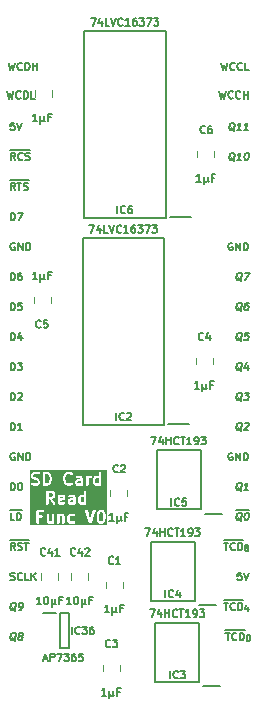
<source format=gto>
%TF.GenerationSoftware,KiCad,Pcbnew,8.0.3*%
%TF.CreationDate,2024-07-04T08:40:49+02:00*%
%TF.ProjectId,SD Card Read Function,53442043-6172-4642-9052-656164204675,V1*%
%TF.SameCoordinates,PX525bfc0PY43d3480*%
%TF.FileFunction,Legend,Top*%
%TF.FilePolarity,Positive*%
%FSLAX46Y46*%
G04 Gerber Fmt 4.6, Leading zero omitted, Abs format (unit mm)*
G04 Created by KiCad (PCBNEW 8.0.3) date 2024-07-04 08:40:49*
%MOMM*%
%LPD*%
G01*
G04 APERTURE LIST*
%ADD10C,0.127000*%
%ADD11C,0.150000*%
%ADD12C,0.200000*%
%ADD13C,0.120000*%
G04 APERTURE END LIST*
D10*
X20321870Y-7967635D02*
X20265174Y-7937397D01*
X20265174Y-7937397D02*
X20212257Y-7876921D01*
X20212257Y-7876921D02*
X20132882Y-7786206D01*
X20132882Y-7786206D02*
X20076186Y-7755968D01*
X20076186Y-7755968D02*
X20015709Y-7755968D01*
X20027049Y-7907159D02*
X19970352Y-7876921D01*
X19970352Y-7876921D02*
X19917436Y-7816444D01*
X19917436Y-7816444D02*
X19902316Y-7695492D01*
X19902316Y-7695492D02*
X19928775Y-7483825D01*
X19928775Y-7483825D02*
X19974132Y-7362873D01*
X19974132Y-7362873D02*
X20042168Y-7302397D01*
X20042168Y-7302397D02*
X20106424Y-7272159D01*
X20106424Y-7272159D02*
X20227376Y-7272159D01*
X20227376Y-7272159D02*
X20284072Y-7302397D01*
X20284072Y-7302397D02*
X20336989Y-7362873D01*
X20336989Y-7362873D02*
X20352108Y-7483825D01*
X20352108Y-7483825D02*
X20325650Y-7695492D01*
X20325650Y-7695492D02*
X20280293Y-7816444D01*
X20280293Y-7816444D02*
X20212257Y-7876921D01*
X20212257Y-7876921D02*
X20148001Y-7907159D01*
X20148001Y-7907159D02*
X20027049Y-7907159D01*
X20903953Y-7907159D02*
X20541096Y-7907159D01*
X20722525Y-7907159D02*
X20801900Y-7272159D01*
X20801900Y-7272159D02*
X20730084Y-7362873D01*
X20730084Y-7362873D02*
X20662049Y-7423349D01*
X20662049Y-7423349D02*
X20597793Y-7453587D01*
X21376424Y-7272159D02*
X21436900Y-7272159D01*
X21436900Y-7272159D02*
X21493596Y-7302397D01*
X21493596Y-7302397D02*
X21520055Y-7332635D01*
X21520055Y-7332635D02*
X21542733Y-7393111D01*
X21542733Y-7393111D02*
X21557852Y-7514063D01*
X21557852Y-7514063D02*
X21538953Y-7665254D01*
X21538953Y-7665254D02*
X21493596Y-7786206D01*
X21493596Y-7786206D02*
X21455799Y-7846682D01*
X21455799Y-7846682D02*
X21421781Y-7876921D01*
X21421781Y-7876921D02*
X21357525Y-7907159D01*
X21357525Y-7907159D02*
X21297049Y-7907159D01*
X21297049Y-7907159D02*
X21240352Y-7876921D01*
X21240352Y-7876921D02*
X21213894Y-7846682D01*
X21213894Y-7846682D02*
X21191215Y-7786206D01*
X21191215Y-7786206D02*
X21176096Y-7665254D01*
X21176096Y-7665254D02*
X21194995Y-7514063D01*
X21194995Y-7514063D02*
X21240352Y-7393111D01*
X21240352Y-7393111D02*
X21278150Y-7332635D01*
X21278150Y-7332635D02*
X21312168Y-7302397D01*
X21312168Y-7302397D02*
X21376424Y-7272159D01*
X20321870Y-5427635D02*
X20265174Y-5397397D01*
X20265174Y-5397397D02*
X20212257Y-5336921D01*
X20212257Y-5336921D02*
X20132882Y-5246206D01*
X20132882Y-5246206D02*
X20076186Y-5215968D01*
X20076186Y-5215968D02*
X20015709Y-5215968D01*
X20027049Y-5367159D02*
X19970352Y-5336921D01*
X19970352Y-5336921D02*
X19917436Y-5276444D01*
X19917436Y-5276444D02*
X19902316Y-5155492D01*
X19902316Y-5155492D02*
X19928775Y-4943825D01*
X19928775Y-4943825D02*
X19974132Y-4822873D01*
X19974132Y-4822873D02*
X20042168Y-4762397D01*
X20042168Y-4762397D02*
X20106424Y-4732159D01*
X20106424Y-4732159D02*
X20227376Y-4732159D01*
X20227376Y-4732159D02*
X20284072Y-4762397D01*
X20284072Y-4762397D02*
X20336989Y-4822873D01*
X20336989Y-4822873D02*
X20352108Y-4943825D01*
X20352108Y-4943825D02*
X20325650Y-5155492D01*
X20325650Y-5155492D02*
X20280293Y-5276444D01*
X20280293Y-5276444D02*
X20212257Y-5336921D01*
X20212257Y-5336921D02*
X20148001Y-5367159D01*
X20148001Y-5367159D02*
X20027049Y-5367159D01*
X20903953Y-5367159D02*
X20541096Y-5367159D01*
X20722525Y-5367159D02*
X20801900Y-4732159D01*
X20801900Y-4732159D02*
X20730084Y-4822873D01*
X20730084Y-4822873D02*
X20662049Y-4883349D01*
X20662049Y-4883349D02*
X20597793Y-4913587D01*
X21508715Y-5367159D02*
X21145858Y-5367159D01*
X21327287Y-5367159D02*
X21406662Y-4732159D01*
X21406662Y-4732159D02*
X21334846Y-4822873D01*
X21334846Y-4822873D02*
X21266811Y-4883349D01*
X21266811Y-4883349D02*
X21202555Y-4913587D01*
D11*
X1725493Y-14921201D02*
X1665017Y-14890963D01*
X1665017Y-14890963D02*
X1574303Y-14890963D01*
X1574303Y-14890963D02*
X1483588Y-14921201D01*
X1483588Y-14921201D02*
X1423112Y-14981677D01*
X1423112Y-14981677D02*
X1392874Y-15042153D01*
X1392874Y-15042153D02*
X1362636Y-15163105D01*
X1362636Y-15163105D02*
X1362636Y-15253820D01*
X1362636Y-15253820D02*
X1392874Y-15374772D01*
X1392874Y-15374772D02*
X1423112Y-15435248D01*
X1423112Y-15435248D02*
X1483588Y-15495725D01*
X1483588Y-15495725D02*
X1574303Y-15525963D01*
X1574303Y-15525963D02*
X1634779Y-15525963D01*
X1634779Y-15525963D02*
X1725493Y-15495725D01*
X1725493Y-15495725D02*
X1755731Y-15465486D01*
X1755731Y-15465486D02*
X1755731Y-15253820D01*
X1755731Y-15253820D02*
X1634779Y-15253820D01*
X2027874Y-15525963D02*
X2027874Y-14890963D01*
X2027874Y-14890963D02*
X2390731Y-15525963D01*
X2390731Y-15525963D02*
X2390731Y-14890963D01*
X2693112Y-15525963D02*
X2693112Y-14890963D01*
X2693112Y-14890963D02*
X2844302Y-14890963D01*
X2844302Y-14890963D02*
X2935017Y-14921201D01*
X2935017Y-14921201D02*
X2995493Y-14981677D01*
X2995493Y-14981677D02*
X3025731Y-15042153D01*
X3025731Y-15042153D02*
X3055969Y-15163105D01*
X3055969Y-15163105D02*
X3055969Y-15253820D01*
X3055969Y-15253820D02*
X3025731Y-15374772D01*
X3025731Y-15374772D02*
X2995493Y-15435248D01*
X2995493Y-15435248D02*
X2935017Y-15495725D01*
X2935017Y-15495725D02*
X2844302Y-15525963D01*
X2844302Y-15525963D02*
X2693112Y-15525963D01*
D10*
X20926632Y-18127635D02*
X20869936Y-18097397D01*
X20869936Y-18097397D02*
X20817019Y-18036921D01*
X20817019Y-18036921D02*
X20737644Y-17946206D01*
X20737644Y-17946206D02*
X20680948Y-17915968D01*
X20680948Y-17915968D02*
X20620471Y-17915968D01*
X20631811Y-18067159D02*
X20575114Y-18036921D01*
X20575114Y-18036921D02*
X20522198Y-17976444D01*
X20522198Y-17976444D02*
X20507078Y-17855492D01*
X20507078Y-17855492D02*
X20533537Y-17643825D01*
X20533537Y-17643825D02*
X20578894Y-17522873D01*
X20578894Y-17522873D02*
X20646930Y-17462397D01*
X20646930Y-17462397D02*
X20711186Y-17432159D01*
X20711186Y-17432159D02*
X20832138Y-17432159D01*
X20832138Y-17432159D02*
X20888834Y-17462397D01*
X20888834Y-17462397D02*
X20941751Y-17522873D01*
X20941751Y-17522873D02*
X20956870Y-17643825D01*
X20956870Y-17643825D02*
X20930412Y-17855492D01*
X20930412Y-17855492D02*
X20885055Y-17976444D01*
X20885055Y-17976444D02*
X20817019Y-18036921D01*
X20817019Y-18036921D02*
X20752763Y-18067159D01*
X20752763Y-18067159D02*
X20631811Y-18067159D01*
X21194995Y-17432159D02*
X21618328Y-17432159D01*
X21618328Y-17432159D02*
X21266811Y-18067159D01*
X20926632Y-25747635D02*
X20869936Y-25717397D01*
X20869936Y-25717397D02*
X20817019Y-25656921D01*
X20817019Y-25656921D02*
X20737644Y-25566206D01*
X20737644Y-25566206D02*
X20680948Y-25535968D01*
X20680948Y-25535968D02*
X20620471Y-25535968D01*
X20631811Y-25687159D02*
X20575114Y-25656921D01*
X20575114Y-25656921D02*
X20522198Y-25596444D01*
X20522198Y-25596444D02*
X20507078Y-25475492D01*
X20507078Y-25475492D02*
X20533537Y-25263825D01*
X20533537Y-25263825D02*
X20578894Y-25142873D01*
X20578894Y-25142873D02*
X20646930Y-25082397D01*
X20646930Y-25082397D02*
X20711186Y-25052159D01*
X20711186Y-25052159D02*
X20832138Y-25052159D01*
X20832138Y-25052159D02*
X20888834Y-25082397D01*
X20888834Y-25082397D02*
X20941751Y-25142873D01*
X20941751Y-25142873D02*
X20956870Y-25263825D01*
X20956870Y-25263825D02*
X20930412Y-25475492D01*
X20930412Y-25475492D02*
X20885055Y-25596444D01*
X20885055Y-25596444D02*
X20817019Y-25656921D01*
X20817019Y-25656921D02*
X20752763Y-25687159D01*
X20752763Y-25687159D02*
X20631811Y-25687159D01*
X21501156Y-25263825D02*
X21448239Y-25687159D01*
X21380203Y-25021921D02*
X21172316Y-25475492D01*
X21172316Y-25475492D02*
X21565412Y-25475492D01*
D11*
X1392874Y-28225963D02*
X1392874Y-27590963D01*
X1392874Y-27590963D02*
X1544064Y-27590963D01*
X1544064Y-27590963D02*
X1634779Y-27621201D01*
X1634779Y-27621201D02*
X1695255Y-27681677D01*
X1695255Y-27681677D02*
X1725493Y-27742153D01*
X1725493Y-27742153D02*
X1755731Y-27863105D01*
X1755731Y-27863105D02*
X1755731Y-27953820D01*
X1755731Y-27953820D02*
X1725493Y-28074772D01*
X1725493Y-28074772D02*
X1695255Y-28135248D01*
X1695255Y-28135248D02*
X1634779Y-28195725D01*
X1634779Y-28195725D02*
X1544064Y-28225963D01*
X1544064Y-28225963D02*
X1392874Y-28225963D01*
X1997636Y-27651439D02*
X2027874Y-27621201D01*
X2027874Y-27621201D02*
X2088350Y-27590963D01*
X2088350Y-27590963D02*
X2239541Y-27590963D01*
X2239541Y-27590963D02*
X2300017Y-27621201D01*
X2300017Y-27621201D02*
X2330255Y-27651439D01*
X2330255Y-27651439D02*
X2360493Y-27711915D01*
X2360493Y-27711915D02*
X2360493Y-27772391D01*
X2360493Y-27772391D02*
X2330255Y-27863105D01*
X2330255Y-27863105D02*
X1967398Y-28225963D01*
X1967398Y-28225963D02*
X2360493Y-28225963D01*
D10*
X20926632Y-20667635D02*
X20869936Y-20637397D01*
X20869936Y-20637397D02*
X20817019Y-20576921D01*
X20817019Y-20576921D02*
X20737644Y-20486206D01*
X20737644Y-20486206D02*
X20680948Y-20455968D01*
X20680948Y-20455968D02*
X20620471Y-20455968D01*
X20631811Y-20607159D02*
X20575114Y-20576921D01*
X20575114Y-20576921D02*
X20522198Y-20516444D01*
X20522198Y-20516444D02*
X20507078Y-20395492D01*
X20507078Y-20395492D02*
X20533537Y-20183825D01*
X20533537Y-20183825D02*
X20578894Y-20062873D01*
X20578894Y-20062873D02*
X20646930Y-20002397D01*
X20646930Y-20002397D02*
X20711186Y-19972159D01*
X20711186Y-19972159D02*
X20832138Y-19972159D01*
X20832138Y-19972159D02*
X20888834Y-20002397D01*
X20888834Y-20002397D02*
X20941751Y-20062873D01*
X20941751Y-20062873D02*
X20956870Y-20183825D01*
X20956870Y-20183825D02*
X20930412Y-20395492D01*
X20930412Y-20395492D02*
X20885055Y-20516444D01*
X20885055Y-20516444D02*
X20817019Y-20576921D01*
X20817019Y-20576921D02*
X20752763Y-20607159D01*
X20752763Y-20607159D02*
X20631811Y-20607159D01*
X21527614Y-19972159D02*
X21406662Y-19972159D01*
X21406662Y-19972159D02*
X21342406Y-20002397D01*
X21342406Y-20002397D02*
X21308388Y-20032635D01*
X21308388Y-20032635D02*
X21236572Y-20123349D01*
X21236572Y-20123349D02*
X21191215Y-20244301D01*
X21191215Y-20244301D02*
X21160977Y-20486206D01*
X21160977Y-20486206D02*
X21183656Y-20546682D01*
X21183656Y-20546682D02*
X21210114Y-20576921D01*
X21210114Y-20576921D02*
X21266811Y-20607159D01*
X21266811Y-20607159D02*
X21387763Y-20607159D01*
X21387763Y-20607159D02*
X21452019Y-20576921D01*
X21452019Y-20576921D02*
X21486037Y-20546682D01*
X21486037Y-20546682D02*
X21523834Y-20486206D01*
X21523834Y-20486206D02*
X21542733Y-20335016D01*
X21542733Y-20335016D02*
X21520055Y-20274540D01*
X21520055Y-20274540D02*
X21493596Y-20244301D01*
X21493596Y-20244301D02*
X21436900Y-20214063D01*
X21436900Y-20214063D02*
X21315947Y-20214063D01*
X21315947Y-20214063D02*
X21251691Y-20244301D01*
X21251691Y-20244301D02*
X21217674Y-20274540D01*
X21217674Y-20274540D02*
X21179876Y-20335016D01*
D11*
X19048078Y-2063963D02*
X19199268Y-2698963D01*
X19199268Y-2698963D02*
X19320221Y-2245391D01*
X19320221Y-2245391D02*
X19441173Y-2698963D01*
X19441173Y-2698963D02*
X19592364Y-2063963D01*
X20197125Y-2638486D02*
X20166887Y-2668725D01*
X20166887Y-2668725D02*
X20076173Y-2698963D01*
X20076173Y-2698963D02*
X20015697Y-2698963D01*
X20015697Y-2698963D02*
X19924982Y-2668725D01*
X19924982Y-2668725D02*
X19864506Y-2608248D01*
X19864506Y-2608248D02*
X19834268Y-2547772D01*
X19834268Y-2547772D02*
X19804030Y-2426820D01*
X19804030Y-2426820D02*
X19804030Y-2336105D01*
X19804030Y-2336105D02*
X19834268Y-2215153D01*
X19834268Y-2215153D02*
X19864506Y-2154677D01*
X19864506Y-2154677D02*
X19924982Y-2094201D01*
X19924982Y-2094201D02*
X20015697Y-2063963D01*
X20015697Y-2063963D02*
X20076173Y-2063963D01*
X20076173Y-2063963D02*
X20166887Y-2094201D01*
X20166887Y-2094201D02*
X20197125Y-2124439D01*
X20832125Y-2638486D02*
X20801887Y-2668725D01*
X20801887Y-2668725D02*
X20711173Y-2698963D01*
X20711173Y-2698963D02*
X20650697Y-2698963D01*
X20650697Y-2698963D02*
X20559982Y-2668725D01*
X20559982Y-2668725D02*
X20499506Y-2608248D01*
X20499506Y-2608248D02*
X20469268Y-2547772D01*
X20469268Y-2547772D02*
X20439030Y-2426820D01*
X20439030Y-2426820D02*
X20439030Y-2336105D01*
X20439030Y-2336105D02*
X20469268Y-2215153D01*
X20469268Y-2215153D02*
X20499506Y-2154677D01*
X20499506Y-2154677D02*
X20559982Y-2094201D01*
X20559982Y-2094201D02*
X20650697Y-2063963D01*
X20650697Y-2063963D02*
X20711173Y-2063963D01*
X20711173Y-2063963D02*
X20801887Y-2094201D01*
X20801887Y-2094201D02*
X20832125Y-2124439D01*
X21104268Y-2698963D02*
X21104268Y-2063963D01*
X21104268Y-2366344D02*
X21467125Y-2366344D01*
X21467125Y-2698963D02*
X21467125Y-2063963D01*
X19568172Y-47910963D02*
X19931029Y-47910963D01*
X19749600Y-48545963D02*
X19749600Y-47910963D01*
X20505553Y-48485486D02*
X20475315Y-48515725D01*
X20475315Y-48515725D02*
X20384601Y-48545963D01*
X20384601Y-48545963D02*
X20324125Y-48545963D01*
X20324125Y-48545963D02*
X20233410Y-48515725D01*
X20233410Y-48515725D02*
X20172934Y-48455248D01*
X20172934Y-48455248D02*
X20142696Y-48394772D01*
X20142696Y-48394772D02*
X20112458Y-48273820D01*
X20112458Y-48273820D02*
X20112458Y-48183105D01*
X20112458Y-48183105D02*
X20142696Y-48062153D01*
X20142696Y-48062153D02*
X20172934Y-48001677D01*
X20172934Y-48001677D02*
X20233410Y-47941201D01*
X20233410Y-47941201D02*
X20324125Y-47910963D01*
X20324125Y-47910963D02*
X20384601Y-47910963D01*
X20384601Y-47910963D02*
X20475315Y-47941201D01*
X20475315Y-47941201D02*
X20505553Y-47971439D01*
X20777696Y-48545963D02*
X20777696Y-47910963D01*
X20777696Y-47910963D02*
X20928886Y-47910963D01*
X20928886Y-47910963D02*
X21019601Y-47941201D01*
X21019601Y-47941201D02*
X21080077Y-48001677D01*
X21080077Y-48001677D02*
X21110315Y-48062153D01*
X21110315Y-48062153D02*
X21140553Y-48183105D01*
X21140553Y-48183105D02*
X21140553Y-48273820D01*
X21140553Y-48273820D02*
X21110315Y-48394772D01*
X21110315Y-48394772D02*
X21080077Y-48455248D01*
X21080077Y-48455248D02*
X21019601Y-48515725D01*
X21019601Y-48515725D02*
X20928886Y-48545963D01*
X20928886Y-48545963D02*
X20777696Y-48545963D01*
X19571196Y-47734675D02*
X21198006Y-47734675D01*
X21479220Y-48108115D02*
X21527601Y-48108115D01*
X21527601Y-48108115D02*
X21575982Y-48132305D01*
X21575982Y-48132305D02*
X21600172Y-48156496D01*
X21600172Y-48156496D02*
X21624363Y-48204877D01*
X21624363Y-48204877D02*
X21648553Y-48301639D01*
X21648553Y-48301639D02*
X21648553Y-48422591D01*
X21648553Y-48422591D02*
X21624363Y-48519353D01*
X21624363Y-48519353D02*
X21600172Y-48567734D01*
X21600172Y-48567734D02*
X21575982Y-48591925D01*
X21575982Y-48591925D02*
X21527601Y-48616115D01*
X21527601Y-48616115D02*
X21479220Y-48616115D01*
X21479220Y-48616115D02*
X21430839Y-48591925D01*
X21430839Y-48591925D02*
X21406648Y-48567734D01*
X21406648Y-48567734D02*
X21382458Y-48519353D01*
X21382458Y-48519353D02*
X21358267Y-48422591D01*
X21358267Y-48422591D02*
X21358267Y-48301639D01*
X21358267Y-48301639D02*
X21382458Y-48204877D01*
X21382458Y-48204877D02*
X21406648Y-48156496D01*
X21406648Y-48156496D02*
X21430839Y-48132305D01*
X21430839Y-48132305D02*
X21479220Y-48108115D01*
X1392874Y-20605963D02*
X1392874Y-19970963D01*
X1392874Y-19970963D02*
X1544064Y-19970963D01*
X1544064Y-19970963D02*
X1634779Y-20001201D01*
X1634779Y-20001201D02*
X1695255Y-20061677D01*
X1695255Y-20061677D02*
X1725493Y-20122153D01*
X1725493Y-20122153D02*
X1755731Y-20243105D01*
X1755731Y-20243105D02*
X1755731Y-20333820D01*
X1755731Y-20333820D02*
X1725493Y-20454772D01*
X1725493Y-20454772D02*
X1695255Y-20515248D01*
X1695255Y-20515248D02*
X1634779Y-20575725D01*
X1634779Y-20575725D02*
X1544064Y-20605963D01*
X1544064Y-20605963D02*
X1392874Y-20605963D01*
X2330255Y-19970963D02*
X2027874Y-19970963D01*
X2027874Y-19970963D02*
X1997636Y-20273344D01*
X1997636Y-20273344D02*
X2027874Y-20243105D01*
X2027874Y-20243105D02*
X2088350Y-20212867D01*
X2088350Y-20212867D02*
X2239541Y-20212867D01*
X2239541Y-20212867D02*
X2300017Y-20243105D01*
X2300017Y-20243105D02*
X2330255Y-20273344D01*
X2330255Y-20273344D02*
X2360493Y-20333820D01*
X2360493Y-20333820D02*
X2360493Y-20485010D01*
X2360493Y-20485010D02*
X2330255Y-20545486D01*
X2330255Y-20545486D02*
X2300017Y-20575725D01*
X2300017Y-20575725D02*
X2239541Y-20605963D01*
X2239541Y-20605963D02*
X2088350Y-20605963D01*
X2088350Y-20605963D02*
X2027874Y-20575725D01*
X2027874Y-20575725D02*
X1997636Y-20545486D01*
D10*
X20926632Y-38447635D02*
X20869936Y-38417397D01*
X20869936Y-38417397D02*
X20817019Y-38356921D01*
X20817019Y-38356921D02*
X20737644Y-38266206D01*
X20737644Y-38266206D02*
X20680948Y-38235968D01*
X20680948Y-38235968D02*
X20620471Y-38235968D01*
X20631811Y-38387159D02*
X20575114Y-38356921D01*
X20575114Y-38356921D02*
X20522198Y-38296444D01*
X20522198Y-38296444D02*
X20507078Y-38175492D01*
X20507078Y-38175492D02*
X20533537Y-37963825D01*
X20533537Y-37963825D02*
X20578894Y-37842873D01*
X20578894Y-37842873D02*
X20646930Y-37782397D01*
X20646930Y-37782397D02*
X20711186Y-37752159D01*
X20711186Y-37752159D02*
X20832138Y-37752159D01*
X20832138Y-37752159D02*
X20888834Y-37782397D01*
X20888834Y-37782397D02*
X20941751Y-37842873D01*
X20941751Y-37842873D02*
X20956870Y-37963825D01*
X20956870Y-37963825D02*
X20930412Y-38175492D01*
X20930412Y-38175492D02*
X20885055Y-38296444D01*
X20885055Y-38296444D02*
X20817019Y-38356921D01*
X20817019Y-38356921D02*
X20752763Y-38387159D01*
X20752763Y-38387159D02*
X20631811Y-38387159D01*
X21376424Y-37752159D02*
X21436900Y-37752159D01*
X21436900Y-37752159D02*
X21493596Y-37782397D01*
X21493596Y-37782397D02*
X21520055Y-37812635D01*
X21520055Y-37812635D02*
X21542733Y-37873111D01*
X21542733Y-37873111D02*
X21557852Y-37994063D01*
X21557852Y-37994063D02*
X21538953Y-38145254D01*
X21538953Y-38145254D02*
X21493596Y-38266206D01*
X21493596Y-38266206D02*
X21455799Y-38326682D01*
X21455799Y-38326682D02*
X21421781Y-38356921D01*
X21421781Y-38356921D02*
X21357525Y-38387159D01*
X21357525Y-38387159D02*
X21297049Y-38387159D01*
X21297049Y-38387159D02*
X21240352Y-38356921D01*
X21240352Y-38356921D02*
X21213894Y-38326682D01*
X21213894Y-38326682D02*
X21191215Y-38266206D01*
X21191215Y-38266206D02*
X21176096Y-38145254D01*
X21176096Y-38145254D02*
X21194995Y-37994063D01*
X21194995Y-37994063D02*
X21240352Y-37873111D01*
X21240352Y-37873111D02*
X21278150Y-37812635D01*
X21278150Y-37812635D02*
X21312168Y-37782397D01*
X21312168Y-37782397D02*
X21376424Y-37752159D01*
X20426948Y-37575871D02*
X21569948Y-37575871D01*
D11*
X20166887Y-14921201D02*
X20106411Y-14890963D01*
X20106411Y-14890963D02*
X20015697Y-14890963D01*
X20015697Y-14890963D02*
X19924982Y-14921201D01*
X19924982Y-14921201D02*
X19864506Y-14981677D01*
X19864506Y-14981677D02*
X19834268Y-15042153D01*
X19834268Y-15042153D02*
X19804030Y-15163105D01*
X19804030Y-15163105D02*
X19804030Y-15253820D01*
X19804030Y-15253820D02*
X19834268Y-15374772D01*
X19834268Y-15374772D02*
X19864506Y-15435248D01*
X19864506Y-15435248D02*
X19924982Y-15495725D01*
X19924982Y-15495725D02*
X20015697Y-15525963D01*
X20015697Y-15525963D02*
X20076173Y-15525963D01*
X20076173Y-15525963D02*
X20166887Y-15495725D01*
X20166887Y-15495725D02*
X20197125Y-15465486D01*
X20197125Y-15465486D02*
X20197125Y-15253820D01*
X20197125Y-15253820D02*
X20076173Y-15253820D01*
X20469268Y-15525963D02*
X20469268Y-14890963D01*
X20469268Y-14890963D02*
X20832125Y-15525963D01*
X20832125Y-15525963D02*
X20832125Y-14890963D01*
X21134506Y-15525963D02*
X21134506Y-14890963D01*
X21134506Y-14890963D02*
X21285696Y-14890963D01*
X21285696Y-14890963D02*
X21376411Y-14921201D01*
X21376411Y-14921201D02*
X21436887Y-14981677D01*
X21436887Y-14981677D02*
X21467125Y-15042153D01*
X21467125Y-15042153D02*
X21497363Y-15163105D01*
X21497363Y-15163105D02*
X21497363Y-15253820D01*
X21497363Y-15253820D02*
X21467125Y-15374772D01*
X21467125Y-15374772D02*
X21436887Y-15435248D01*
X21436887Y-15435248D02*
X21376411Y-15495725D01*
X21376411Y-15495725D02*
X21285696Y-15525963D01*
X21285696Y-15525963D02*
X21134506Y-15525963D01*
X1078398Y-2063963D02*
X1229588Y-2698963D01*
X1229588Y-2698963D02*
X1350541Y-2245391D01*
X1350541Y-2245391D02*
X1471493Y-2698963D01*
X1471493Y-2698963D02*
X1622684Y-2063963D01*
X2227445Y-2638486D02*
X2197207Y-2668725D01*
X2197207Y-2668725D02*
X2106493Y-2698963D01*
X2106493Y-2698963D02*
X2046017Y-2698963D01*
X2046017Y-2698963D02*
X1955302Y-2668725D01*
X1955302Y-2668725D02*
X1894826Y-2608248D01*
X1894826Y-2608248D02*
X1864588Y-2547772D01*
X1864588Y-2547772D02*
X1834350Y-2426820D01*
X1834350Y-2426820D02*
X1834350Y-2336105D01*
X1834350Y-2336105D02*
X1864588Y-2215153D01*
X1864588Y-2215153D02*
X1894826Y-2154677D01*
X1894826Y-2154677D02*
X1955302Y-2094201D01*
X1955302Y-2094201D02*
X2046017Y-2063963D01*
X2046017Y-2063963D02*
X2106493Y-2063963D01*
X2106493Y-2063963D02*
X2197207Y-2094201D01*
X2197207Y-2094201D02*
X2227445Y-2124439D01*
X2499588Y-2698963D02*
X2499588Y-2063963D01*
X2499588Y-2063963D02*
X2650778Y-2063963D01*
X2650778Y-2063963D02*
X2741493Y-2094201D01*
X2741493Y-2094201D02*
X2801969Y-2154677D01*
X2801969Y-2154677D02*
X2832207Y-2215153D01*
X2832207Y-2215153D02*
X2862445Y-2336105D01*
X2862445Y-2336105D02*
X2862445Y-2426820D01*
X2862445Y-2426820D02*
X2832207Y-2547772D01*
X2832207Y-2547772D02*
X2801969Y-2608248D01*
X2801969Y-2608248D02*
X2741493Y-2668725D01*
X2741493Y-2668725D02*
X2650778Y-2698963D01*
X2650778Y-2698963D02*
X2499588Y-2698963D01*
X3436969Y-2698963D02*
X3134588Y-2698963D01*
X3134588Y-2698963D02*
X3134588Y-2063963D01*
X1392874Y-35845963D02*
X1392874Y-35210963D01*
X1392874Y-35210963D02*
X1544064Y-35210963D01*
X1544064Y-35210963D02*
X1634779Y-35241201D01*
X1634779Y-35241201D02*
X1695255Y-35301677D01*
X1695255Y-35301677D02*
X1725493Y-35362153D01*
X1725493Y-35362153D02*
X1755731Y-35483105D01*
X1755731Y-35483105D02*
X1755731Y-35573820D01*
X1755731Y-35573820D02*
X1725493Y-35694772D01*
X1725493Y-35694772D02*
X1695255Y-35755248D01*
X1695255Y-35755248D02*
X1634779Y-35815725D01*
X1634779Y-35815725D02*
X1544064Y-35845963D01*
X1544064Y-35845963D02*
X1392874Y-35845963D01*
X2148826Y-35210963D02*
X2209303Y-35210963D01*
X2209303Y-35210963D02*
X2269779Y-35241201D01*
X2269779Y-35241201D02*
X2300017Y-35271439D01*
X2300017Y-35271439D02*
X2330255Y-35331915D01*
X2330255Y-35331915D02*
X2360493Y-35452867D01*
X2360493Y-35452867D02*
X2360493Y-35604058D01*
X2360493Y-35604058D02*
X2330255Y-35725010D01*
X2330255Y-35725010D02*
X2300017Y-35785486D01*
X2300017Y-35785486D02*
X2269779Y-35815725D01*
X2269779Y-35815725D02*
X2209303Y-35845963D01*
X2209303Y-35845963D02*
X2148826Y-35845963D01*
X2148826Y-35845963D02*
X2088350Y-35815725D01*
X2088350Y-35815725D02*
X2058112Y-35785486D01*
X2058112Y-35785486D02*
X2027874Y-35725010D01*
X2027874Y-35725010D02*
X1997636Y-35604058D01*
X1997636Y-35604058D02*
X1997636Y-35452867D01*
X1997636Y-35452867D02*
X2027874Y-35331915D01*
X2027874Y-35331915D02*
X2058112Y-35271439D01*
X2058112Y-35271439D02*
X2088350Y-35241201D01*
X2088350Y-35241201D02*
X2148826Y-35210963D01*
X1695255Y-4730963D02*
X1392874Y-4730963D01*
X1392874Y-4730963D02*
X1362636Y-5033344D01*
X1362636Y-5033344D02*
X1392874Y-5003105D01*
X1392874Y-5003105D02*
X1453350Y-4972867D01*
X1453350Y-4972867D02*
X1604541Y-4972867D01*
X1604541Y-4972867D02*
X1665017Y-5003105D01*
X1665017Y-5003105D02*
X1695255Y-5033344D01*
X1695255Y-5033344D02*
X1725493Y-5093820D01*
X1725493Y-5093820D02*
X1725493Y-5245010D01*
X1725493Y-5245010D02*
X1695255Y-5305486D01*
X1695255Y-5305486D02*
X1665017Y-5335725D01*
X1665017Y-5335725D02*
X1604541Y-5365963D01*
X1604541Y-5365963D02*
X1453350Y-5365963D01*
X1453350Y-5365963D02*
X1392874Y-5335725D01*
X1392874Y-5335725D02*
X1362636Y-5305486D01*
X1906922Y-4730963D02*
X2118588Y-5365963D01*
X2118588Y-5365963D02*
X2330255Y-4730963D01*
X1755731Y-10445963D02*
X1544064Y-10143582D01*
X1392874Y-10445963D02*
X1392874Y-9810963D01*
X1392874Y-9810963D02*
X1634779Y-9810963D01*
X1634779Y-9810963D02*
X1695255Y-9841201D01*
X1695255Y-9841201D02*
X1725493Y-9871439D01*
X1725493Y-9871439D02*
X1755731Y-9931915D01*
X1755731Y-9931915D02*
X1755731Y-10022629D01*
X1755731Y-10022629D02*
X1725493Y-10083105D01*
X1725493Y-10083105D02*
X1695255Y-10113344D01*
X1695255Y-10113344D02*
X1634779Y-10143582D01*
X1634779Y-10143582D02*
X1392874Y-10143582D01*
X1937160Y-9810963D02*
X2300017Y-9810963D01*
X2118588Y-10445963D02*
X2118588Y-9810963D01*
X2481446Y-10415725D02*
X2572160Y-10445963D01*
X2572160Y-10445963D02*
X2723351Y-10445963D01*
X2723351Y-10445963D02*
X2783827Y-10415725D01*
X2783827Y-10415725D02*
X2814065Y-10385486D01*
X2814065Y-10385486D02*
X2844303Y-10325010D01*
X2844303Y-10325010D02*
X2844303Y-10264534D01*
X2844303Y-10264534D02*
X2814065Y-10204058D01*
X2814065Y-10204058D02*
X2783827Y-10173820D01*
X2783827Y-10173820D02*
X2723351Y-10143582D01*
X2723351Y-10143582D02*
X2602398Y-10113344D01*
X2602398Y-10113344D02*
X2541922Y-10083105D01*
X2541922Y-10083105D02*
X2511684Y-10052867D01*
X2511684Y-10052867D02*
X2481446Y-9992391D01*
X2481446Y-9992391D02*
X2481446Y-9931915D01*
X2481446Y-9931915D02*
X2511684Y-9871439D01*
X2511684Y-9871439D02*
X2541922Y-9841201D01*
X2541922Y-9841201D02*
X2602398Y-9810963D01*
X2602398Y-9810963D02*
X2753589Y-9810963D01*
X2753589Y-9810963D02*
X2844303Y-9841201D01*
X1305184Y-9634675D02*
X2901756Y-9634675D01*
X20922839Y-42830963D02*
X20620458Y-42830963D01*
X20620458Y-42830963D02*
X20590220Y-43133344D01*
X20590220Y-43133344D02*
X20620458Y-43103105D01*
X20620458Y-43103105D02*
X20680934Y-43072867D01*
X20680934Y-43072867D02*
X20832125Y-43072867D01*
X20832125Y-43072867D02*
X20892601Y-43103105D01*
X20892601Y-43103105D02*
X20922839Y-43133344D01*
X20922839Y-43133344D02*
X20953077Y-43193820D01*
X20953077Y-43193820D02*
X20953077Y-43345010D01*
X20953077Y-43345010D02*
X20922839Y-43405486D01*
X20922839Y-43405486D02*
X20892601Y-43435725D01*
X20892601Y-43435725D02*
X20832125Y-43465963D01*
X20832125Y-43465963D02*
X20680934Y-43465963D01*
X20680934Y-43465963D02*
X20620458Y-43435725D01*
X20620458Y-43435725D02*
X20590220Y-43405486D01*
X21134506Y-42830963D02*
X21346172Y-43465963D01*
X21346172Y-43465963D02*
X21557839Y-42830963D01*
D10*
X1789736Y-48607635D02*
X1733040Y-48577397D01*
X1733040Y-48577397D02*
X1680123Y-48516921D01*
X1680123Y-48516921D02*
X1600748Y-48426206D01*
X1600748Y-48426206D02*
X1544052Y-48395968D01*
X1544052Y-48395968D02*
X1483575Y-48395968D01*
X1494915Y-48547159D02*
X1438218Y-48516921D01*
X1438218Y-48516921D02*
X1385302Y-48456444D01*
X1385302Y-48456444D02*
X1370182Y-48335492D01*
X1370182Y-48335492D02*
X1396641Y-48123825D01*
X1396641Y-48123825D02*
X1441998Y-48002873D01*
X1441998Y-48002873D02*
X1510034Y-47942397D01*
X1510034Y-47942397D02*
X1574290Y-47912159D01*
X1574290Y-47912159D02*
X1695242Y-47912159D01*
X1695242Y-47912159D02*
X1751938Y-47942397D01*
X1751938Y-47942397D02*
X1804855Y-48002873D01*
X1804855Y-48002873D02*
X1819974Y-48123825D01*
X1819974Y-48123825D02*
X1793516Y-48335492D01*
X1793516Y-48335492D02*
X1748159Y-48456444D01*
X1748159Y-48456444D02*
X1680123Y-48516921D01*
X1680123Y-48516921D02*
X1615867Y-48547159D01*
X1615867Y-48547159D02*
X1494915Y-48547159D01*
X2175272Y-48184301D02*
X2118575Y-48154063D01*
X2118575Y-48154063D02*
X2092117Y-48123825D01*
X2092117Y-48123825D02*
X2069438Y-48063349D01*
X2069438Y-48063349D02*
X2073218Y-48033111D01*
X2073218Y-48033111D02*
X2111016Y-47972635D01*
X2111016Y-47972635D02*
X2145034Y-47942397D01*
X2145034Y-47942397D02*
X2209290Y-47912159D01*
X2209290Y-47912159D02*
X2330242Y-47912159D01*
X2330242Y-47912159D02*
X2386938Y-47942397D01*
X2386938Y-47942397D02*
X2413397Y-47972635D01*
X2413397Y-47972635D02*
X2436075Y-48033111D01*
X2436075Y-48033111D02*
X2432295Y-48063349D01*
X2432295Y-48063349D02*
X2394498Y-48123825D01*
X2394498Y-48123825D02*
X2360480Y-48154063D01*
X2360480Y-48154063D02*
X2296224Y-48184301D01*
X2296224Y-48184301D02*
X2175272Y-48184301D01*
X2175272Y-48184301D02*
X2111016Y-48214540D01*
X2111016Y-48214540D02*
X2076998Y-48244778D01*
X2076998Y-48244778D02*
X2039200Y-48305254D01*
X2039200Y-48305254D02*
X2024081Y-48426206D01*
X2024081Y-48426206D02*
X2046760Y-48486682D01*
X2046760Y-48486682D02*
X2073218Y-48516921D01*
X2073218Y-48516921D02*
X2129915Y-48547159D01*
X2129915Y-48547159D02*
X2250867Y-48547159D01*
X2250867Y-48547159D02*
X2315123Y-48516921D01*
X2315123Y-48516921D02*
X2349141Y-48486682D01*
X2349141Y-48486682D02*
X2386938Y-48426206D01*
X2386938Y-48426206D02*
X2402057Y-48305254D01*
X2402057Y-48305254D02*
X2379379Y-48244778D01*
X2379379Y-48244778D02*
X2352920Y-48214540D01*
X2352920Y-48214540D02*
X2296224Y-48184301D01*
D11*
X1695255Y-38385963D02*
X1392874Y-38385963D01*
X1392874Y-38385963D02*
X1392874Y-37750963D01*
X1906922Y-38385963D02*
X1906922Y-37750963D01*
X1906922Y-37750963D02*
X2058112Y-37750963D01*
X2058112Y-37750963D02*
X2148827Y-37781201D01*
X2148827Y-37781201D02*
X2209303Y-37841677D01*
X2209303Y-37841677D02*
X2239541Y-37902153D01*
X2239541Y-37902153D02*
X2269779Y-38023105D01*
X2269779Y-38023105D02*
X2269779Y-38113820D01*
X2269779Y-38113820D02*
X2239541Y-38234772D01*
X2239541Y-38234772D02*
X2209303Y-38295248D01*
X2209303Y-38295248D02*
X2148827Y-38355725D01*
X2148827Y-38355725D02*
X2058112Y-38385963D01*
X2058112Y-38385963D02*
X1906922Y-38385963D01*
X1305184Y-37574675D02*
X2327232Y-37574675D01*
D10*
X20926632Y-28287635D02*
X20869936Y-28257397D01*
X20869936Y-28257397D02*
X20817019Y-28196921D01*
X20817019Y-28196921D02*
X20737644Y-28106206D01*
X20737644Y-28106206D02*
X20680948Y-28075968D01*
X20680948Y-28075968D02*
X20620471Y-28075968D01*
X20631811Y-28227159D02*
X20575114Y-28196921D01*
X20575114Y-28196921D02*
X20522198Y-28136444D01*
X20522198Y-28136444D02*
X20507078Y-28015492D01*
X20507078Y-28015492D02*
X20533537Y-27803825D01*
X20533537Y-27803825D02*
X20578894Y-27682873D01*
X20578894Y-27682873D02*
X20646930Y-27622397D01*
X20646930Y-27622397D02*
X20711186Y-27592159D01*
X20711186Y-27592159D02*
X20832138Y-27592159D01*
X20832138Y-27592159D02*
X20888834Y-27622397D01*
X20888834Y-27622397D02*
X20941751Y-27682873D01*
X20941751Y-27682873D02*
X20956870Y-27803825D01*
X20956870Y-27803825D02*
X20930412Y-28015492D01*
X20930412Y-28015492D02*
X20885055Y-28136444D01*
X20885055Y-28136444D02*
X20817019Y-28196921D01*
X20817019Y-28196921D02*
X20752763Y-28227159D01*
X20752763Y-28227159D02*
X20631811Y-28227159D01*
X21194995Y-27592159D02*
X21588090Y-27592159D01*
X21588090Y-27592159D02*
X21346186Y-27834063D01*
X21346186Y-27834063D02*
X21436900Y-27834063D01*
X21436900Y-27834063D02*
X21493596Y-27864301D01*
X21493596Y-27864301D02*
X21520055Y-27894540D01*
X21520055Y-27894540D02*
X21542733Y-27955016D01*
X21542733Y-27955016D02*
X21523834Y-28106206D01*
X21523834Y-28106206D02*
X21486037Y-28166682D01*
X21486037Y-28166682D02*
X21452019Y-28196921D01*
X21452019Y-28196921D02*
X21387763Y-28227159D01*
X21387763Y-28227159D02*
X21206334Y-28227159D01*
X21206334Y-28227159D02*
X21149638Y-28196921D01*
X21149638Y-28196921D02*
X21123180Y-28166682D01*
D11*
X19199268Y349037D02*
X19350458Y-285963D01*
X19350458Y-285963D02*
X19471411Y167609D01*
X19471411Y167609D02*
X19592363Y-285963D01*
X19592363Y-285963D02*
X19743554Y349037D01*
X20348315Y-225486D02*
X20318077Y-255725D01*
X20318077Y-255725D02*
X20227363Y-285963D01*
X20227363Y-285963D02*
X20166887Y-285963D01*
X20166887Y-285963D02*
X20076172Y-255725D01*
X20076172Y-255725D02*
X20015696Y-195248D01*
X20015696Y-195248D02*
X19985458Y-134772D01*
X19985458Y-134772D02*
X19955220Y-13820D01*
X19955220Y-13820D02*
X19955220Y76895D01*
X19955220Y76895D02*
X19985458Y197847D01*
X19985458Y197847D02*
X20015696Y258323D01*
X20015696Y258323D02*
X20076172Y318799D01*
X20076172Y318799D02*
X20166887Y349037D01*
X20166887Y349037D02*
X20227363Y349037D01*
X20227363Y349037D02*
X20318077Y318799D01*
X20318077Y318799D02*
X20348315Y288561D01*
X20983315Y-225486D02*
X20953077Y-255725D01*
X20953077Y-255725D02*
X20862363Y-285963D01*
X20862363Y-285963D02*
X20801887Y-285963D01*
X20801887Y-285963D02*
X20711172Y-255725D01*
X20711172Y-255725D02*
X20650696Y-195248D01*
X20650696Y-195248D02*
X20620458Y-134772D01*
X20620458Y-134772D02*
X20590220Y-13820D01*
X20590220Y-13820D02*
X20590220Y76895D01*
X20590220Y76895D02*
X20620458Y197847D01*
X20620458Y197847D02*
X20650696Y258323D01*
X20650696Y258323D02*
X20711172Y318799D01*
X20711172Y318799D02*
X20801887Y349037D01*
X20801887Y349037D02*
X20862363Y349037D01*
X20862363Y349037D02*
X20953077Y318799D01*
X20953077Y318799D02*
X20983315Y288561D01*
X21557839Y-285963D02*
X21255458Y-285963D01*
X21255458Y-285963D02*
X21255458Y349037D01*
X1392874Y-25685963D02*
X1392874Y-25050963D01*
X1392874Y-25050963D02*
X1544064Y-25050963D01*
X1544064Y-25050963D02*
X1634779Y-25081201D01*
X1634779Y-25081201D02*
X1695255Y-25141677D01*
X1695255Y-25141677D02*
X1725493Y-25202153D01*
X1725493Y-25202153D02*
X1755731Y-25323105D01*
X1755731Y-25323105D02*
X1755731Y-25413820D01*
X1755731Y-25413820D02*
X1725493Y-25534772D01*
X1725493Y-25534772D02*
X1695255Y-25595248D01*
X1695255Y-25595248D02*
X1634779Y-25655725D01*
X1634779Y-25655725D02*
X1544064Y-25685963D01*
X1544064Y-25685963D02*
X1392874Y-25685963D01*
X1967398Y-25050963D02*
X2360493Y-25050963D01*
X2360493Y-25050963D02*
X2148826Y-25292867D01*
X2148826Y-25292867D02*
X2239541Y-25292867D01*
X2239541Y-25292867D02*
X2300017Y-25323105D01*
X2300017Y-25323105D02*
X2330255Y-25353344D01*
X2330255Y-25353344D02*
X2360493Y-25413820D01*
X2360493Y-25413820D02*
X2360493Y-25565010D01*
X2360493Y-25565010D02*
X2330255Y-25625486D01*
X2330255Y-25625486D02*
X2300017Y-25655725D01*
X2300017Y-25655725D02*
X2239541Y-25685963D01*
X2239541Y-25685963D02*
X2058112Y-25685963D01*
X2058112Y-25685963D02*
X1997636Y-25655725D01*
X1997636Y-25655725D02*
X1967398Y-25625486D01*
D10*
X20926632Y-23207635D02*
X20869936Y-23177397D01*
X20869936Y-23177397D02*
X20817019Y-23116921D01*
X20817019Y-23116921D02*
X20737644Y-23026206D01*
X20737644Y-23026206D02*
X20680948Y-22995968D01*
X20680948Y-22995968D02*
X20620471Y-22995968D01*
X20631811Y-23147159D02*
X20575114Y-23116921D01*
X20575114Y-23116921D02*
X20522198Y-23056444D01*
X20522198Y-23056444D02*
X20507078Y-22935492D01*
X20507078Y-22935492D02*
X20533537Y-22723825D01*
X20533537Y-22723825D02*
X20578894Y-22602873D01*
X20578894Y-22602873D02*
X20646930Y-22542397D01*
X20646930Y-22542397D02*
X20711186Y-22512159D01*
X20711186Y-22512159D02*
X20832138Y-22512159D01*
X20832138Y-22512159D02*
X20888834Y-22542397D01*
X20888834Y-22542397D02*
X20941751Y-22602873D01*
X20941751Y-22602873D02*
X20956870Y-22723825D01*
X20956870Y-22723825D02*
X20930412Y-22935492D01*
X20930412Y-22935492D02*
X20885055Y-23056444D01*
X20885055Y-23056444D02*
X20817019Y-23116921D01*
X20817019Y-23116921D02*
X20752763Y-23147159D01*
X20752763Y-23147159D02*
X20631811Y-23147159D01*
X21557852Y-22512159D02*
X21255471Y-22512159D01*
X21255471Y-22512159D02*
X21187436Y-22814540D01*
X21187436Y-22814540D02*
X21221453Y-22784301D01*
X21221453Y-22784301D02*
X21285709Y-22754063D01*
X21285709Y-22754063D02*
X21436900Y-22754063D01*
X21436900Y-22754063D02*
X21493596Y-22784301D01*
X21493596Y-22784301D02*
X21520055Y-22814540D01*
X21520055Y-22814540D02*
X21542733Y-22875016D01*
X21542733Y-22875016D02*
X21523834Y-23026206D01*
X21523834Y-23026206D02*
X21486037Y-23086682D01*
X21486037Y-23086682D02*
X21452019Y-23116921D01*
X21452019Y-23116921D02*
X21387763Y-23147159D01*
X21387763Y-23147159D02*
X21236572Y-23147159D01*
X21236572Y-23147159D02*
X21179876Y-23116921D01*
X21179876Y-23116921D02*
X21153418Y-23086682D01*
D11*
X1392874Y-18065963D02*
X1392874Y-17430963D01*
X1392874Y-17430963D02*
X1544064Y-17430963D01*
X1544064Y-17430963D02*
X1634779Y-17461201D01*
X1634779Y-17461201D02*
X1695255Y-17521677D01*
X1695255Y-17521677D02*
X1725493Y-17582153D01*
X1725493Y-17582153D02*
X1755731Y-17703105D01*
X1755731Y-17703105D02*
X1755731Y-17793820D01*
X1755731Y-17793820D02*
X1725493Y-17914772D01*
X1725493Y-17914772D02*
X1695255Y-17975248D01*
X1695255Y-17975248D02*
X1634779Y-18035725D01*
X1634779Y-18035725D02*
X1544064Y-18065963D01*
X1544064Y-18065963D02*
X1392874Y-18065963D01*
X2300017Y-17430963D02*
X2179064Y-17430963D01*
X2179064Y-17430963D02*
X2118588Y-17461201D01*
X2118588Y-17461201D02*
X2088350Y-17491439D01*
X2088350Y-17491439D02*
X2027874Y-17582153D01*
X2027874Y-17582153D02*
X1997636Y-17703105D01*
X1997636Y-17703105D02*
X1997636Y-17945010D01*
X1997636Y-17945010D02*
X2027874Y-18005486D01*
X2027874Y-18005486D02*
X2058112Y-18035725D01*
X2058112Y-18035725D02*
X2118588Y-18065963D01*
X2118588Y-18065963D02*
X2239541Y-18065963D01*
X2239541Y-18065963D02*
X2300017Y-18035725D01*
X2300017Y-18035725D02*
X2330255Y-18005486D01*
X2330255Y-18005486D02*
X2360493Y-17945010D01*
X2360493Y-17945010D02*
X2360493Y-17793820D01*
X2360493Y-17793820D02*
X2330255Y-17733344D01*
X2330255Y-17733344D02*
X2300017Y-17703105D01*
X2300017Y-17703105D02*
X2239541Y-17672867D01*
X2239541Y-17672867D02*
X2118588Y-17672867D01*
X2118588Y-17672867D02*
X2058112Y-17703105D01*
X2058112Y-17703105D02*
X2027874Y-17733344D01*
X2027874Y-17733344D02*
X1997636Y-17793820D01*
D10*
X20926632Y-30827635D02*
X20869936Y-30797397D01*
X20869936Y-30797397D02*
X20817019Y-30736921D01*
X20817019Y-30736921D02*
X20737644Y-30646206D01*
X20737644Y-30646206D02*
X20680948Y-30615968D01*
X20680948Y-30615968D02*
X20620471Y-30615968D01*
X20631811Y-30767159D02*
X20575114Y-30736921D01*
X20575114Y-30736921D02*
X20522198Y-30676444D01*
X20522198Y-30676444D02*
X20507078Y-30555492D01*
X20507078Y-30555492D02*
X20533537Y-30343825D01*
X20533537Y-30343825D02*
X20578894Y-30222873D01*
X20578894Y-30222873D02*
X20646930Y-30162397D01*
X20646930Y-30162397D02*
X20711186Y-30132159D01*
X20711186Y-30132159D02*
X20832138Y-30132159D01*
X20832138Y-30132159D02*
X20888834Y-30162397D01*
X20888834Y-30162397D02*
X20941751Y-30222873D01*
X20941751Y-30222873D02*
X20956870Y-30343825D01*
X20956870Y-30343825D02*
X20930412Y-30555492D01*
X20930412Y-30555492D02*
X20885055Y-30676444D01*
X20885055Y-30676444D02*
X20817019Y-30736921D01*
X20817019Y-30736921D02*
X20752763Y-30767159D01*
X20752763Y-30767159D02*
X20631811Y-30767159D01*
X21217674Y-30192635D02*
X21251691Y-30162397D01*
X21251691Y-30162397D02*
X21315947Y-30132159D01*
X21315947Y-30132159D02*
X21467138Y-30132159D01*
X21467138Y-30132159D02*
X21523834Y-30162397D01*
X21523834Y-30162397D02*
X21550293Y-30192635D01*
X21550293Y-30192635D02*
X21572971Y-30253111D01*
X21572971Y-30253111D02*
X21565412Y-30313587D01*
X21565412Y-30313587D02*
X21523834Y-30404301D01*
X21523834Y-30404301D02*
X21115620Y-30767159D01*
X21115620Y-30767159D02*
X21508715Y-30767159D01*
D11*
X1205398Y349037D02*
X1356588Y-285963D01*
X1356588Y-285963D02*
X1477541Y167609D01*
X1477541Y167609D02*
X1598493Y-285963D01*
X1598493Y-285963D02*
X1749684Y349037D01*
X2354445Y-225486D02*
X2324207Y-255725D01*
X2324207Y-255725D02*
X2233493Y-285963D01*
X2233493Y-285963D02*
X2173017Y-285963D01*
X2173017Y-285963D02*
X2082302Y-255725D01*
X2082302Y-255725D02*
X2021826Y-195248D01*
X2021826Y-195248D02*
X1991588Y-134772D01*
X1991588Y-134772D02*
X1961350Y-13820D01*
X1961350Y-13820D02*
X1961350Y76895D01*
X1961350Y76895D02*
X1991588Y197847D01*
X1991588Y197847D02*
X2021826Y258323D01*
X2021826Y258323D02*
X2082302Y318799D01*
X2082302Y318799D02*
X2173017Y349037D01*
X2173017Y349037D02*
X2233493Y349037D01*
X2233493Y349037D02*
X2324207Y318799D01*
X2324207Y318799D02*
X2354445Y288561D01*
X2626588Y-285963D02*
X2626588Y349037D01*
X2626588Y349037D02*
X2777778Y349037D01*
X2777778Y349037D02*
X2868493Y318799D01*
X2868493Y318799D02*
X2928969Y258323D01*
X2928969Y258323D02*
X2959207Y197847D01*
X2959207Y197847D02*
X2989445Y76895D01*
X2989445Y76895D02*
X2989445Y-13820D01*
X2989445Y-13820D02*
X2959207Y-134772D01*
X2959207Y-134772D02*
X2928969Y-195248D01*
X2928969Y-195248D02*
X2868493Y-255725D01*
X2868493Y-255725D02*
X2777778Y-285963D01*
X2777778Y-285963D02*
X2626588Y-285963D01*
X3261588Y-285963D02*
X3261588Y349037D01*
X3261588Y46656D02*
X3624445Y46656D01*
X3624445Y-285963D02*
X3624445Y349037D01*
X1392874Y-30765963D02*
X1392874Y-30130963D01*
X1392874Y-30130963D02*
X1544064Y-30130963D01*
X1544064Y-30130963D02*
X1634779Y-30161201D01*
X1634779Y-30161201D02*
X1695255Y-30221677D01*
X1695255Y-30221677D02*
X1725493Y-30282153D01*
X1725493Y-30282153D02*
X1755731Y-30403105D01*
X1755731Y-30403105D02*
X1755731Y-30493820D01*
X1755731Y-30493820D02*
X1725493Y-30614772D01*
X1725493Y-30614772D02*
X1695255Y-30675248D01*
X1695255Y-30675248D02*
X1634779Y-30735725D01*
X1634779Y-30735725D02*
X1544064Y-30765963D01*
X1544064Y-30765963D02*
X1392874Y-30765963D01*
X2360493Y-30765963D02*
X1997636Y-30765963D01*
X2179064Y-30765963D02*
X2179064Y-30130963D01*
X2179064Y-30130963D02*
X2118588Y-30221677D01*
X2118588Y-30221677D02*
X2058112Y-30282153D01*
X2058112Y-30282153D02*
X1997636Y-30312391D01*
X1392874Y-23145963D02*
X1392874Y-22510963D01*
X1392874Y-22510963D02*
X1544064Y-22510963D01*
X1544064Y-22510963D02*
X1634779Y-22541201D01*
X1634779Y-22541201D02*
X1695255Y-22601677D01*
X1695255Y-22601677D02*
X1725493Y-22662153D01*
X1725493Y-22662153D02*
X1755731Y-22783105D01*
X1755731Y-22783105D02*
X1755731Y-22873820D01*
X1755731Y-22873820D02*
X1725493Y-22994772D01*
X1725493Y-22994772D02*
X1695255Y-23055248D01*
X1695255Y-23055248D02*
X1634779Y-23115725D01*
X1634779Y-23115725D02*
X1544064Y-23145963D01*
X1544064Y-23145963D02*
X1392874Y-23145963D01*
X2300017Y-22722629D02*
X2300017Y-23145963D01*
X2148826Y-22480725D02*
X1997636Y-22934296D01*
X1997636Y-22934296D02*
X2390731Y-22934296D01*
D10*
X20926632Y-35907635D02*
X20869936Y-35877397D01*
X20869936Y-35877397D02*
X20817019Y-35816921D01*
X20817019Y-35816921D02*
X20737644Y-35726206D01*
X20737644Y-35726206D02*
X20680948Y-35695968D01*
X20680948Y-35695968D02*
X20620471Y-35695968D01*
X20631811Y-35847159D02*
X20575114Y-35816921D01*
X20575114Y-35816921D02*
X20522198Y-35756444D01*
X20522198Y-35756444D02*
X20507078Y-35635492D01*
X20507078Y-35635492D02*
X20533537Y-35423825D01*
X20533537Y-35423825D02*
X20578894Y-35302873D01*
X20578894Y-35302873D02*
X20646930Y-35242397D01*
X20646930Y-35242397D02*
X20711186Y-35212159D01*
X20711186Y-35212159D02*
X20832138Y-35212159D01*
X20832138Y-35212159D02*
X20888834Y-35242397D01*
X20888834Y-35242397D02*
X20941751Y-35302873D01*
X20941751Y-35302873D02*
X20956870Y-35423825D01*
X20956870Y-35423825D02*
X20930412Y-35635492D01*
X20930412Y-35635492D02*
X20885055Y-35756444D01*
X20885055Y-35756444D02*
X20817019Y-35816921D01*
X20817019Y-35816921D02*
X20752763Y-35847159D01*
X20752763Y-35847159D02*
X20631811Y-35847159D01*
X21508715Y-35847159D02*
X21145858Y-35847159D01*
X21327287Y-35847159D02*
X21406662Y-35212159D01*
X21406662Y-35212159D02*
X21334846Y-35302873D01*
X21334846Y-35302873D02*
X21266811Y-35363349D01*
X21266811Y-35363349D02*
X21202555Y-35393587D01*
D11*
X1725493Y-32701201D02*
X1665017Y-32670963D01*
X1665017Y-32670963D02*
X1574303Y-32670963D01*
X1574303Y-32670963D02*
X1483588Y-32701201D01*
X1483588Y-32701201D02*
X1423112Y-32761677D01*
X1423112Y-32761677D02*
X1392874Y-32822153D01*
X1392874Y-32822153D02*
X1362636Y-32943105D01*
X1362636Y-32943105D02*
X1362636Y-33033820D01*
X1362636Y-33033820D02*
X1392874Y-33154772D01*
X1392874Y-33154772D02*
X1423112Y-33215248D01*
X1423112Y-33215248D02*
X1483588Y-33275725D01*
X1483588Y-33275725D02*
X1574303Y-33305963D01*
X1574303Y-33305963D02*
X1634779Y-33305963D01*
X1634779Y-33305963D02*
X1725493Y-33275725D01*
X1725493Y-33275725D02*
X1755731Y-33245486D01*
X1755731Y-33245486D02*
X1755731Y-33033820D01*
X1755731Y-33033820D02*
X1634779Y-33033820D01*
X2027874Y-33305963D02*
X2027874Y-32670963D01*
X2027874Y-32670963D02*
X2390731Y-33305963D01*
X2390731Y-33305963D02*
X2390731Y-32670963D01*
X2693112Y-33305963D02*
X2693112Y-32670963D01*
X2693112Y-32670963D02*
X2844302Y-32670963D01*
X2844302Y-32670963D02*
X2935017Y-32701201D01*
X2935017Y-32701201D02*
X2995493Y-32761677D01*
X2995493Y-32761677D02*
X3025731Y-32822153D01*
X3025731Y-32822153D02*
X3055969Y-32943105D01*
X3055969Y-32943105D02*
X3055969Y-33033820D01*
X3055969Y-33033820D02*
X3025731Y-33154772D01*
X3025731Y-33154772D02*
X2995493Y-33215248D01*
X2995493Y-33215248D02*
X2935017Y-33275725D01*
X2935017Y-33275725D02*
X2844302Y-33305963D01*
X2844302Y-33305963D02*
X2693112Y-33305963D01*
X19441172Y-40290963D02*
X19804029Y-40290963D01*
X19622600Y-40925963D02*
X19622600Y-40290963D01*
X20378553Y-40865486D02*
X20348315Y-40895725D01*
X20348315Y-40895725D02*
X20257601Y-40925963D01*
X20257601Y-40925963D02*
X20197125Y-40925963D01*
X20197125Y-40925963D02*
X20106410Y-40895725D01*
X20106410Y-40895725D02*
X20045934Y-40835248D01*
X20045934Y-40835248D02*
X20015696Y-40774772D01*
X20015696Y-40774772D02*
X19985458Y-40653820D01*
X19985458Y-40653820D02*
X19985458Y-40563105D01*
X19985458Y-40563105D02*
X20015696Y-40442153D01*
X20015696Y-40442153D02*
X20045934Y-40381677D01*
X20045934Y-40381677D02*
X20106410Y-40321201D01*
X20106410Y-40321201D02*
X20197125Y-40290963D01*
X20197125Y-40290963D02*
X20257601Y-40290963D01*
X20257601Y-40290963D02*
X20348315Y-40321201D01*
X20348315Y-40321201D02*
X20378553Y-40351439D01*
X20650696Y-40925963D02*
X20650696Y-40290963D01*
X20650696Y-40290963D02*
X20801886Y-40290963D01*
X20801886Y-40290963D02*
X20892601Y-40321201D01*
X20892601Y-40321201D02*
X20953077Y-40381677D01*
X20953077Y-40381677D02*
X20983315Y-40442153D01*
X20983315Y-40442153D02*
X21013553Y-40563105D01*
X21013553Y-40563105D02*
X21013553Y-40653820D01*
X21013553Y-40653820D02*
X20983315Y-40774772D01*
X20983315Y-40774772D02*
X20953077Y-40835248D01*
X20953077Y-40835248D02*
X20892601Y-40895725D01*
X20892601Y-40895725D02*
X20801886Y-40925963D01*
X20801886Y-40925963D02*
X20650696Y-40925963D01*
X19444196Y-40114675D02*
X21071006Y-40114675D01*
X21328029Y-40705829D02*
X21279648Y-40681639D01*
X21279648Y-40681639D02*
X21255458Y-40657448D01*
X21255458Y-40657448D02*
X21231267Y-40609067D01*
X21231267Y-40609067D02*
X21231267Y-40584877D01*
X21231267Y-40584877D02*
X21255458Y-40536496D01*
X21255458Y-40536496D02*
X21279648Y-40512305D01*
X21279648Y-40512305D02*
X21328029Y-40488115D01*
X21328029Y-40488115D02*
X21424791Y-40488115D01*
X21424791Y-40488115D02*
X21473172Y-40512305D01*
X21473172Y-40512305D02*
X21497363Y-40536496D01*
X21497363Y-40536496D02*
X21521553Y-40584877D01*
X21521553Y-40584877D02*
X21521553Y-40609067D01*
X21521553Y-40609067D02*
X21497363Y-40657448D01*
X21497363Y-40657448D02*
X21473172Y-40681639D01*
X21473172Y-40681639D02*
X21424791Y-40705829D01*
X21424791Y-40705829D02*
X21328029Y-40705829D01*
X21328029Y-40705829D02*
X21279648Y-40730020D01*
X21279648Y-40730020D02*
X21255458Y-40754210D01*
X21255458Y-40754210D02*
X21231267Y-40802591D01*
X21231267Y-40802591D02*
X21231267Y-40899353D01*
X21231267Y-40899353D02*
X21255458Y-40947734D01*
X21255458Y-40947734D02*
X21279648Y-40971925D01*
X21279648Y-40971925D02*
X21328029Y-40996115D01*
X21328029Y-40996115D02*
X21424791Y-40996115D01*
X21424791Y-40996115D02*
X21473172Y-40971925D01*
X21473172Y-40971925D02*
X21497363Y-40947734D01*
X21497363Y-40947734D02*
X21521553Y-40899353D01*
X21521553Y-40899353D02*
X21521553Y-40802591D01*
X21521553Y-40802591D02*
X21497363Y-40754210D01*
X21497363Y-40754210D02*
X21473172Y-40730020D01*
X21473172Y-40730020D02*
X21424791Y-40705829D01*
D10*
X1789736Y-46067635D02*
X1733040Y-46037397D01*
X1733040Y-46037397D02*
X1680123Y-45976921D01*
X1680123Y-45976921D02*
X1600748Y-45886206D01*
X1600748Y-45886206D02*
X1544052Y-45855968D01*
X1544052Y-45855968D02*
X1483575Y-45855968D01*
X1494915Y-46007159D02*
X1438218Y-45976921D01*
X1438218Y-45976921D02*
X1385302Y-45916444D01*
X1385302Y-45916444D02*
X1370182Y-45795492D01*
X1370182Y-45795492D02*
X1396641Y-45583825D01*
X1396641Y-45583825D02*
X1441998Y-45462873D01*
X1441998Y-45462873D02*
X1510034Y-45402397D01*
X1510034Y-45402397D02*
X1574290Y-45372159D01*
X1574290Y-45372159D02*
X1695242Y-45372159D01*
X1695242Y-45372159D02*
X1751938Y-45402397D01*
X1751938Y-45402397D02*
X1804855Y-45462873D01*
X1804855Y-45462873D02*
X1819974Y-45583825D01*
X1819974Y-45583825D02*
X1793516Y-45795492D01*
X1793516Y-45795492D02*
X1748159Y-45916444D01*
X1748159Y-45916444D02*
X1680123Y-45976921D01*
X1680123Y-45976921D02*
X1615867Y-46007159D01*
X1615867Y-46007159D02*
X1494915Y-46007159D01*
X2069438Y-46007159D02*
X2190391Y-46007159D01*
X2190391Y-46007159D02*
X2254647Y-45976921D01*
X2254647Y-45976921D02*
X2288665Y-45946682D01*
X2288665Y-45946682D02*
X2360480Y-45855968D01*
X2360480Y-45855968D02*
X2405837Y-45735016D01*
X2405837Y-45735016D02*
X2436075Y-45493111D01*
X2436075Y-45493111D02*
X2413397Y-45432635D01*
X2413397Y-45432635D02*
X2386938Y-45402397D01*
X2386938Y-45402397D02*
X2330242Y-45372159D01*
X2330242Y-45372159D02*
X2209290Y-45372159D01*
X2209290Y-45372159D02*
X2145034Y-45402397D01*
X2145034Y-45402397D02*
X2111016Y-45432635D01*
X2111016Y-45432635D02*
X2073218Y-45493111D01*
X2073218Y-45493111D02*
X2054319Y-45644301D01*
X2054319Y-45644301D02*
X2076998Y-45704778D01*
X2076998Y-45704778D02*
X2103456Y-45735016D01*
X2103456Y-45735016D02*
X2160153Y-45765254D01*
X2160153Y-45765254D02*
X2281105Y-45765254D01*
X2281105Y-45765254D02*
X2345361Y-45735016D01*
X2345361Y-45735016D02*
X2379379Y-45704778D01*
X2379379Y-45704778D02*
X2417176Y-45644301D01*
D11*
X1755731Y-7905963D02*
X1544064Y-7603582D01*
X1392874Y-7905963D02*
X1392874Y-7270963D01*
X1392874Y-7270963D02*
X1634779Y-7270963D01*
X1634779Y-7270963D02*
X1695255Y-7301201D01*
X1695255Y-7301201D02*
X1725493Y-7331439D01*
X1725493Y-7331439D02*
X1755731Y-7391915D01*
X1755731Y-7391915D02*
X1755731Y-7482629D01*
X1755731Y-7482629D02*
X1725493Y-7543105D01*
X1725493Y-7543105D02*
X1695255Y-7573344D01*
X1695255Y-7573344D02*
X1634779Y-7603582D01*
X1634779Y-7603582D02*
X1392874Y-7603582D01*
X2390731Y-7845486D02*
X2360493Y-7875725D01*
X2360493Y-7875725D02*
X2269779Y-7905963D01*
X2269779Y-7905963D02*
X2209303Y-7905963D01*
X2209303Y-7905963D02*
X2118588Y-7875725D01*
X2118588Y-7875725D02*
X2058112Y-7815248D01*
X2058112Y-7815248D02*
X2027874Y-7754772D01*
X2027874Y-7754772D02*
X1997636Y-7633820D01*
X1997636Y-7633820D02*
X1997636Y-7543105D01*
X1997636Y-7543105D02*
X2027874Y-7422153D01*
X2027874Y-7422153D02*
X2058112Y-7361677D01*
X2058112Y-7361677D02*
X2118588Y-7301201D01*
X2118588Y-7301201D02*
X2209303Y-7270963D01*
X2209303Y-7270963D02*
X2269779Y-7270963D01*
X2269779Y-7270963D02*
X2360493Y-7301201D01*
X2360493Y-7301201D02*
X2390731Y-7331439D01*
X2632636Y-7875725D02*
X2723350Y-7905963D01*
X2723350Y-7905963D02*
X2874541Y-7905963D01*
X2874541Y-7905963D02*
X2935017Y-7875725D01*
X2935017Y-7875725D02*
X2965255Y-7845486D01*
X2965255Y-7845486D02*
X2995493Y-7785010D01*
X2995493Y-7785010D02*
X2995493Y-7724534D01*
X2995493Y-7724534D02*
X2965255Y-7664058D01*
X2965255Y-7664058D02*
X2935017Y-7633820D01*
X2935017Y-7633820D02*
X2874541Y-7603582D01*
X2874541Y-7603582D02*
X2753588Y-7573344D01*
X2753588Y-7573344D02*
X2693112Y-7543105D01*
X2693112Y-7543105D02*
X2662874Y-7512867D01*
X2662874Y-7512867D02*
X2632636Y-7452391D01*
X2632636Y-7452391D02*
X2632636Y-7391915D01*
X2632636Y-7391915D02*
X2662874Y-7331439D01*
X2662874Y-7331439D02*
X2693112Y-7301201D01*
X2693112Y-7301201D02*
X2753588Y-7270963D01*
X2753588Y-7270963D02*
X2904779Y-7270963D01*
X2904779Y-7270963D02*
X2995493Y-7301201D01*
X1305184Y-7094675D02*
X3052946Y-7094675D01*
X1392874Y-12985963D02*
X1392874Y-12350963D01*
X1392874Y-12350963D02*
X1544064Y-12350963D01*
X1544064Y-12350963D02*
X1634779Y-12381201D01*
X1634779Y-12381201D02*
X1695255Y-12441677D01*
X1695255Y-12441677D02*
X1725493Y-12502153D01*
X1725493Y-12502153D02*
X1755731Y-12623105D01*
X1755731Y-12623105D02*
X1755731Y-12713820D01*
X1755731Y-12713820D02*
X1725493Y-12834772D01*
X1725493Y-12834772D02*
X1695255Y-12895248D01*
X1695255Y-12895248D02*
X1634779Y-12955725D01*
X1634779Y-12955725D02*
X1544064Y-12985963D01*
X1544064Y-12985963D02*
X1392874Y-12985963D01*
X1967398Y-12350963D02*
X2390731Y-12350963D01*
X2390731Y-12350963D02*
X2118588Y-12985963D01*
X1755731Y-40925963D02*
X1544064Y-40623582D01*
X1392874Y-40925963D02*
X1392874Y-40290963D01*
X1392874Y-40290963D02*
X1634779Y-40290963D01*
X1634779Y-40290963D02*
X1695255Y-40321201D01*
X1695255Y-40321201D02*
X1725493Y-40351439D01*
X1725493Y-40351439D02*
X1755731Y-40411915D01*
X1755731Y-40411915D02*
X1755731Y-40502629D01*
X1755731Y-40502629D02*
X1725493Y-40563105D01*
X1725493Y-40563105D02*
X1695255Y-40593344D01*
X1695255Y-40593344D02*
X1634779Y-40623582D01*
X1634779Y-40623582D02*
X1392874Y-40623582D01*
X1997636Y-40895725D02*
X2088350Y-40925963D01*
X2088350Y-40925963D02*
X2239541Y-40925963D01*
X2239541Y-40925963D02*
X2300017Y-40895725D01*
X2300017Y-40895725D02*
X2330255Y-40865486D01*
X2330255Y-40865486D02*
X2360493Y-40805010D01*
X2360493Y-40805010D02*
X2360493Y-40744534D01*
X2360493Y-40744534D02*
X2330255Y-40684058D01*
X2330255Y-40684058D02*
X2300017Y-40653820D01*
X2300017Y-40653820D02*
X2239541Y-40623582D01*
X2239541Y-40623582D02*
X2118588Y-40593344D01*
X2118588Y-40593344D02*
X2058112Y-40563105D01*
X2058112Y-40563105D02*
X2027874Y-40532867D01*
X2027874Y-40532867D02*
X1997636Y-40472391D01*
X1997636Y-40472391D02*
X1997636Y-40411915D01*
X1997636Y-40411915D02*
X2027874Y-40351439D01*
X2027874Y-40351439D02*
X2058112Y-40321201D01*
X2058112Y-40321201D02*
X2118588Y-40290963D01*
X2118588Y-40290963D02*
X2269779Y-40290963D01*
X2269779Y-40290963D02*
X2360493Y-40321201D01*
X2541922Y-40290963D02*
X2904779Y-40290963D01*
X2723350Y-40925963D02*
X2723350Y-40290963D01*
X1305184Y-40114675D02*
X2901756Y-40114675D01*
X19441172Y-45370963D02*
X19804029Y-45370963D01*
X19622600Y-46005963D02*
X19622600Y-45370963D01*
X20378553Y-45945486D02*
X20348315Y-45975725D01*
X20348315Y-45975725D02*
X20257601Y-46005963D01*
X20257601Y-46005963D02*
X20197125Y-46005963D01*
X20197125Y-46005963D02*
X20106410Y-45975725D01*
X20106410Y-45975725D02*
X20045934Y-45915248D01*
X20045934Y-45915248D02*
X20015696Y-45854772D01*
X20015696Y-45854772D02*
X19985458Y-45733820D01*
X19985458Y-45733820D02*
X19985458Y-45643105D01*
X19985458Y-45643105D02*
X20015696Y-45522153D01*
X20015696Y-45522153D02*
X20045934Y-45461677D01*
X20045934Y-45461677D02*
X20106410Y-45401201D01*
X20106410Y-45401201D02*
X20197125Y-45370963D01*
X20197125Y-45370963D02*
X20257601Y-45370963D01*
X20257601Y-45370963D02*
X20348315Y-45401201D01*
X20348315Y-45401201D02*
X20378553Y-45431439D01*
X20650696Y-46005963D02*
X20650696Y-45370963D01*
X20650696Y-45370963D02*
X20801886Y-45370963D01*
X20801886Y-45370963D02*
X20892601Y-45401201D01*
X20892601Y-45401201D02*
X20953077Y-45461677D01*
X20953077Y-45461677D02*
X20983315Y-45522153D01*
X20983315Y-45522153D02*
X21013553Y-45643105D01*
X21013553Y-45643105D02*
X21013553Y-45733820D01*
X21013553Y-45733820D02*
X20983315Y-45854772D01*
X20983315Y-45854772D02*
X20953077Y-45915248D01*
X20953077Y-45915248D02*
X20892601Y-45975725D01*
X20892601Y-45975725D02*
X20801886Y-46005963D01*
X20801886Y-46005963D02*
X20650696Y-46005963D01*
X19444196Y-45194675D02*
X21071006Y-45194675D01*
X21473172Y-45737448D02*
X21473172Y-46076115D01*
X21352220Y-45543925D02*
X21231267Y-45906782D01*
X21231267Y-45906782D02*
X21545744Y-45906782D01*
D12*
G36*
X9129882Y-37729453D02*
G01*
X9155659Y-37754115D01*
X9190735Y-37821670D01*
X9234187Y-37989131D01*
X9235779Y-38202622D01*
X9195380Y-38370555D01*
X9159289Y-38445576D01*
X9134627Y-38471354D01*
X9074487Y-38502579D01*
X9026023Y-38503391D01*
X8966973Y-38474983D01*
X8941199Y-38450324D01*
X8906122Y-38382764D01*
X8862670Y-38215305D01*
X8861078Y-38001815D01*
X8901477Y-37833881D01*
X8937568Y-37758860D01*
X8962230Y-37733083D01*
X9022369Y-37701858D01*
X9070834Y-37701046D01*
X9129882Y-37729453D01*
G37*
G36*
X5807132Y-36446480D02*
G01*
X5825957Y-36482738D01*
X5551699Y-36538676D01*
X5551488Y-36494777D01*
X5574062Y-36447855D01*
X5617286Y-36425413D01*
X5760616Y-36424102D01*
X5807132Y-36446480D01*
G37*
G36*
X6678778Y-36710537D02*
G01*
X6687376Y-36709925D01*
X6687989Y-36883152D01*
X6670115Y-36892432D01*
X6479253Y-36893856D01*
X6432581Y-36871402D01*
X6409972Y-36827857D01*
X6409160Y-36779392D01*
X6431205Y-36733569D01*
X6474358Y-36711164D01*
X6676145Y-36709659D01*
X6678778Y-36710537D01*
G37*
G36*
X7592118Y-36434675D02*
G01*
X7592963Y-36883042D01*
X7574806Y-36892469D01*
X7431477Y-36893780D01*
X7371734Y-36865039D01*
X7345960Y-36840380D01*
X7314962Y-36780676D01*
X7313461Y-36542256D01*
X7342329Y-36482249D01*
X7366991Y-36456472D01*
X7426810Y-36425413D01*
X7570140Y-36424102D01*
X7592118Y-36434675D01*
G37*
G36*
X4915595Y-36119509D02*
G01*
X4941372Y-36144171D01*
X4972489Y-36204102D01*
X4973623Y-36299949D01*
X4945001Y-36359444D01*
X4920343Y-36385217D01*
X4860700Y-36416185D01*
X4740446Y-36416761D01*
X4736736Y-36416107D01*
X4733632Y-36416794D01*
X4599725Y-36417436D01*
X4599112Y-36091803D01*
X4855448Y-36090573D01*
X4915595Y-36119509D01*
G37*
G36*
X4540354Y-34515310D02*
G01*
X4607495Y-34580797D01*
X4643115Y-34649401D01*
X4686594Y-34816968D01*
X4688000Y-34935776D01*
X4647760Y-35103048D01*
X4611838Y-35177718D01*
X4544529Y-35246726D01*
X4441347Y-35282419D01*
X4314908Y-35283362D01*
X4313397Y-34481597D01*
X4432509Y-34480709D01*
X4540354Y-34515310D01*
G37*
G36*
X7297826Y-35100593D02*
G01*
X7306424Y-35099981D01*
X7307037Y-35273208D01*
X7289163Y-35282488D01*
X7098301Y-35283912D01*
X7051629Y-35261458D01*
X7029020Y-35217913D01*
X7028208Y-35169448D01*
X7050253Y-35123625D01*
X7093406Y-35101220D01*
X7295193Y-35099715D01*
X7297826Y-35100593D01*
G37*
G36*
X8830214Y-34824731D02*
G01*
X8831059Y-35273098D01*
X8812902Y-35282525D01*
X8669573Y-35283836D01*
X8609830Y-35255095D01*
X8584056Y-35230436D01*
X8553058Y-35170732D01*
X8551557Y-34932312D01*
X8580425Y-34872305D01*
X8605087Y-34846528D01*
X8664906Y-34815469D01*
X8808236Y-34814158D01*
X8830214Y-34824731D01*
G37*
G36*
X9545254Y-38813330D02*
G01*
X3003984Y-38813330D01*
X3003984Y-37602219D01*
X3567476Y-37602219D01*
X3569397Y-38621728D01*
X3584329Y-38657776D01*
X3611919Y-38685366D01*
X3647967Y-38700298D01*
X3686985Y-38700298D01*
X3723033Y-38685366D01*
X3750623Y-38657776D01*
X3765555Y-38621728D01*
X3767476Y-38602219D01*
X3766676Y-38177868D01*
X4020318Y-38176488D01*
X4056366Y-38161556D01*
X4083956Y-38133966D01*
X4098888Y-38097918D01*
X4098888Y-38058900D01*
X4083956Y-38022852D01*
X4056366Y-37995262D01*
X4020318Y-37980330D01*
X4000809Y-37978409D01*
X3766302Y-37979685D01*
X3766219Y-37935552D01*
X4424619Y-37935552D01*
X4426416Y-38443816D01*
X4425404Y-38446853D01*
X4426480Y-38461998D01*
X4426540Y-38478870D01*
X4427915Y-38482190D01*
X4428170Y-38485773D01*
X4435176Y-38504082D01*
X4482213Y-38594677D01*
X4485362Y-38604123D01*
X4489736Y-38609167D01*
X4493238Y-38615911D01*
X4502709Y-38624125D01*
X4510926Y-38633600D01*
X4520796Y-38639812D01*
X4522714Y-38641476D01*
X4524254Y-38641989D01*
X4527517Y-38644043D01*
X4610534Y-38683981D01*
X4611919Y-38685366D01*
X4622668Y-38689818D01*
X4641063Y-38698668D01*
X4644646Y-38698922D01*
X4647967Y-38700298D01*
X4667476Y-38702219D01*
X4795632Y-38700702D01*
X4797826Y-38701434D01*
X4810608Y-38700525D01*
X4829842Y-38700298D01*
X4833162Y-38698922D01*
X4836746Y-38698668D01*
X4855054Y-38691662D01*
X4887225Y-38674958D01*
X4897633Y-38685366D01*
X4933681Y-38700298D01*
X4972699Y-38700298D01*
X5008747Y-38685366D01*
X5036337Y-38657776D01*
X5051269Y-38621728D01*
X5053190Y-38602219D01*
X5051324Y-37935552D01*
X5329381Y-37935552D01*
X5331302Y-38621728D01*
X5346234Y-38657776D01*
X5373824Y-38685366D01*
X5409872Y-38700298D01*
X5448890Y-38700298D01*
X5484938Y-38685366D01*
X5512528Y-38657776D01*
X5527460Y-38621728D01*
X5529381Y-38602219D01*
X5527897Y-38072437D01*
X5533658Y-38066416D01*
X5593589Y-38035299D01*
X5689436Y-38034165D01*
X5735704Y-38056424D01*
X5758026Y-38099416D01*
X5759873Y-38621728D01*
X5774805Y-38657776D01*
X5802395Y-38685366D01*
X5838443Y-38700298D01*
X5877461Y-38700298D01*
X5913509Y-38685366D01*
X5941099Y-38657776D01*
X5956031Y-38621728D01*
X5957952Y-38602219D01*
X5956267Y-38126028D01*
X6186524Y-38126028D01*
X6188226Y-38396483D01*
X6187309Y-38399235D01*
X6188334Y-38413661D01*
X6188445Y-38431251D01*
X6189820Y-38434571D01*
X6190075Y-38438155D01*
X6197081Y-38456463D01*
X6246418Y-38551487D01*
X6250995Y-38562537D01*
X6254153Y-38566385D01*
X6255143Y-38568291D01*
X6257137Y-38570020D01*
X6263432Y-38577690D01*
X6313532Y-38625623D01*
X6320450Y-38633600D01*
X6324599Y-38636211D01*
X6326204Y-38637747D01*
X6328644Y-38638757D01*
X6337041Y-38644043D01*
X6420058Y-38683981D01*
X6421443Y-38685366D01*
X6432192Y-38689818D01*
X6450587Y-38698668D01*
X6454170Y-38698922D01*
X6457491Y-38700298D01*
X6477000Y-38702219D01*
X6652507Y-38700613D01*
X6654969Y-38701434D01*
X6668584Y-38700466D01*
X6686985Y-38700298D01*
X6690305Y-38698922D01*
X6693889Y-38698668D01*
X6712197Y-38691662D01*
X6824025Y-38633600D01*
X6849590Y-38604123D01*
X6861928Y-38567107D01*
X6859163Y-38528187D01*
X6841714Y-38493289D01*
X6812237Y-38467724D01*
X6775221Y-38455385D01*
X6736301Y-38458151D01*
X6717992Y-38465157D01*
X6646235Y-38502413D01*
X6502906Y-38503724D01*
X6443163Y-38474983D01*
X6417389Y-38450324D01*
X6386391Y-38390620D01*
X6384890Y-38152200D01*
X6413758Y-38092193D01*
X6438420Y-38066416D01*
X6498239Y-38035357D01*
X6641569Y-38034046D01*
X6736301Y-38079620D01*
X6775221Y-38082386D01*
X6812237Y-38070047D01*
X6841714Y-38044482D01*
X6859163Y-38009584D01*
X6861928Y-37970664D01*
X6849590Y-37933648D01*
X6824025Y-37904171D01*
X6807435Y-37893728D01*
X6724417Y-37853789D01*
X6723033Y-37852405D01*
X6712283Y-37847952D01*
X6693889Y-37839103D01*
X6690305Y-37838848D01*
X6686985Y-37837473D01*
X6667476Y-37835552D01*
X6491968Y-37837157D01*
X6489507Y-37836337D01*
X6475891Y-37837304D01*
X6457491Y-37837473D01*
X6454170Y-37838848D01*
X6450587Y-37839103D01*
X6432278Y-37846109D01*
X6337244Y-37895451D01*
X6326204Y-37900024D01*
X6322358Y-37903179D01*
X6320450Y-37904171D01*
X6318717Y-37906168D01*
X6311051Y-37912461D01*
X6263119Y-37962561D01*
X6255143Y-37969479D01*
X6252530Y-37973628D01*
X6250996Y-37975233D01*
X6249985Y-37977672D01*
X6244700Y-37986069D01*
X6204761Y-38069086D01*
X6203377Y-38070471D01*
X6198924Y-38081220D01*
X6190075Y-38099615D01*
X6189820Y-38103198D01*
X6188445Y-38106519D01*
X6186524Y-38126028D01*
X5956267Y-38126028D01*
X5956154Y-38093952D01*
X5957167Y-38090916D01*
X5956090Y-38075770D01*
X5956031Y-38058900D01*
X5954655Y-38055579D01*
X5954401Y-38051996D01*
X5947395Y-38033687D01*
X5900355Y-37943089D01*
X5897209Y-37933648D01*
X5892836Y-37928605D01*
X5889333Y-37921859D01*
X5879857Y-37913641D01*
X5871644Y-37904171D01*
X5861772Y-37897957D01*
X5859856Y-37896295D01*
X5858317Y-37895781D01*
X5855054Y-37893728D01*
X5772036Y-37853789D01*
X5770652Y-37852405D01*
X5759902Y-37847952D01*
X5741508Y-37839103D01*
X5737924Y-37838848D01*
X5734604Y-37837473D01*
X5715095Y-37835552D01*
X5586938Y-37837068D01*
X5584745Y-37836337D01*
X5571962Y-37837245D01*
X5552729Y-37837473D01*
X5549408Y-37838848D01*
X5545825Y-37839103D01*
X5527516Y-37846109D01*
X5495345Y-37862812D01*
X5484938Y-37852405D01*
X5448890Y-37837473D01*
X5409872Y-37837473D01*
X5373824Y-37852405D01*
X5346234Y-37879995D01*
X5331302Y-37916043D01*
X5329381Y-37935552D01*
X5051324Y-37935552D01*
X5051269Y-37916043D01*
X5036337Y-37879995D01*
X5008747Y-37852405D01*
X4972699Y-37837473D01*
X4933681Y-37837473D01*
X4897633Y-37852405D01*
X4870043Y-37879995D01*
X4855111Y-37916043D01*
X4853190Y-37935552D01*
X4854673Y-38465333D01*
X4848912Y-38471354D01*
X4788980Y-38502471D01*
X4693134Y-38503605D01*
X4646867Y-38481346D01*
X4624544Y-38438353D01*
X4622698Y-37916043D01*
X4607766Y-37879995D01*
X4580176Y-37852405D01*
X4544128Y-37837473D01*
X4505110Y-37837473D01*
X4469062Y-37852405D01*
X4441472Y-37879995D01*
X4426540Y-37916043D01*
X4424619Y-37935552D01*
X3766219Y-37935552D01*
X3765779Y-37701838D01*
X4163175Y-37700298D01*
X4199223Y-37685366D01*
X4226813Y-37657776D01*
X4241745Y-37621728D01*
X4241745Y-37614726D01*
X7711119Y-37614726D01*
X7715466Y-37633842D01*
X8046727Y-38621734D01*
X8047218Y-38628632D01*
X8052751Y-38639699D01*
X8056790Y-38651742D01*
X8061473Y-38657141D01*
X8064668Y-38663531D01*
X8074139Y-38671746D01*
X8082355Y-38681218D01*
X8088743Y-38684412D01*
X8094144Y-38689096D01*
X8106045Y-38693063D01*
X8117254Y-38698667D01*
X8124378Y-38699173D01*
X8131160Y-38701434D01*
X8143669Y-38700544D01*
X8156174Y-38701434D01*
X8162952Y-38699174D01*
X8170080Y-38698668D01*
X8181296Y-38693059D01*
X8193190Y-38689095D01*
X8198587Y-38684414D01*
X8204979Y-38681218D01*
X8213197Y-38671742D01*
X8222666Y-38663530D01*
X8225859Y-38657143D01*
X8230544Y-38651742D01*
X8238535Y-38633842D01*
X8454132Y-37983171D01*
X8662715Y-37983171D01*
X8664445Y-38215288D01*
X8662833Y-38226127D01*
X8664616Y-38238188D01*
X8664636Y-38240775D01*
X8665200Y-38242138D01*
X8665701Y-38245520D01*
X8713205Y-38428599D01*
X8713885Y-38438155D01*
X8719476Y-38452767D01*
X8719915Y-38454456D01*
X8720345Y-38455036D01*
X8720891Y-38456463D01*
X8770228Y-38551487D01*
X8774805Y-38562537D01*
X8777963Y-38566385D01*
X8778953Y-38568291D01*
X8780947Y-38570020D01*
X8787242Y-38577690D01*
X8837342Y-38625623D01*
X8844260Y-38633600D01*
X8848409Y-38636211D01*
X8850014Y-38637747D01*
X8852454Y-38638757D01*
X8860851Y-38644043D01*
X8943868Y-38683981D01*
X8945253Y-38685366D01*
X8956002Y-38689818D01*
X8974397Y-38698668D01*
X8977980Y-38698922D01*
X8981301Y-38700298D01*
X9000810Y-38702219D01*
X9081827Y-38700862D01*
X9083541Y-38701434D01*
X9094585Y-38700649D01*
X9115557Y-38700298D01*
X9118877Y-38698922D01*
X9122461Y-38698668D01*
X9140769Y-38691662D01*
X9235797Y-38642322D01*
X9246844Y-38637747D01*
X9250690Y-38634589D01*
X9252597Y-38633600D01*
X9254327Y-38631605D01*
X9261997Y-38625310D01*
X9309930Y-38575207D01*
X9317905Y-38568292D01*
X9320516Y-38564142D01*
X9322053Y-38562537D01*
X9323064Y-38560095D01*
X9328348Y-38551701D01*
X9371776Y-38461429D01*
X9376943Y-38454456D01*
X9382171Y-38439821D01*
X9382973Y-38438155D01*
X9383024Y-38437434D01*
X9383538Y-38435996D01*
X9428117Y-38250683D01*
X9432222Y-38240775D01*
X9433414Y-38228665D01*
X9434025Y-38226127D01*
X9433807Y-38224668D01*
X9434143Y-38221266D01*
X9432412Y-37989148D01*
X9434025Y-37978310D01*
X9432241Y-37966248D01*
X9432222Y-37963662D01*
X9431657Y-37962298D01*
X9431157Y-37958917D01*
X9383652Y-37775837D01*
X9382973Y-37766282D01*
X9377380Y-37751666D01*
X9376943Y-37749981D01*
X9376513Y-37749401D01*
X9375967Y-37747973D01*
X9326624Y-37652939D01*
X9322052Y-37641899D01*
X9318896Y-37638053D01*
X9317905Y-37636145D01*
X9315907Y-37634412D01*
X9309615Y-37626746D01*
X9259514Y-37578814D01*
X9252597Y-37570838D01*
X9248447Y-37568225D01*
X9246843Y-37566691D01*
X9244403Y-37565680D01*
X9236007Y-37560395D01*
X9152989Y-37520456D01*
X9151605Y-37519072D01*
X9140855Y-37514619D01*
X9122461Y-37505770D01*
X9118877Y-37505515D01*
X9115557Y-37504140D01*
X9096048Y-37502219D01*
X9015030Y-37503575D01*
X9013317Y-37503004D01*
X9002272Y-37503788D01*
X8981301Y-37504140D01*
X8977980Y-37505515D01*
X8974397Y-37505770D01*
X8956088Y-37512776D01*
X8861054Y-37562118D01*
X8850014Y-37566691D01*
X8846168Y-37569846D01*
X8844260Y-37570838D01*
X8842527Y-37572835D01*
X8834861Y-37579128D01*
X8786929Y-37629228D01*
X8778953Y-37636146D01*
X8776340Y-37640295D01*
X8774806Y-37641900D01*
X8773795Y-37644339D01*
X8768510Y-37652736D01*
X8725081Y-37743007D01*
X8719915Y-37749981D01*
X8714687Y-37764613D01*
X8713885Y-37766282D01*
X8713833Y-37767004D01*
X8713320Y-37768442D01*
X8668740Y-37953752D01*
X8664636Y-37963662D01*
X8663443Y-37975771D01*
X8662833Y-37978310D01*
X8663050Y-37979768D01*
X8662715Y-37983171D01*
X8454132Y-37983171D01*
X8576215Y-37614727D01*
X8573449Y-37575807D01*
X8555999Y-37540908D01*
X8526523Y-37515343D01*
X8489507Y-37503004D01*
X8450587Y-37505771D01*
X8415688Y-37523220D01*
X8390123Y-37552696D01*
X8382132Y-37570597D01*
X8144100Y-38288973D01*
X7897211Y-37552696D01*
X7871646Y-37523220D01*
X7836747Y-37505770D01*
X7797827Y-37503004D01*
X7760811Y-37515342D01*
X7731335Y-37540907D01*
X7713885Y-37575806D01*
X7711119Y-37614726D01*
X4241745Y-37614726D01*
X4241745Y-37582710D01*
X4226813Y-37546662D01*
X4199223Y-37519072D01*
X4163175Y-37504140D01*
X4143666Y-37502219D01*
X3647967Y-37504140D01*
X3611919Y-37519072D01*
X3584329Y-37546662D01*
X3569397Y-37582710D01*
X3567476Y-37602219D01*
X3003984Y-37602219D01*
X3003984Y-35992275D01*
X4400809Y-35992275D01*
X4402730Y-37011784D01*
X4417662Y-37047832D01*
X4445252Y-37075422D01*
X4481300Y-37090354D01*
X4520318Y-37090354D01*
X4556366Y-37075422D01*
X4583956Y-37047832D01*
X4598888Y-37011784D01*
X4600809Y-36992275D01*
X4600099Y-36615607D01*
X4686414Y-36615193D01*
X5003075Y-37064502D01*
X5035980Y-37085471D01*
X5074405Y-37092252D01*
X5112499Y-37083812D01*
X5144464Y-37061437D01*
X5165433Y-37028532D01*
X5172214Y-36990108D01*
X5163774Y-36952013D01*
X5154160Y-36934929D01*
X4922957Y-36606875D01*
X4926482Y-36605527D01*
X5021511Y-36556186D01*
X5032556Y-36551612D01*
X5036402Y-36548455D01*
X5038310Y-36547465D01*
X5040039Y-36545470D01*
X5047710Y-36539176D01*
X5095643Y-36489073D01*
X5103618Y-36482158D01*
X5106229Y-36478008D01*
X5107765Y-36476404D01*
X5108775Y-36473963D01*
X5112236Y-36468465D01*
X5353190Y-36468465D01*
X5354082Y-36654534D01*
X5353190Y-36659046D01*
X5354126Y-36663729D01*
X5354943Y-36834003D01*
X5353975Y-36836909D01*
X5355028Y-36851733D01*
X5355111Y-36868926D01*
X5356486Y-36872246D01*
X5356741Y-36875829D01*
X5363747Y-36894138D01*
X5410784Y-36984733D01*
X5413933Y-36994179D01*
X5418307Y-36999223D01*
X5421809Y-37005967D01*
X5431280Y-37014181D01*
X5439497Y-37023656D01*
X5449367Y-37029868D01*
X5451285Y-37031532D01*
X5452825Y-37032045D01*
X5456088Y-37034099D01*
X5539105Y-37074037D01*
X5540490Y-37075422D01*
X5551239Y-37079874D01*
X5569634Y-37088724D01*
X5573217Y-37088978D01*
X5576538Y-37090354D01*
X5596047Y-37092275D01*
X5771554Y-37090669D01*
X5774016Y-37091490D01*
X5787631Y-37090522D01*
X5806032Y-37090354D01*
X5809352Y-37088978D01*
X5812936Y-37088724D01*
X5831244Y-37081718D01*
X5943072Y-37023656D01*
X5968637Y-36994179D01*
X5980975Y-36957163D01*
X5978210Y-36918243D01*
X5960761Y-36883345D01*
X5931284Y-36857780D01*
X5894268Y-36845441D01*
X5855348Y-36848207D01*
X5837039Y-36855213D01*
X5765282Y-36892469D01*
X5621953Y-36893780D01*
X5575438Y-36871402D01*
X5553088Y-36828358D01*
X5552733Y-36754179D01*
X6210333Y-36754179D01*
X6211689Y-36835195D01*
X6211118Y-36836909D01*
X6211902Y-36847953D01*
X6212254Y-36868926D01*
X6213629Y-36872246D01*
X6213884Y-36875829D01*
X6220890Y-36894138D01*
X6267927Y-36984733D01*
X6271076Y-36994179D01*
X6275450Y-36999223D01*
X6278952Y-37005967D01*
X6288423Y-37014181D01*
X6296640Y-37023656D01*
X6306510Y-37029868D01*
X6308428Y-37031532D01*
X6309968Y-37032045D01*
X6313231Y-37034099D01*
X6396248Y-37074037D01*
X6397633Y-37075422D01*
X6408382Y-37079874D01*
X6426777Y-37088724D01*
X6430360Y-37088978D01*
X6433681Y-37090354D01*
X6453190Y-37092275D01*
X6676145Y-37090612D01*
X6678778Y-37091490D01*
X6692883Y-37090487D01*
X6710794Y-37090354D01*
X6714114Y-37088978D01*
X6717698Y-37088724D01*
X6736006Y-37081718D01*
X6740514Y-37079377D01*
X6767014Y-37090354D01*
X6806032Y-37090354D01*
X6842080Y-37075422D01*
X6869670Y-37047832D01*
X6884602Y-37011784D01*
X6886523Y-36992275D01*
X6885059Y-36578243D01*
X6885737Y-36576210D01*
X6885016Y-36566061D01*
X6884839Y-36516084D01*
X7115095Y-36516084D01*
X7116797Y-36786539D01*
X7115880Y-36789291D01*
X7116905Y-36803717D01*
X7117016Y-36821307D01*
X7118391Y-36824627D01*
X7118646Y-36828211D01*
X7125652Y-36846519D01*
X7174989Y-36941543D01*
X7179566Y-36952593D01*
X7182724Y-36956441D01*
X7183714Y-36958347D01*
X7185708Y-36960076D01*
X7192003Y-36967746D01*
X7242103Y-37015679D01*
X7249021Y-37023656D01*
X7253170Y-37026267D01*
X7254775Y-37027803D01*
X7257215Y-37028813D01*
X7265612Y-37034099D01*
X7348629Y-37074037D01*
X7350014Y-37075422D01*
X7360763Y-37079874D01*
X7379158Y-37088724D01*
X7382741Y-37088978D01*
X7386062Y-37090354D01*
X7405571Y-37092275D01*
X7581078Y-37090669D01*
X7583540Y-37091490D01*
X7597155Y-37090522D01*
X7615556Y-37090354D01*
X7618876Y-37088978D01*
X7622460Y-37088724D01*
X7640768Y-37081718D01*
X7645276Y-37079377D01*
X7671776Y-37090354D01*
X7710794Y-37090354D01*
X7746842Y-37075422D01*
X7774432Y-37047832D01*
X7789364Y-37011784D01*
X7791285Y-36992275D01*
X7790105Y-36366259D01*
X7790499Y-36360720D01*
X7790092Y-36359501D01*
X7789364Y-35972766D01*
X7774432Y-35936718D01*
X7746842Y-35909128D01*
X7710794Y-35894196D01*
X7671776Y-35894196D01*
X7635728Y-35909128D01*
X7608138Y-35936718D01*
X7593206Y-35972766D01*
X7591285Y-35992275D01*
X7591724Y-36225647D01*
X7420539Y-36227213D01*
X7418078Y-36226393D01*
X7404462Y-36227360D01*
X7386062Y-36227529D01*
X7382741Y-36228904D01*
X7379158Y-36229159D01*
X7360849Y-36236165D01*
X7265815Y-36285507D01*
X7254775Y-36290080D01*
X7250929Y-36293235D01*
X7249021Y-36294227D01*
X7247288Y-36296224D01*
X7239622Y-36302517D01*
X7191690Y-36352617D01*
X7183714Y-36359535D01*
X7181101Y-36363684D01*
X7179567Y-36365289D01*
X7178556Y-36367728D01*
X7173271Y-36376125D01*
X7133332Y-36459142D01*
X7131948Y-36460527D01*
X7127496Y-36471275D01*
X7118646Y-36489671D01*
X7118391Y-36493254D01*
X7117016Y-36496575D01*
X7115095Y-36516084D01*
X6884839Y-36516084D01*
X6884725Y-36484008D01*
X6885738Y-36480972D01*
X6884661Y-36465826D01*
X6884602Y-36448956D01*
X6883226Y-36445635D01*
X6882972Y-36442052D01*
X6875966Y-36423743D01*
X6828926Y-36333145D01*
X6825780Y-36323704D01*
X6821407Y-36318661D01*
X6817904Y-36311915D01*
X6808428Y-36303697D01*
X6800215Y-36294227D01*
X6790343Y-36288013D01*
X6788427Y-36286351D01*
X6786888Y-36285837D01*
X6783625Y-36283784D01*
X6700607Y-36243845D01*
X6699223Y-36242461D01*
X6688473Y-36238008D01*
X6670079Y-36229159D01*
X6666495Y-36228904D01*
X6663175Y-36227529D01*
X6643666Y-36225608D01*
X6468158Y-36227213D01*
X6465697Y-36226393D01*
X6452081Y-36227360D01*
X6433681Y-36227529D01*
X6430360Y-36228904D01*
X6426777Y-36229159D01*
X6408468Y-36236165D01*
X6296640Y-36294227D01*
X6271076Y-36323704D01*
X6258737Y-36360720D01*
X6261503Y-36399640D01*
X6278952Y-36434539D01*
X6308429Y-36460103D01*
X6345445Y-36472442D01*
X6384365Y-36469676D01*
X6402673Y-36462670D01*
X6474429Y-36425413D01*
X6617759Y-36424102D01*
X6664275Y-36446480D01*
X6686597Y-36489472D01*
X6686644Y-36502897D01*
X6670115Y-36511479D01*
X6468329Y-36512984D01*
X6465697Y-36512107D01*
X6451591Y-36513109D01*
X6433681Y-36513243D01*
X6430360Y-36514618D01*
X6426777Y-36514873D01*
X6408468Y-36521879D01*
X6317870Y-36568918D01*
X6308429Y-36572065D01*
X6303386Y-36576437D01*
X6296640Y-36579941D01*
X6288422Y-36589416D01*
X6278952Y-36597630D01*
X6272738Y-36607501D01*
X6271076Y-36609418D01*
X6270562Y-36610956D01*
X6268509Y-36614220D01*
X6228570Y-36697237D01*
X6227186Y-36698622D01*
X6222733Y-36709371D01*
X6213884Y-36727766D01*
X6213629Y-36731349D01*
X6212254Y-36734670D01*
X6210333Y-36754179D01*
X5552733Y-36754179D01*
X5552668Y-36740709D01*
X5939646Y-36661782D01*
X5948889Y-36661782D01*
X5957854Y-36658068D01*
X5967745Y-36656051D01*
X5975885Y-36650599D01*
X5984937Y-36646850D01*
X5991938Y-36639848D01*
X6000164Y-36634340D01*
X6005598Y-36626188D01*
X6012527Y-36619260D01*
X6016316Y-36610112D01*
X6021808Y-36601875D01*
X6023709Y-36592264D01*
X6027459Y-36583212D01*
X6029380Y-36563703D01*
X6029378Y-36563606D01*
X6029380Y-36563598D01*
X6029378Y-36563588D01*
X6028023Y-36482685D01*
X6028595Y-36480972D01*
X6027810Y-36469927D01*
X6027459Y-36448956D01*
X6026083Y-36445635D01*
X6025829Y-36442052D01*
X6018823Y-36423743D01*
X5971783Y-36333145D01*
X5968637Y-36323704D01*
X5964264Y-36318661D01*
X5960761Y-36311915D01*
X5951285Y-36303697D01*
X5943072Y-36294227D01*
X5933200Y-36288013D01*
X5931284Y-36286351D01*
X5929745Y-36285837D01*
X5926482Y-36283784D01*
X5843464Y-36243845D01*
X5842080Y-36242461D01*
X5831330Y-36238008D01*
X5812936Y-36229159D01*
X5809352Y-36228904D01*
X5806032Y-36227529D01*
X5786523Y-36225608D01*
X5611015Y-36227213D01*
X5608554Y-36226393D01*
X5594938Y-36227360D01*
X5576538Y-36227529D01*
X5573217Y-36228904D01*
X5569634Y-36229159D01*
X5551325Y-36236165D01*
X5460727Y-36283204D01*
X5451286Y-36286351D01*
X5446243Y-36290723D01*
X5439497Y-36294227D01*
X5431279Y-36303702D01*
X5421809Y-36311916D01*
X5415595Y-36321787D01*
X5413933Y-36323704D01*
X5413419Y-36325242D01*
X5411366Y-36328506D01*
X5371427Y-36411523D01*
X5370043Y-36412908D01*
X5365590Y-36423657D01*
X5356741Y-36442052D01*
X5356486Y-36445635D01*
X5355111Y-36448956D01*
X5353190Y-36468465D01*
X5112236Y-36468465D01*
X5114061Y-36465567D01*
X5153999Y-36382549D01*
X5155384Y-36381165D01*
X5159836Y-36370415D01*
X5168686Y-36352021D01*
X5168940Y-36348437D01*
X5170316Y-36345117D01*
X5172237Y-36325608D01*
X5170720Y-36197451D01*
X5171452Y-36195258D01*
X5170543Y-36182475D01*
X5170316Y-36163242D01*
X5168940Y-36159921D01*
X5168686Y-36156338D01*
X5161680Y-36138029D01*
X5112337Y-36042995D01*
X5107765Y-36031955D01*
X5104609Y-36028109D01*
X5103618Y-36026201D01*
X5101620Y-36024468D01*
X5095328Y-36016802D01*
X5045227Y-35968870D01*
X5038310Y-35960894D01*
X5034160Y-35958281D01*
X5032556Y-35956747D01*
X5030116Y-35955736D01*
X5021720Y-35950451D01*
X4938702Y-35910512D01*
X4937318Y-35909128D01*
X4926568Y-35904675D01*
X4908174Y-35895826D01*
X4904590Y-35895571D01*
X4901270Y-35894196D01*
X4881761Y-35892275D01*
X4481300Y-35894196D01*
X4445252Y-35909128D01*
X4417662Y-35936718D01*
X4402730Y-35972766D01*
X4400809Y-35992275D01*
X3003984Y-35992275D01*
X3003984Y-34572807D01*
X3115095Y-34572807D01*
X3116451Y-34653824D01*
X3115880Y-34655538D01*
X3116664Y-34666582D01*
X3117016Y-34687554D01*
X3118391Y-34690874D01*
X3118646Y-34694458D01*
X3125652Y-34712766D01*
X3174992Y-34807795D01*
X3179567Y-34818840D01*
X3182723Y-34822686D01*
X3183714Y-34824594D01*
X3185708Y-34826323D01*
X3192003Y-34833994D01*
X3242105Y-34881927D01*
X3249021Y-34889902D01*
X3253170Y-34892513D01*
X3254775Y-34894049D01*
X3257215Y-34895059D01*
X3265612Y-34900345D01*
X3355883Y-34943773D01*
X3362857Y-34948940D01*
X3377491Y-34954168D01*
X3379158Y-34954970D01*
X3379878Y-34955021D01*
X3381317Y-34955535D01*
X3554860Y-34997283D01*
X3629881Y-35033374D01*
X3655658Y-35058036D01*
X3686883Y-35118175D01*
X3687695Y-35166640D01*
X3659288Y-35225688D01*
X3634626Y-35251466D01*
X3574877Y-35282488D01*
X3378631Y-35283952D01*
X3227602Y-35235497D01*
X3188682Y-35238263D01*
X3153783Y-35255713D01*
X3128218Y-35285189D01*
X3115880Y-35322205D01*
X3118646Y-35361125D01*
X3136096Y-35396024D01*
X3165572Y-35421589D01*
X3183472Y-35429580D01*
X3326556Y-35475486D01*
X3338443Y-35480410D01*
X3343435Y-35480901D01*
X3345444Y-35481546D01*
X3348078Y-35481358D01*
X3357952Y-35482331D01*
X3580907Y-35480668D01*
X3583540Y-35481546D01*
X3597645Y-35480543D01*
X3615556Y-35480410D01*
X3618876Y-35479034D01*
X3622460Y-35478780D01*
X3640768Y-35471774D01*
X3735796Y-35422434D01*
X3746843Y-35417859D01*
X3750689Y-35414701D01*
X3752596Y-35413712D01*
X3754326Y-35411717D01*
X3761996Y-35405422D01*
X3809929Y-35355319D01*
X3817904Y-35348404D01*
X3820515Y-35344254D01*
X3822052Y-35342649D01*
X3823063Y-35340207D01*
X3828347Y-35331813D01*
X3868285Y-35248795D01*
X3869670Y-35247411D01*
X3874122Y-35236661D01*
X3882972Y-35218267D01*
X3883226Y-35214683D01*
X3884602Y-35211363D01*
X3886523Y-35191854D01*
X3885166Y-35110836D01*
X3885738Y-35109123D01*
X3884953Y-35098078D01*
X3884602Y-35077107D01*
X3883226Y-35073786D01*
X3882972Y-35070203D01*
X3875966Y-35051894D01*
X3826623Y-34956860D01*
X3822051Y-34945820D01*
X3818895Y-34941974D01*
X3817904Y-34940066D01*
X3815906Y-34938333D01*
X3809614Y-34930667D01*
X3759513Y-34882735D01*
X3752596Y-34874759D01*
X3748446Y-34872146D01*
X3746842Y-34870612D01*
X3744402Y-34869601D01*
X3736006Y-34864316D01*
X3645734Y-34820887D01*
X3638761Y-34815721D01*
X3624128Y-34810493D01*
X3622460Y-34809691D01*
X3621737Y-34809639D01*
X3620300Y-34809126D01*
X3446757Y-34767377D01*
X3371734Y-34731285D01*
X3345961Y-34706627D01*
X3314734Y-34646484D01*
X3313922Y-34598020D01*
X3342329Y-34538972D01*
X3366991Y-34513195D01*
X3426739Y-34482173D01*
X3622985Y-34480709D01*
X3774015Y-34529165D01*
X3812935Y-34526399D01*
X3847834Y-34508949D01*
X3873399Y-34479473D01*
X3885738Y-34442457D01*
X3882971Y-34403537D01*
X3872368Y-34382331D01*
X4115095Y-34382331D01*
X4117016Y-35401840D01*
X4131948Y-35437888D01*
X4159538Y-35465478D01*
X4195586Y-35480410D01*
X4215095Y-35482331D01*
X4451895Y-35480565D01*
X4465697Y-35481546D01*
X4470624Y-35480425D01*
X4472699Y-35480410D01*
X4475141Y-35479398D01*
X4484813Y-35477199D01*
X4613190Y-35432790D01*
X4615557Y-35432790D01*
X4627549Y-35427822D01*
X4645570Y-35421589D01*
X4648285Y-35419234D01*
X4651605Y-35417859D01*
X4666758Y-35405422D01*
X4760775Y-35309032D01*
X4770285Y-35300785D01*
X4772951Y-35296549D01*
X4774433Y-35295030D01*
X4775444Y-35292588D01*
X4780728Y-35284194D01*
X4824156Y-35193922D01*
X4829323Y-35186949D01*
X4834551Y-35172314D01*
X4835353Y-35170648D01*
X4835404Y-35169927D01*
X4835918Y-35168489D01*
X4880497Y-34983176D01*
X4884602Y-34973268D01*
X4885794Y-34961158D01*
X4886405Y-34958620D01*
X4886187Y-34957161D01*
X4886523Y-34953759D01*
X4884895Y-34816185D01*
X4885681Y-34810902D01*
X5829381Y-34810902D01*
X5831008Y-34948475D01*
X5829499Y-34958620D01*
X5831270Y-34970598D01*
X5831302Y-34973268D01*
X5831866Y-34974631D01*
X5832367Y-34978013D01*
X5879871Y-35161092D01*
X5880551Y-35170648D01*
X5886142Y-35185260D01*
X5886581Y-35186949D01*
X5887011Y-35187529D01*
X5887557Y-35188956D01*
X5936893Y-35283978D01*
X5941471Y-35295030D01*
X5944629Y-35298878D01*
X5945619Y-35300784D01*
X5947613Y-35302513D01*
X5953908Y-35310183D01*
X6039853Y-35394014D01*
X6040858Y-35396024D01*
X6050382Y-35404284D01*
X6064299Y-35417859D01*
X6067618Y-35419234D01*
X6070334Y-35421589D01*
X6088234Y-35429580D01*
X6231318Y-35475486D01*
X6243205Y-35480410D01*
X6248197Y-35480901D01*
X6250206Y-35481546D01*
X6252840Y-35481358D01*
X6262714Y-35482331D01*
X6358856Y-35480721D01*
X6370459Y-35481546D01*
X6375295Y-35480446D01*
X6377461Y-35480410D01*
X6379903Y-35479398D01*
X6389575Y-35477199D01*
X6517952Y-35432790D01*
X6520319Y-35432790D01*
X6532311Y-35427822D01*
X6550332Y-35421589D01*
X6553047Y-35419234D01*
X6556367Y-35417859D01*
X6571520Y-35405422D01*
X6631576Y-35342649D01*
X6646507Y-35306600D01*
X6646506Y-35267582D01*
X6631575Y-35231534D01*
X6603984Y-35203944D01*
X6567936Y-35189013D01*
X6528918Y-35189014D01*
X6492870Y-35203945D01*
X6477716Y-35216382D01*
X6448386Y-35247039D01*
X6345775Y-35282534D01*
X6282288Y-35283597D01*
X6175548Y-35249352D01*
X6108409Y-35183864D01*
X6087833Y-35144235D01*
X6829381Y-35144235D01*
X6830737Y-35225251D01*
X6830166Y-35226965D01*
X6830950Y-35238009D01*
X6831302Y-35258982D01*
X6832677Y-35262302D01*
X6832932Y-35265885D01*
X6839938Y-35284194D01*
X6886975Y-35374789D01*
X6890124Y-35384235D01*
X6894498Y-35389279D01*
X6898000Y-35396023D01*
X6907471Y-35404237D01*
X6915688Y-35413712D01*
X6925558Y-35419924D01*
X6927476Y-35421588D01*
X6929016Y-35422101D01*
X6932279Y-35424155D01*
X7015296Y-35464093D01*
X7016681Y-35465478D01*
X7027430Y-35469930D01*
X7045825Y-35478780D01*
X7049408Y-35479034D01*
X7052729Y-35480410D01*
X7072238Y-35482331D01*
X7295193Y-35480668D01*
X7297826Y-35481546D01*
X7311931Y-35480543D01*
X7329842Y-35480410D01*
X7333162Y-35479034D01*
X7336746Y-35478780D01*
X7355054Y-35471774D01*
X7359562Y-35469433D01*
X7386062Y-35480410D01*
X7425080Y-35480410D01*
X7461128Y-35465478D01*
X7488718Y-35437888D01*
X7503650Y-35401840D01*
X7505571Y-35382331D01*
X7504107Y-34968299D01*
X7504785Y-34966266D01*
X7504064Y-34956117D01*
X7503773Y-34874064D01*
X7504786Y-34871028D01*
X7503709Y-34855882D01*
X7503650Y-34839012D01*
X7502274Y-34835691D01*
X7502020Y-34832108D01*
X7495014Y-34813799D01*
X7447974Y-34723201D01*
X7445462Y-34715664D01*
X7781762Y-34715664D01*
X7783683Y-35401840D01*
X7798615Y-35437888D01*
X7826205Y-35465478D01*
X7862253Y-35480410D01*
X7901271Y-35480410D01*
X7937319Y-35465478D01*
X7964909Y-35437888D01*
X7979841Y-35401840D01*
X7981762Y-35382331D01*
X7980499Y-34931540D01*
X7992719Y-34906140D01*
X8353191Y-34906140D01*
X8354893Y-35176595D01*
X8353976Y-35179347D01*
X8355001Y-35193773D01*
X8355112Y-35211363D01*
X8356487Y-35214683D01*
X8356742Y-35218267D01*
X8363748Y-35236575D01*
X8413085Y-35331599D01*
X8417662Y-35342649D01*
X8420820Y-35346497D01*
X8421810Y-35348403D01*
X8423804Y-35350132D01*
X8430099Y-35357802D01*
X8480199Y-35405735D01*
X8487117Y-35413712D01*
X8491266Y-35416323D01*
X8492871Y-35417859D01*
X8495311Y-35418869D01*
X8503708Y-35424155D01*
X8586725Y-35464093D01*
X8588110Y-35465478D01*
X8598859Y-35469930D01*
X8617254Y-35478780D01*
X8620837Y-35479034D01*
X8624158Y-35480410D01*
X8643667Y-35482331D01*
X8819174Y-35480725D01*
X8821636Y-35481546D01*
X8835251Y-35480578D01*
X8853652Y-35480410D01*
X8856972Y-35479034D01*
X8860556Y-35478780D01*
X8878864Y-35471774D01*
X8883372Y-35469433D01*
X8909872Y-35480410D01*
X8948890Y-35480410D01*
X8984938Y-35465478D01*
X9012528Y-35437888D01*
X9027460Y-35401840D01*
X9029381Y-35382331D01*
X9028201Y-34756315D01*
X9028595Y-34750776D01*
X9028188Y-34749557D01*
X9027460Y-34362822D01*
X9012528Y-34326774D01*
X8984938Y-34299184D01*
X8948890Y-34284252D01*
X8909872Y-34284252D01*
X8873824Y-34299184D01*
X8846234Y-34326774D01*
X8831302Y-34362822D01*
X8829381Y-34382331D01*
X8829820Y-34615703D01*
X8658635Y-34617269D01*
X8656174Y-34616449D01*
X8642558Y-34617416D01*
X8624158Y-34617585D01*
X8620837Y-34618960D01*
X8617254Y-34619215D01*
X8598945Y-34626221D01*
X8503911Y-34675563D01*
X8492871Y-34680136D01*
X8489025Y-34683291D01*
X8487117Y-34684283D01*
X8485384Y-34686280D01*
X8477718Y-34692573D01*
X8429786Y-34742673D01*
X8421810Y-34749591D01*
X8419197Y-34753740D01*
X8417663Y-34755345D01*
X8416652Y-34757784D01*
X8411367Y-34766181D01*
X8371428Y-34849198D01*
X8370044Y-34850583D01*
X8365591Y-34861332D01*
X8356742Y-34879727D01*
X8356487Y-34883310D01*
X8355112Y-34886631D01*
X8353191Y-34906140D01*
X7992719Y-34906140D01*
X8008996Y-34872305D01*
X8033658Y-34846528D01*
X8093797Y-34815303D01*
X8186985Y-34813743D01*
X8223033Y-34798811D01*
X8250623Y-34771221D01*
X8265555Y-34735173D01*
X8265555Y-34696155D01*
X8250623Y-34660107D01*
X8223033Y-34632517D01*
X8186985Y-34617585D01*
X8167476Y-34615664D01*
X8086458Y-34617020D01*
X8084745Y-34616449D01*
X8073700Y-34617233D01*
X8052729Y-34617585D01*
X8049408Y-34618960D01*
X8045825Y-34619215D01*
X8027516Y-34626221D01*
X7964000Y-34659198D01*
X7937319Y-34632517D01*
X7901271Y-34617585D01*
X7862253Y-34617585D01*
X7826205Y-34632517D01*
X7798615Y-34660107D01*
X7783683Y-34696155D01*
X7781762Y-34715664D01*
X7445462Y-34715664D01*
X7444828Y-34713760D01*
X7440455Y-34708717D01*
X7436952Y-34701971D01*
X7427476Y-34693753D01*
X7419263Y-34684283D01*
X7409391Y-34678069D01*
X7407475Y-34676407D01*
X7405936Y-34675893D01*
X7402673Y-34673840D01*
X7319655Y-34633901D01*
X7318271Y-34632517D01*
X7307521Y-34628064D01*
X7289127Y-34619215D01*
X7285543Y-34618960D01*
X7282223Y-34617585D01*
X7262714Y-34615664D01*
X7087206Y-34617269D01*
X7084745Y-34616449D01*
X7071129Y-34617416D01*
X7052729Y-34617585D01*
X7049408Y-34618960D01*
X7045825Y-34619215D01*
X7027516Y-34626221D01*
X6915688Y-34684283D01*
X6890124Y-34713760D01*
X6877785Y-34750776D01*
X6880551Y-34789696D01*
X6898000Y-34824595D01*
X6927477Y-34850159D01*
X6964493Y-34862498D01*
X7003413Y-34859732D01*
X7021721Y-34852726D01*
X7093477Y-34815469D01*
X7236807Y-34814158D01*
X7283323Y-34836536D01*
X7305645Y-34879528D01*
X7305692Y-34892953D01*
X7289163Y-34901535D01*
X7087377Y-34903040D01*
X7084745Y-34902163D01*
X7070639Y-34903165D01*
X7052729Y-34903299D01*
X7049408Y-34904674D01*
X7045825Y-34904929D01*
X7027516Y-34911935D01*
X6936918Y-34958974D01*
X6927477Y-34962121D01*
X6922434Y-34966493D01*
X6915688Y-34969997D01*
X6907470Y-34979472D01*
X6898000Y-34987686D01*
X6891786Y-34997557D01*
X6890124Y-34999474D01*
X6889610Y-35001012D01*
X6887557Y-35004276D01*
X6847618Y-35087293D01*
X6846234Y-35088678D01*
X6841781Y-35099427D01*
X6832932Y-35117822D01*
X6832677Y-35121405D01*
X6831302Y-35124726D01*
X6829381Y-35144235D01*
X6087833Y-35144235D01*
X6072788Y-35115257D01*
X6029309Y-34947692D01*
X6027903Y-34828885D01*
X6068143Y-34661612D01*
X6104065Y-34586942D01*
X6171372Y-34517936D01*
X6274890Y-34482127D01*
X6338376Y-34481064D01*
X6445557Y-34515451D01*
X6492870Y-34560716D01*
X6528919Y-34575647D01*
X6567937Y-34575647D01*
X6603985Y-34560716D01*
X6631575Y-34533126D01*
X6646506Y-34497078D01*
X6646506Y-34458060D01*
X6631575Y-34422011D01*
X6619138Y-34406858D01*
X6580375Y-34369773D01*
X6579808Y-34368638D01*
X6573182Y-34362891D01*
X6556366Y-34346803D01*
X6553047Y-34345428D01*
X6550332Y-34343073D01*
X6532431Y-34335082D01*
X6389351Y-34289177D01*
X6377461Y-34284252D01*
X6372467Y-34283760D01*
X6370459Y-34283116D01*
X6367825Y-34283303D01*
X6357952Y-34282331D01*
X6261808Y-34283940D01*
X6250206Y-34283116D01*
X6245370Y-34284215D01*
X6243205Y-34284252D01*
X6240763Y-34285263D01*
X6231091Y-34287463D01*
X6102717Y-34331871D01*
X6100348Y-34331871D01*
X6088351Y-34336840D01*
X6070334Y-34343073D01*
X6067618Y-34345428D01*
X6064300Y-34346803D01*
X6049146Y-34359239D01*
X5955129Y-34455628D01*
X5945619Y-34463877D01*
X5942952Y-34468113D01*
X5941472Y-34469631D01*
X5940461Y-34472070D01*
X5935176Y-34480467D01*
X5891747Y-34570738D01*
X5886581Y-34577712D01*
X5881353Y-34592344D01*
X5880551Y-34594013D01*
X5880499Y-34594735D01*
X5879986Y-34596173D01*
X5835406Y-34781483D01*
X5831302Y-34791393D01*
X5830109Y-34803502D01*
X5829499Y-34806041D01*
X5829716Y-34807499D01*
X5829381Y-34810902D01*
X4885681Y-34810902D01*
X4886405Y-34806041D01*
X4884633Y-34794062D01*
X4884602Y-34791393D01*
X4884037Y-34790029D01*
X4883537Y-34786648D01*
X4836032Y-34603568D01*
X4835353Y-34594013D01*
X4829760Y-34579397D01*
X4829323Y-34577712D01*
X4828893Y-34577132D01*
X4828347Y-34575704D01*
X4779004Y-34480670D01*
X4774432Y-34469631D01*
X4771276Y-34465786D01*
X4770285Y-34463876D01*
X4768287Y-34462143D01*
X4761996Y-34454477D01*
X4676051Y-34370648D01*
X4675046Y-34368638D01*
X4665516Y-34360372D01*
X4651604Y-34346803D01*
X4648285Y-34345428D01*
X4645570Y-34343073D01*
X4627669Y-34335082D01*
X4484589Y-34289177D01*
X4472699Y-34284252D01*
X4467705Y-34283760D01*
X4465697Y-34283116D01*
X4463063Y-34283303D01*
X4453190Y-34282331D01*
X4195586Y-34284252D01*
X4159538Y-34299184D01*
X4131948Y-34326774D01*
X4117016Y-34362822D01*
X4115095Y-34382331D01*
X3872368Y-34382331D01*
X3865522Y-34368638D01*
X3836046Y-34343073D01*
X3818145Y-34335082D01*
X3675065Y-34289177D01*
X3663175Y-34284252D01*
X3658181Y-34283760D01*
X3656173Y-34283116D01*
X3653539Y-34283303D01*
X3643666Y-34282331D01*
X3420710Y-34283993D01*
X3418078Y-34283116D01*
X3403972Y-34284118D01*
X3386062Y-34284252D01*
X3382741Y-34285627D01*
X3379158Y-34285882D01*
X3360849Y-34292888D01*
X3265815Y-34342230D01*
X3254775Y-34346803D01*
X3250929Y-34349958D01*
X3249021Y-34350950D01*
X3247288Y-34352947D01*
X3239622Y-34359240D01*
X3191690Y-34409340D01*
X3183714Y-34416258D01*
X3181101Y-34420407D01*
X3179567Y-34422012D01*
X3178556Y-34424451D01*
X3173271Y-34432848D01*
X3133332Y-34515865D01*
X3131948Y-34517250D01*
X3127495Y-34527999D01*
X3118646Y-34546394D01*
X3118391Y-34549977D01*
X3117016Y-34553298D01*
X3115095Y-34572807D01*
X3003984Y-34572807D01*
X3003984Y-34171220D01*
X9545254Y-34171220D01*
X9545254Y-38813330D01*
G37*
D11*
X1362636Y-43435725D02*
X1453350Y-43465963D01*
X1453350Y-43465963D02*
X1604541Y-43465963D01*
X1604541Y-43465963D02*
X1665017Y-43435725D01*
X1665017Y-43435725D02*
X1695255Y-43405486D01*
X1695255Y-43405486D02*
X1725493Y-43345010D01*
X1725493Y-43345010D02*
X1725493Y-43284534D01*
X1725493Y-43284534D02*
X1695255Y-43224058D01*
X1695255Y-43224058D02*
X1665017Y-43193820D01*
X1665017Y-43193820D02*
X1604541Y-43163582D01*
X1604541Y-43163582D02*
X1483588Y-43133344D01*
X1483588Y-43133344D02*
X1423112Y-43103105D01*
X1423112Y-43103105D02*
X1392874Y-43072867D01*
X1392874Y-43072867D02*
X1362636Y-43012391D01*
X1362636Y-43012391D02*
X1362636Y-42951915D01*
X1362636Y-42951915D02*
X1392874Y-42891439D01*
X1392874Y-42891439D02*
X1423112Y-42861201D01*
X1423112Y-42861201D02*
X1483588Y-42830963D01*
X1483588Y-42830963D02*
X1634779Y-42830963D01*
X1634779Y-42830963D02*
X1725493Y-42861201D01*
X2360493Y-43405486D02*
X2330255Y-43435725D01*
X2330255Y-43435725D02*
X2239541Y-43465963D01*
X2239541Y-43465963D02*
X2179065Y-43465963D01*
X2179065Y-43465963D02*
X2088350Y-43435725D01*
X2088350Y-43435725D02*
X2027874Y-43375248D01*
X2027874Y-43375248D02*
X1997636Y-43314772D01*
X1997636Y-43314772D02*
X1967398Y-43193820D01*
X1967398Y-43193820D02*
X1967398Y-43103105D01*
X1967398Y-43103105D02*
X1997636Y-42982153D01*
X1997636Y-42982153D02*
X2027874Y-42921677D01*
X2027874Y-42921677D02*
X2088350Y-42861201D01*
X2088350Y-42861201D02*
X2179065Y-42830963D01*
X2179065Y-42830963D02*
X2239541Y-42830963D01*
X2239541Y-42830963D02*
X2330255Y-42861201D01*
X2330255Y-42861201D02*
X2360493Y-42891439D01*
X2935017Y-43465963D02*
X2632636Y-43465963D01*
X2632636Y-43465963D02*
X2632636Y-42830963D01*
X3146684Y-43465963D02*
X3146684Y-42830963D01*
X3509541Y-43465963D02*
X3237398Y-43103105D01*
X3509541Y-42830963D02*
X3146684Y-43193820D01*
X20166887Y-32701201D02*
X20106411Y-32670963D01*
X20106411Y-32670963D02*
X20015697Y-32670963D01*
X20015697Y-32670963D02*
X19924982Y-32701201D01*
X19924982Y-32701201D02*
X19864506Y-32761677D01*
X19864506Y-32761677D02*
X19834268Y-32822153D01*
X19834268Y-32822153D02*
X19804030Y-32943105D01*
X19804030Y-32943105D02*
X19804030Y-33033820D01*
X19804030Y-33033820D02*
X19834268Y-33154772D01*
X19834268Y-33154772D02*
X19864506Y-33215248D01*
X19864506Y-33215248D02*
X19924982Y-33275725D01*
X19924982Y-33275725D02*
X20015697Y-33305963D01*
X20015697Y-33305963D02*
X20076173Y-33305963D01*
X20076173Y-33305963D02*
X20166887Y-33275725D01*
X20166887Y-33275725D02*
X20197125Y-33245486D01*
X20197125Y-33245486D02*
X20197125Y-33033820D01*
X20197125Y-33033820D02*
X20076173Y-33033820D01*
X20469268Y-33305963D02*
X20469268Y-32670963D01*
X20469268Y-32670963D02*
X20832125Y-33305963D01*
X20832125Y-33305963D02*
X20832125Y-32670963D01*
X21134506Y-33305963D02*
X21134506Y-32670963D01*
X21134506Y-32670963D02*
X21285696Y-32670963D01*
X21285696Y-32670963D02*
X21376411Y-32701201D01*
X21376411Y-32701201D02*
X21436887Y-32761677D01*
X21436887Y-32761677D02*
X21467125Y-32822153D01*
X21467125Y-32822153D02*
X21497363Y-32943105D01*
X21497363Y-32943105D02*
X21497363Y-33033820D01*
X21497363Y-33033820D02*
X21467125Y-33154772D01*
X21467125Y-33154772D02*
X21436887Y-33215248D01*
X21436887Y-33215248D02*
X21376411Y-33275725D01*
X21376411Y-33275725D02*
X21285696Y-33305963D01*
X21285696Y-33305963D02*
X21134506Y-33305963D01*
X6570738Y-48037963D02*
X6570738Y-47402963D01*
X7235976Y-47977486D02*
X7205738Y-48007725D01*
X7205738Y-48007725D02*
X7115024Y-48037963D01*
X7115024Y-48037963D02*
X7054548Y-48037963D01*
X7054548Y-48037963D02*
X6963833Y-48007725D01*
X6963833Y-48007725D02*
X6903357Y-47947248D01*
X6903357Y-47947248D02*
X6873119Y-47886772D01*
X6873119Y-47886772D02*
X6842881Y-47765820D01*
X6842881Y-47765820D02*
X6842881Y-47675105D01*
X6842881Y-47675105D02*
X6873119Y-47554153D01*
X6873119Y-47554153D02*
X6903357Y-47493677D01*
X6903357Y-47493677D02*
X6963833Y-47433201D01*
X6963833Y-47433201D02*
X7054548Y-47402963D01*
X7054548Y-47402963D02*
X7115024Y-47402963D01*
X7115024Y-47402963D02*
X7205738Y-47433201D01*
X7205738Y-47433201D02*
X7235976Y-47463439D01*
X7447643Y-47402963D02*
X7840738Y-47402963D01*
X7840738Y-47402963D02*
X7629071Y-47644867D01*
X7629071Y-47644867D02*
X7719786Y-47644867D01*
X7719786Y-47644867D02*
X7780262Y-47675105D01*
X7780262Y-47675105D02*
X7810500Y-47705344D01*
X7810500Y-47705344D02*
X7840738Y-47765820D01*
X7840738Y-47765820D02*
X7840738Y-47917010D01*
X7840738Y-47917010D02*
X7810500Y-47977486D01*
X7810500Y-47977486D02*
X7780262Y-48007725D01*
X7780262Y-48007725D02*
X7719786Y-48037963D01*
X7719786Y-48037963D02*
X7538357Y-48037963D01*
X7538357Y-48037963D02*
X7477881Y-48007725D01*
X7477881Y-48007725D02*
X7447643Y-47977486D01*
X8385024Y-47402963D02*
X8264071Y-47402963D01*
X8264071Y-47402963D02*
X8203595Y-47433201D01*
X8203595Y-47433201D02*
X8173357Y-47463439D01*
X8173357Y-47463439D02*
X8112881Y-47554153D01*
X8112881Y-47554153D02*
X8082643Y-47675105D01*
X8082643Y-47675105D02*
X8082643Y-47917010D01*
X8082643Y-47917010D02*
X8112881Y-47977486D01*
X8112881Y-47977486D02*
X8143119Y-48007725D01*
X8143119Y-48007725D02*
X8203595Y-48037963D01*
X8203595Y-48037963D02*
X8324548Y-48037963D01*
X8324548Y-48037963D02*
X8385024Y-48007725D01*
X8385024Y-48007725D02*
X8415262Y-47977486D01*
X8415262Y-47977486D02*
X8445500Y-47917010D01*
X8445500Y-47917010D02*
X8445500Y-47765820D01*
X8445500Y-47765820D02*
X8415262Y-47705344D01*
X8415262Y-47705344D02*
X8385024Y-47675105D01*
X8385024Y-47675105D02*
X8324548Y-47644867D01*
X8324548Y-47644867D02*
X8203595Y-47644867D01*
X8203595Y-47644867D02*
X8143119Y-47675105D01*
X8143119Y-47675105D02*
X8112881Y-47705344D01*
X8112881Y-47705344D02*
X8082643Y-47765820D01*
X4163785Y-50142534D02*
X4466166Y-50142534D01*
X4103309Y-50323963D02*
X4314975Y-49688963D01*
X4314975Y-49688963D02*
X4526642Y-50323963D01*
X4738309Y-50323963D02*
X4738309Y-49688963D01*
X4738309Y-49688963D02*
X4980214Y-49688963D01*
X4980214Y-49688963D02*
X5040690Y-49719201D01*
X5040690Y-49719201D02*
X5070928Y-49749439D01*
X5070928Y-49749439D02*
X5101166Y-49809915D01*
X5101166Y-49809915D02*
X5101166Y-49900629D01*
X5101166Y-49900629D02*
X5070928Y-49961105D01*
X5070928Y-49961105D02*
X5040690Y-49991344D01*
X5040690Y-49991344D02*
X4980214Y-50021582D01*
X4980214Y-50021582D02*
X4738309Y-50021582D01*
X5312833Y-49688963D02*
X5736166Y-49688963D01*
X5736166Y-49688963D02*
X5464023Y-50323963D01*
X5917595Y-49688963D02*
X6310690Y-49688963D01*
X6310690Y-49688963D02*
X6099023Y-49930867D01*
X6099023Y-49930867D02*
X6189738Y-49930867D01*
X6189738Y-49930867D02*
X6250214Y-49961105D01*
X6250214Y-49961105D02*
X6280452Y-49991344D01*
X6280452Y-49991344D02*
X6310690Y-50051820D01*
X6310690Y-50051820D02*
X6310690Y-50203010D01*
X6310690Y-50203010D02*
X6280452Y-50263486D01*
X6280452Y-50263486D02*
X6250214Y-50293725D01*
X6250214Y-50293725D02*
X6189738Y-50323963D01*
X6189738Y-50323963D02*
X6008309Y-50323963D01*
X6008309Y-50323963D02*
X5947833Y-50293725D01*
X5947833Y-50293725D02*
X5917595Y-50263486D01*
X6854976Y-49688963D02*
X6734023Y-49688963D01*
X6734023Y-49688963D02*
X6673547Y-49719201D01*
X6673547Y-49719201D02*
X6643309Y-49749439D01*
X6643309Y-49749439D02*
X6582833Y-49840153D01*
X6582833Y-49840153D02*
X6552595Y-49961105D01*
X6552595Y-49961105D02*
X6552595Y-50203010D01*
X6552595Y-50203010D02*
X6582833Y-50263486D01*
X6582833Y-50263486D02*
X6613071Y-50293725D01*
X6613071Y-50293725D02*
X6673547Y-50323963D01*
X6673547Y-50323963D02*
X6794500Y-50323963D01*
X6794500Y-50323963D02*
X6854976Y-50293725D01*
X6854976Y-50293725D02*
X6885214Y-50263486D01*
X6885214Y-50263486D02*
X6915452Y-50203010D01*
X6915452Y-50203010D02*
X6915452Y-50051820D01*
X6915452Y-50051820D02*
X6885214Y-49991344D01*
X6885214Y-49991344D02*
X6854976Y-49961105D01*
X6854976Y-49961105D02*
X6794500Y-49930867D01*
X6794500Y-49930867D02*
X6673547Y-49930867D01*
X6673547Y-49930867D02*
X6613071Y-49961105D01*
X6613071Y-49961105D02*
X6582833Y-49991344D01*
X6582833Y-49991344D02*
X6552595Y-50051820D01*
X7489976Y-49688963D02*
X7187595Y-49688963D01*
X7187595Y-49688963D02*
X7157357Y-49991344D01*
X7157357Y-49991344D02*
X7187595Y-49961105D01*
X7187595Y-49961105D02*
X7248071Y-49930867D01*
X7248071Y-49930867D02*
X7399262Y-49930867D01*
X7399262Y-49930867D02*
X7459738Y-49961105D01*
X7459738Y-49961105D02*
X7489976Y-49991344D01*
X7489976Y-49991344D02*
X7520214Y-50051820D01*
X7520214Y-50051820D02*
X7520214Y-50203010D01*
X7520214Y-50203010D02*
X7489976Y-50263486D01*
X7489976Y-50263486D02*
X7459738Y-50293725D01*
X7459738Y-50293725D02*
X7399262Y-50323963D01*
X7399262Y-50323963D02*
X7248071Y-50323963D01*
X7248071Y-50323963D02*
X7187595Y-50293725D01*
X7187595Y-50293725D02*
X7157357Y-50263486D01*
X14878120Y-51791964D02*
X14878120Y-51156964D01*
X15543358Y-51731487D02*
X15513120Y-51761726D01*
X15513120Y-51761726D02*
X15422406Y-51791964D01*
X15422406Y-51791964D02*
X15361930Y-51791964D01*
X15361930Y-51791964D02*
X15271215Y-51761726D01*
X15271215Y-51761726D02*
X15210739Y-51701249D01*
X15210739Y-51701249D02*
X15180501Y-51640773D01*
X15180501Y-51640773D02*
X15150263Y-51519821D01*
X15150263Y-51519821D02*
X15150263Y-51429106D01*
X15150263Y-51429106D02*
X15180501Y-51308154D01*
X15180501Y-51308154D02*
X15210739Y-51247678D01*
X15210739Y-51247678D02*
X15271215Y-51187202D01*
X15271215Y-51187202D02*
X15361930Y-51156964D01*
X15361930Y-51156964D02*
X15422406Y-51156964D01*
X15422406Y-51156964D02*
X15513120Y-51187202D01*
X15513120Y-51187202D02*
X15543358Y-51217440D01*
X15755025Y-51156964D02*
X16148120Y-51156964D01*
X16148120Y-51156964D02*
X15936453Y-51398868D01*
X15936453Y-51398868D02*
X16027168Y-51398868D01*
X16027168Y-51398868D02*
X16087644Y-51429106D01*
X16087644Y-51429106D02*
X16117882Y-51459345D01*
X16117882Y-51459345D02*
X16148120Y-51519821D01*
X16148120Y-51519821D02*
X16148120Y-51671011D01*
X16148120Y-51671011D02*
X16117882Y-51731487D01*
X16117882Y-51731487D02*
X16087644Y-51761726D01*
X16087644Y-51761726D02*
X16027168Y-51791964D01*
X16027168Y-51791964D02*
X15845739Y-51791964D01*
X15845739Y-51791964D02*
X15785263Y-51761726D01*
X15785263Y-51761726D02*
X15755025Y-51731487D01*
X13184786Y-45949964D02*
X13608119Y-45949964D01*
X13608119Y-45949964D02*
X13335976Y-46584964D01*
X14122167Y-46161630D02*
X14122167Y-46584964D01*
X13970976Y-45919726D02*
X13819786Y-46373297D01*
X13819786Y-46373297D02*
X14212881Y-46373297D01*
X14454786Y-46584964D02*
X14454786Y-45949964D01*
X14454786Y-46252345D02*
X14817643Y-46252345D01*
X14817643Y-46584964D02*
X14817643Y-45949964D01*
X15482881Y-46524487D02*
X15452643Y-46554726D01*
X15452643Y-46554726D02*
X15361929Y-46584964D01*
X15361929Y-46584964D02*
X15301453Y-46584964D01*
X15301453Y-46584964D02*
X15210738Y-46554726D01*
X15210738Y-46554726D02*
X15150262Y-46494249D01*
X15150262Y-46494249D02*
X15120024Y-46433773D01*
X15120024Y-46433773D02*
X15089786Y-46312821D01*
X15089786Y-46312821D02*
X15089786Y-46222106D01*
X15089786Y-46222106D02*
X15120024Y-46101154D01*
X15120024Y-46101154D02*
X15150262Y-46040678D01*
X15150262Y-46040678D02*
X15210738Y-45980202D01*
X15210738Y-45980202D02*
X15301453Y-45949964D01*
X15301453Y-45949964D02*
X15361929Y-45949964D01*
X15361929Y-45949964D02*
X15452643Y-45980202D01*
X15452643Y-45980202D02*
X15482881Y-46010440D01*
X15664310Y-45949964D02*
X16027167Y-45949964D01*
X15845738Y-46584964D02*
X15845738Y-45949964D01*
X16571453Y-46584964D02*
X16208596Y-46584964D01*
X16390024Y-46584964D02*
X16390024Y-45949964D01*
X16390024Y-45949964D02*
X16329548Y-46040678D01*
X16329548Y-46040678D02*
X16269072Y-46101154D01*
X16269072Y-46101154D02*
X16208596Y-46131392D01*
X16873834Y-46584964D02*
X16994786Y-46584964D01*
X16994786Y-46584964D02*
X17055263Y-46554726D01*
X17055263Y-46554726D02*
X17085501Y-46524487D01*
X17085501Y-46524487D02*
X17145977Y-46433773D01*
X17145977Y-46433773D02*
X17176215Y-46312821D01*
X17176215Y-46312821D02*
X17176215Y-46070916D01*
X17176215Y-46070916D02*
X17145977Y-46010440D01*
X17145977Y-46010440D02*
X17115739Y-45980202D01*
X17115739Y-45980202D02*
X17055263Y-45949964D01*
X17055263Y-45949964D02*
X16934310Y-45949964D01*
X16934310Y-45949964D02*
X16873834Y-45980202D01*
X16873834Y-45980202D02*
X16843596Y-46010440D01*
X16843596Y-46010440D02*
X16813358Y-46070916D01*
X16813358Y-46070916D02*
X16813358Y-46222106D01*
X16813358Y-46222106D02*
X16843596Y-46282583D01*
X16843596Y-46282583D02*
X16873834Y-46312821D01*
X16873834Y-46312821D02*
X16934310Y-46343059D01*
X16934310Y-46343059D02*
X17055263Y-46343059D01*
X17055263Y-46343059D02*
X17115739Y-46312821D01*
X17115739Y-46312821D02*
X17145977Y-46282583D01*
X17145977Y-46282583D02*
X17176215Y-46222106D01*
X17387882Y-45949964D02*
X17780977Y-45949964D01*
X17780977Y-45949964D02*
X17569310Y-46191868D01*
X17569310Y-46191868D02*
X17660025Y-46191868D01*
X17660025Y-46191868D02*
X17720501Y-46222106D01*
X17720501Y-46222106D02*
X17750739Y-46252345D01*
X17750739Y-46252345D02*
X17780977Y-46312821D01*
X17780977Y-46312821D02*
X17780977Y-46464011D01*
X17780977Y-46464011D02*
X17750739Y-46524487D01*
X17750739Y-46524487D02*
X17720501Y-46554726D01*
X17720501Y-46554726D02*
X17660025Y-46584964D01*
X17660025Y-46584964D02*
X17478596Y-46584964D01*
X17478596Y-46584964D02*
X17418120Y-46554726D01*
X17418120Y-46554726D02*
X17387882Y-46524487D01*
X6857785Y-41330486D02*
X6827547Y-41360725D01*
X6827547Y-41360725D02*
X6736833Y-41390963D01*
X6736833Y-41390963D02*
X6676357Y-41390963D01*
X6676357Y-41390963D02*
X6585642Y-41360725D01*
X6585642Y-41360725D02*
X6525166Y-41300248D01*
X6525166Y-41300248D02*
X6494928Y-41239772D01*
X6494928Y-41239772D02*
X6464690Y-41118820D01*
X6464690Y-41118820D02*
X6464690Y-41028105D01*
X6464690Y-41028105D02*
X6494928Y-40907153D01*
X6494928Y-40907153D02*
X6525166Y-40846677D01*
X6525166Y-40846677D02*
X6585642Y-40786201D01*
X6585642Y-40786201D02*
X6676357Y-40755963D01*
X6676357Y-40755963D02*
X6736833Y-40755963D01*
X6736833Y-40755963D02*
X6827547Y-40786201D01*
X6827547Y-40786201D02*
X6857785Y-40816439D01*
X7402071Y-40967629D02*
X7402071Y-41390963D01*
X7250880Y-40725725D02*
X7099690Y-41179296D01*
X7099690Y-41179296D02*
X7492785Y-41179296D01*
X7704452Y-40816439D02*
X7734690Y-40786201D01*
X7734690Y-40786201D02*
X7795166Y-40755963D01*
X7795166Y-40755963D02*
X7946357Y-40755963D01*
X7946357Y-40755963D02*
X8006833Y-40786201D01*
X8006833Y-40786201D02*
X8037071Y-40816439D01*
X8037071Y-40816439D02*
X8067309Y-40876915D01*
X8067309Y-40876915D02*
X8067309Y-40937391D01*
X8067309Y-40937391D02*
X8037071Y-41028105D01*
X8037071Y-41028105D02*
X7674214Y-41390963D01*
X7674214Y-41390963D02*
X8067309Y-41390963D01*
X6513285Y-45497963D02*
X6150428Y-45497963D01*
X6331856Y-45497963D02*
X6331856Y-44862963D01*
X6331856Y-44862963D02*
X6271380Y-44953677D01*
X6271380Y-44953677D02*
X6210904Y-45014153D01*
X6210904Y-45014153D02*
X6150428Y-45044391D01*
X6906380Y-44862963D02*
X6966857Y-44862963D01*
X6966857Y-44862963D02*
X7027333Y-44893201D01*
X7027333Y-44893201D02*
X7057571Y-44923439D01*
X7057571Y-44923439D02*
X7087809Y-44983915D01*
X7087809Y-44983915D02*
X7118047Y-45104867D01*
X7118047Y-45104867D02*
X7118047Y-45256058D01*
X7118047Y-45256058D02*
X7087809Y-45377010D01*
X7087809Y-45377010D02*
X7057571Y-45437486D01*
X7057571Y-45437486D02*
X7027333Y-45467725D01*
X7027333Y-45467725D02*
X6966857Y-45497963D01*
X6966857Y-45497963D02*
X6906380Y-45497963D01*
X6906380Y-45497963D02*
X6845904Y-45467725D01*
X6845904Y-45467725D02*
X6815666Y-45437486D01*
X6815666Y-45437486D02*
X6785428Y-45377010D01*
X6785428Y-45377010D02*
X6755190Y-45256058D01*
X6755190Y-45256058D02*
X6755190Y-45104867D01*
X6755190Y-45104867D02*
X6785428Y-44983915D01*
X6785428Y-44983915D02*
X6815666Y-44923439D01*
X6815666Y-44923439D02*
X6845904Y-44893201D01*
X6845904Y-44893201D02*
X6906380Y-44862963D01*
X7390190Y-45074629D02*
X7390190Y-45709629D01*
X7692571Y-45407248D02*
X7722809Y-45467725D01*
X7722809Y-45467725D02*
X7783285Y-45497963D01*
X7390190Y-45407248D02*
X7420428Y-45467725D01*
X7420428Y-45467725D02*
X7480904Y-45497963D01*
X7480904Y-45497963D02*
X7601857Y-45497963D01*
X7601857Y-45497963D02*
X7662333Y-45467725D01*
X7662333Y-45467725D02*
X7692571Y-45407248D01*
X7692571Y-45407248D02*
X7692571Y-45074629D01*
X8267095Y-45165344D02*
X8055428Y-45165344D01*
X8055428Y-45497963D02*
X8055428Y-44862963D01*
X8055428Y-44862963D02*
X8357809Y-44862963D01*
X10303120Y-29933307D02*
X10303120Y-29298307D01*
X10968358Y-29872830D02*
X10938120Y-29903069D01*
X10938120Y-29903069D02*
X10847406Y-29933307D01*
X10847406Y-29933307D02*
X10786930Y-29933307D01*
X10786930Y-29933307D02*
X10696215Y-29903069D01*
X10696215Y-29903069D02*
X10635739Y-29842592D01*
X10635739Y-29842592D02*
X10605501Y-29782116D01*
X10605501Y-29782116D02*
X10575263Y-29661164D01*
X10575263Y-29661164D02*
X10575263Y-29570449D01*
X10575263Y-29570449D02*
X10605501Y-29449497D01*
X10605501Y-29449497D02*
X10635739Y-29389021D01*
X10635739Y-29389021D02*
X10696215Y-29328545D01*
X10696215Y-29328545D02*
X10786930Y-29298307D01*
X10786930Y-29298307D02*
X10847406Y-29298307D01*
X10847406Y-29298307D02*
X10938120Y-29328545D01*
X10938120Y-29328545D02*
X10968358Y-29358783D01*
X11210263Y-29358783D02*
X11240501Y-29328545D01*
X11240501Y-29328545D02*
X11300977Y-29298307D01*
X11300977Y-29298307D02*
X11452168Y-29298307D01*
X11452168Y-29298307D02*
X11512644Y-29328545D01*
X11512644Y-29328545D02*
X11542882Y-29358783D01*
X11542882Y-29358783D02*
X11573120Y-29419259D01*
X11573120Y-29419259D02*
X11573120Y-29479735D01*
X11573120Y-29479735D02*
X11542882Y-29570449D01*
X11542882Y-29570449D02*
X11180025Y-29933307D01*
X11180025Y-29933307D02*
X11573120Y-29933307D01*
X8050381Y-13423307D02*
X8473714Y-13423307D01*
X8473714Y-13423307D02*
X8201571Y-14058307D01*
X8987762Y-13634973D02*
X8987762Y-14058307D01*
X8836571Y-13393069D02*
X8685381Y-13846640D01*
X8685381Y-13846640D02*
X9078476Y-13846640D01*
X9622762Y-14058307D02*
X9320381Y-14058307D01*
X9320381Y-14058307D02*
X9320381Y-13423307D01*
X9743715Y-13423307D02*
X9955381Y-14058307D01*
X9955381Y-14058307D02*
X10167048Y-13423307D01*
X10741572Y-13997830D02*
X10711334Y-14028069D01*
X10711334Y-14028069D02*
X10620620Y-14058307D01*
X10620620Y-14058307D02*
X10560144Y-14058307D01*
X10560144Y-14058307D02*
X10469429Y-14028069D01*
X10469429Y-14028069D02*
X10408953Y-13967592D01*
X10408953Y-13967592D02*
X10378715Y-13907116D01*
X10378715Y-13907116D02*
X10348477Y-13786164D01*
X10348477Y-13786164D02*
X10348477Y-13695449D01*
X10348477Y-13695449D02*
X10378715Y-13574497D01*
X10378715Y-13574497D02*
X10408953Y-13514021D01*
X10408953Y-13514021D02*
X10469429Y-13453545D01*
X10469429Y-13453545D02*
X10560144Y-13423307D01*
X10560144Y-13423307D02*
X10620620Y-13423307D01*
X10620620Y-13423307D02*
X10711334Y-13453545D01*
X10711334Y-13453545D02*
X10741572Y-13483783D01*
X11346334Y-14058307D02*
X10983477Y-14058307D01*
X11164905Y-14058307D02*
X11164905Y-13423307D01*
X11164905Y-13423307D02*
X11104429Y-13514021D01*
X11104429Y-13514021D02*
X11043953Y-13574497D01*
X11043953Y-13574497D02*
X10983477Y-13604735D01*
X11890620Y-13423307D02*
X11769667Y-13423307D01*
X11769667Y-13423307D02*
X11709191Y-13453545D01*
X11709191Y-13453545D02*
X11678953Y-13483783D01*
X11678953Y-13483783D02*
X11618477Y-13574497D01*
X11618477Y-13574497D02*
X11588239Y-13695449D01*
X11588239Y-13695449D02*
X11588239Y-13937354D01*
X11588239Y-13937354D02*
X11618477Y-13997830D01*
X11618477Y-13997830D02*
X11648715Y-14028069D01*
X11648715Y-14028069D02*
X11709191Y-14058307D01*
X11709191Y-14058307D02*
X11830144Y-14058307D01*
X11830144Y-14058307D02*
X11890620Y-14028069D01*
X11890620Y-14028069D02*
X11920858Y-13997830D01*
X11920858Y-13997830D02*
X11951096Y-13937354D01*
X11951096Y-13937354D02*
X11951096Y-13786164D01*
X11951096Y-13786164D02*
X11920858Y-13725688D01*
X11920858Y-13725688D02*
X11890620Y-13695449D01*
X11890620Y-13695449D02*
X11830144Y-13665211D01*
X11830144Y-13665211D02*
X11709191Y-13665211D01*
X11709191Y-13665211D02*
X11648715Y-13695449D01*
X11648715Y-13695449D02*
X11618477Y-13725688D01*
X11618477Y-13725688D02*
X11588239Y-13786164D01*
X12162763Y-13423307D02*
X12555858Y-13423307D01*
X12555858Y-13423307D02*
X12344191Y-13665211D01*
X12344191Y-13665211D02*
X12434906Y-13665211D01*
X12434906Y-13665211D02*
X12495382Y-13695449D01*
X12495382Y-13695449D02*
X12525620Y-13725688D01*
X12525620Y-13725688D02*
X12555858Y-13786164D01*
X12555858Y-13786164D02*
X12555858Y-13937354D01*
X12555858Y-13937354D02*
X12525620Y-13997830D01*
X12525620Y-13997830D02*
X12495382Y-14028069D01*
X12495382Y-14028069D02*
X12434906Y-14058307D01*
X12434906Y-14058307D02*
X12253477Y-14058307D01*
X12253477Y-14058307D02*
X12193001Y-14028069D01*
X12193001Y-14028069D02*
X12162763Y-13997830D01*
X12767525Y-13423307D02*
X13190858Y-13423307D01*
X13190858Y-13423307D02*
X12918715Y-14058307D01*
X13372287Y-13423307D02*
X13765382Y-13423307D01*
X13765382Y-13423307D02*
X13553715Y-13665211D01*
X13553715Y-13665211D02*
X13644430Y-13665211D01*
X13644430Y-13665211D02*
X13704906Y-13695449D01*
X13704906Y-13695449D02*
X13735144Y-13725688D01*
X13735144Y-13725688D02*
X13765382Y-13786164D01*
X13765382Y-13786164D02*
X13765382Y-13937354D01*
X13765382Y-13937354D02*
X13735144Y-13997830D01*
X13735144Y-13997830D02*
X13704906Y-14028069D01*
X13704906Y-14028069D02*
X13644430Y-14058307D01*
X13644430Y-14058307D02*
X13463001Y-14058307D01*
X13463001Y-14058307D02*
X13402525Y-14028069D01*
X13402525Y-14028069D02*
X13372287Y-13997830D01*
X14493119Y-44933964D02*
X14493119Y-44298964D01*
X15158357Y-44873487D02*
X15128119Y-44903726D01*
X15128119Y-44903726D02*
X15037405Y-44933964D01*
X15037405Y-44933964D02*
X14976929Y-44933964D01*
X14976929Y-44933964D02*
X14886214Y-44903726D01*
X14886214Y-44903726D02*
X14825738Y-44843249D01*
X14825738Y-44843249D02*
X14795500Y-44782773D01*
X14795500Y-44782773D02*
X14765262Y-44661821D01*
X14765262Y-44661821D02*
X14765262Y-44571106D01*
X14765262Y-44571106D02*
X14795500Y-44450154D01*
X14795500Y-44450154D02*
X14825738Y-44389678D01*
X14825738Y-44389678D02*
X14886214Y-44329202D01*
X14886214Y-44329202D02*
X14976929Y-44298964D01*
X14976929Y-44298964D02*
X15037405Y-44298964D01*
X15037405Y-44298964D02*
X15128119Y-44329202D01*
X15128119Y-44329202D02*
X15158357Y-44359440D01*
X15702643Y-44510630D02*
X15702643Y-44933964D01*
X15551452Y-44268726D02*
X15400262Y-44722297D01*
X15400262Y-44722297D02*
X15793357Y-44722297D01*
X12799785Y-39091964D02*
X13223118Y-39091964D01*
X13223118Y-39091964D02*
X12950975Y-39726964D01*
X13737166Y-39303630D02*
X13737166Y-39726964D01*
X13585975Y-39061726D02*
X13434785Y-39515297D01*
X13434785Y-39515297D02*
X13827880Y-39515297D01*
X14069785Y-39726964D02*
X14069785Y-39091964D01*
X14069785Y-39394345D02*
X14432642Y-39394345D01*
X14432642Y-39726964D02*
X14432642Y-39091964D01*
X15097880Y-39666487D02*
X15067642Y-39696726D01*
X15067642Y-39696726D02*
X14976928Y-39726964D01*
X14976928Y-39726964D02*
X14916452Y-39726964D01*
X14916452Y-39726964D02*
X14825737Y-39696726D01*
X14825737Y-39696726D02*
X14765261Y-39636249D01*
X14765261Y-39636249D02*
X14735023Y-39575773D01*
X14735023Y-39575773D02*
X14704785Y-39454821D01*
X14704785Y-39454821D02*
X14704785Y-39364106D01*
X14704785Y-39364106D02*
X14735023Y-39243154D01*
X14735023Y-39243154D02*
X14765261Y-39182678D01*
X14765261Y-39182678D02*
X14825737Y-39122202D01*
X14825737Y-39122202D02*
X14916452Y-39091964D01*
X14916452Y-39091964D02*
X14976928Y-39091964D01*
X14976928Y-39091964D02*
X15067642Y-39122202D01*
X15067642Y-39122202D02*
X15097880Y-39152440D01*
X15279309Y-39091964D02*
X15642166Y-39091964D01*
X15460737Y-39726964D02*
X15460737Y-39091964D01*
X16186452Y-39726964D02*
X15823595Y-39726964D01*
X16005023Y-39726964D02*
X16005023Y-39091964D01*
X16005023Y-39091964D02*
X15944547Y-39182678D01*
X15944547Y-39182678D02*
X15884071Y-39243154D01*
X15884071Y-39243154D02*
X15823595Y-39273392D01*
X16488833Y-39726964D02*
X16609785Y-39726964D01*
X16609785Y-39726964D02*
X16670262Y-39696726D01*
X16670262Y-39696726D02*
X16700500Y-39666487D01*
X16700500Y-39666487D02*
X16760976Y-39575773D01*
X16760976Y-39575773D02*
X16791214Y-39454821D01*
X16791214Y-39454821D02*
X16791214Y-39212916D01*
X16791214Y-39212916D02*
X16760976Y-39152440D01*
X16760976Y-39152440D02*
X16730738Y-39122202D01*
X16730738Y-39122202D02*
X16670262Y-39091964D01*
X16670262Y-39091964D02*
X16549309Y-39091964D01*
X16549309Y-39091964D02*
X16488833Y-39122202D01*
X16488833Y-39122202D02*
X16458595Y-39152440D01*
X16458595Y-39152440D02*
X16428357Y-39212916D01*
X16428357Y-39212916D02*
X16428357Y-39364106D01*
X16428357Y-39364106D02*
X16458595Y-39424583D01*
X16458595Y-39424583D02*
X16488833Y-39454821D01*
X16488833Y-39454821D02*
X16549309Y-39485059D01*
X16549309Y-39485059D02*
X16670262Y-39485059D01*
X16670262Y-39485059D02*
X16730738Y-39454821D01*
X16730738Y-39454821D02*
X16760976Y-39424583D01*
X16760976Y-39424583D02*
X16791214Y-39364106D01*
X17002881Y-39091964D02*
X17395976Y-39091964D01*
X17395976Y-39091964D02*
X17184309Y-39333868D01*
X17184309Y-39333868D02*
X17275024Y-39333868D01*
X17275024Y-39333868D02*
X17335500Y-39364106D01*
X17335500Y-39364106D02*
X17365738Y-39394345D01*
X17365738Y-39394345D02*
X17395976Y-39454821D01*
X17395976Y-39454821D02*
X17395976Y-39606011D01*
X17395976Y-39606011D02*
X17365738Y-39666487D01*
X17365738Y-39666487D02*
X17335500Y-39696726D01*
X17335500Y-39696726D02*
X17275024Y-39726964D01*
X17275024Y-39726964D02*
X17093595Y-39726964D01*
X17093595Y-39726964D02*
X17033119Y-39696726D01*
X17033119Y-39696726D02*
X17002881Y-39666487D01*
X10429119Y-12407307D02*
X10429119Y-11772307D01*
X11094357Y-12346830D02*
X11064119Y-12377069D01*
X11064119Y-12377069D02*
X10973405Y-12407307D01*
X10973405Y-12407307D02*
X10912929Y-12407307D01*
X10912929Y-12407307D02*
X10822214Y-12377069D01*
X10822214Y-12377069D02*
X10761738Y-12316592D01*
X10761738Y-12316592D02*
X10731500Y-12256116D01*
X10731500Y-12256116D02*
X10701262Y-12135164D01*
X10701262Y-12135164D02*
X10701262Y-12044449D01*
X10701262Y-12044449D02*
X10731500Y-11923497D01*
X10731500Y-11923497D02*
X10761738Y-11863021D01*
X10761738Y-11863021D02*
X10822214Y-11802545D01*
X10822214Y-11802545D02*
X10912929Y-11772307D01*
X10912929Y-11772307D02*
X10973405Y-11772307D01*
X10973405Y-11772307D02*
X11064119Y-11802545D01*
X11064119Y-11802545D02*
X11094357Y-11832783D01*
X11638643Y-11772307D02*
X11517690Y-11772307D01*
X11517690Y-11772307D02*
X11457214Y-11802545D01*
X11457214Y-11802545D02*
X11426976Y-11832783D01*
X11426976Y-11832783D02*
X11366500Y-11923497D01*
X11366500Y-11923497D02*
X11336262Y-12044449D01*
X11336262Y-12044449D02*
X11336262Y-12286354D01*
X11336262Y-12286354D02*
X11366500Y-12346830D01*
X11366500Y-12346830D02*
X11396738Y-12377069D01*
X11396738Y-12377069D02*
X11457214Y-12407307D01*
X11457214Y-12407307D02*
X11578167Y-12407307D01*
X11578167Y-12407307D02*
X11638643Y-12377069D01*
X11638643Y-12377069D02*
X11668881Y-12346830D01*
X11668881Y-12346830D02*
X11699119Y-12286354D01*
X11699119Y-12286354D02*
X11699119Y-12135164D01*
X11699119Y-12135164D02*
X11668881Y-12074688D01*
X11668881Y-12074688D02*
X11638643Y-12044449D01*
X11638643Y-12044449D02*
X11578167Y-12014211D01*
X11578167Y-12014211D02*
X11457214Y-12014211D01*
X11457214Y-12014211D02*
X11396738Y-12044449D01*
X11396738Y-12044449D02*
X11366500Y-12074688D01*
X11366500Y-12074688D02*
X11336262Y-12135164D01*
X8176380Y4102693D02*
X8599713Y4102693D01*
X8599713Y4102693D02*
X8327570Y3467693D01*
X9113761Y3891027D02*
X9113761Y3467693D01*
X8962570Y4132931D02*
X8811380Y3679360D01*
X8811380Y3679360D02*
X9204475Y3679360D01*
X9748761Y3467693D02*
X9446380Y3467693D01*
X9446380Y3467693D02*
X9446380Y4102693D01*
X9869714Y4102693D02*
X10081380Y3467693D01*
X10081380Y3467693D02*
X10293047Y4102693D01*
X10867571Y3528170D02*
X10837333Y3497931D01*
X10837333Y3497931D02*
X10746619Y3467693D01*
X10746619Y3467693D02*
X10686143Y3467693D01*
X10686143Y3467693D02*
X10595428Y3497931D01*
X10595428Y3497931D02*
X10534952Y3558408D01*
X10534952Y3558408D02*
X10504714Y3618884D01*
X10504714Y3618884D02*
X10474476Y3739836D01*
X10474476Y3739836D02*
X10474476Y3830551D01*
X10474476Y3830551D02*
X10504714Y3951503D01*
X10504714Y3951503D02*
X10534952Y4011979D01*
X10534952Y4011979D02*
X10595428Y4072455D01*
X10595428Y4072455D02*
X10686143Y4102693D01*
X10686143Y4102693D02*
X10746619Y4102693D01*
X10746619Y4102693D02*
X10837333Y4072455D01*
X10837333Y4072455D02*
X10867571Y4042217D01*
X11472333Y3467693D02*
X11109476Y3467693D01*
X11290904Y3467693D02*
X11290904Y4102693D01*
X11290904Y4102693D02*
X11230428Y4011979D01*
X11230428Y4011979D02*
X11169952Y3951503D01*
X11169952Y3951503D02*
X11109476Y3921265D01*
X12016619Y4102693D02*
X11895666Y4102693D01*
X11895666Y4102693D02*
X11835190Y4072455D01*
X11835190Y4072455D02*
X11804952Y4042217D01*
X11804952Y4042217D02*
X11744476Y3951503D01*
X11744476Y3951503D02*
X11714238Y3830551D01*
X11714238Y3830551D02*
X11714238Y3588646D01*
X11714238Y3588646D02*
X11744476Y3528170D01*
X11744476Y3528170D02*
X11774714Y3497931D01*
X11774714Y3497931D02*
X11835190Y3467693D01*
X11835190Y3467693D02*
X11956143Y3467693D01*
X11956143Y3467693D02*
X12016619Y3497931D01*
X12016619Y3497931D02*
X12046857Y3528170D01*
X12046857Y3528170D02*
X12077095Y3588646D01*
X12077095Y3588646D02*
X12077095Y3739836D01*
X12077095Y3739836D02*
X12046857Y3800312D01*
X12046857Y3800312D02*
X12016619Y3830551D01*
X12016619Y3830551D02*
X11956143Y3860789D01*
X11956143Y3860789D02*
X11835190Y3860789D01*
X11835190Y3860789D02*
X11774714Y3830551D01*
X11774714Y3830551D02*
X11744476Y3800312D01*
X11744476Y3800312D02*
X11714238Y3739836D01*
X12288762Y4102693D02*
X12681857Y4102693D01*
X12681857Y4102693D02*
X12470190Y3860789D01*
X12470190Y3860789D02*
X12560905Y3860789D01*
X12560905Y3860789D02*
X12621381Y3830551D01*
X12621381Y3830551D02*
X12651619Y3800312D01*
X12651619Y3800312D02*
X12681857Y3739836D01*
X12681857Y3739836D02*
X12681857Y3588646D01*
X12681857Y3588646D02*
X12651619Y3528170D01*
X12651619Y3528170D02*
X12621381Y3497931D01*
X12621381Y3497931D02*
X12560905Y3467693D01*
X12560905Y3467693D02*
X12379476Y3467693D01*
X12379476Y3467693D02*
X12319000Y3497931D01*
X12319000Y3497931D02*
X12288762Y3528170D01*
X12893524Y4102693D02*
X13316857Y4102693D01*
X13316857Y4102693D02*
X13044714Y3467693D01*
X13498286Y4102693D02*
X13891381Y4102693D01*
X13891381Y4102693D02*
X13679714Y3860789D01*
X13679714Y3860789D02*
X13770429Y3860789D01*
X13770429Y3860789D02*
X13830905Y3830551D01*
X13830905Y3830551D02*
X13861143Y3800312D01*
X13861143Y3800312D02*
X13891381Y3739836D01*
X13891381Y3739836D02*
X13891381Y3588646D01*
X13891381Y3588646D02*
X13861143Y3528170D01*
X13861143Y3528170D02*
X13830905Y3497931D01*
X13830905Y3497931D02*
X13770429Y3467693D01*
X13770429Y3467693D02*
X13589000Y3467693D01*
X13589000Y3467693D02*
X13528524Y3497931D01*
X13528524Y3497931D02*
X13498286Y3528170D01*
X3931167Y-22041829D02*
X3900929Y-22072068D01*
X3900929Y-22072068D02*
X3810215Y-22102306D01*
X3810215Y-22102306D02*
X3749739Y-22102306D01*
X3749739Y-22102306D02*
X3659024Y-22072068D01*
X3659024Y-22072068D02*
X3598548Y-22011591D01*
X3598548Y-22011591D02*
X3568310Y-21951115D01*
X3568310Y-21951115D02*
X3538072Y-21830163D01*
X3538072Y-21830163D02*
X3538072Y-21739448D01*
X3538072Y-21739448D02*
X3568310Y-21618496D01*
X3568310Y-21618496D02*
X3598548Y-21558020D01*
X3598548Y-21558020D02*
X3659024Y-21497544D01*
X3659024Y-21497544D02*
X3749739Y-21467306D01*
X3749739Y-21467306D02*
X3810215Y-21467306D01*
X3810215Y-21467306D02*
X3900929Y-21497544D01*
X3900929Y-21497544D02*
X3931167Y-21527782D01*
X4505691Y-21467306D02*
X4203310Y-21467306D01*
X4203310Y-21467306D02*
X4173072Y-21769687D01*
X4173072Y-21769687D02*
X4203310Y-21739448D01*
X4203310Y-21739448D02*
X4263786Y-21709210D01*
X4263786Y-21709210D02*
X4414977Y-21709210D01*
X4414977Y-21709210D02*
X4475453Y-21739448D01*
X4475453Y-21739448D02*
X4505691Y-21769687D01*
X4505691Y-21769687D02*
X4535929Y-21830163D01*
X4535929Y-21830163D02*
X4535929Y-21981353D01*
X4535929Y-21981353D02*
X4505691Y-22041829D01*
X4505691Y-22041829D02*
X4475453Y-22072068D01*
X4475453Y-22072068D02*
X4414977Y-22102306D01*
X4414977Y-22102306D02*
X4263786Y-22102306D01*
X4263786Y-22102306D02*
X4203310Y-22072068D01*
X4203310Y-22072068D02*
X4173072Y-22041829D01*
X3640666Y-17995306D02*
X3277809Y-17995306D01*
X3459237Y-17995306D02*
X3459237Y-17360306D01*
X3459237Y-17360306D02*
X3398761Y-17451020D01*
X3398761Y-17451020D02*
X3338285Y-17511496D01*
X3338285Y-17511496D02*
X3277809Y-17541734D01*
X3912809Y-17571972D02*
X3912809Y-18206972D01*
X4215190Y-17904591D02*
X4245428Y-17965068D01*
X4245428Y-17965068D02*
X4305904Y-17995306D01*
X3912809Y-17904591D02*
X3943047Y-17965068D01*
X3943047Y-17965068D02*
X4003523Y-17995306D01*
X4003523Y-17995306D02*
X4124476Y-17995306D01*
X4124476Y-17995306D02*
X4184952Y-17965068D01*
X4184952Y-17965068D02*
X4215190Y-17904591D01*
X4215190Y-17904591D02*
X4215190Y-17571972D01*
X4789714Y-17662687D02*
X4578047Y-17662687D01*
X4578047Y-17995306D02*
X4578047Y-17360306D01*
X4578047Y-17360306D02*
X4880428Y-17360306D01*
X3640666Y-4603963D02*
X3277809Y-4603963D01*
X3459237Y-4603963D02*
X3459237Y-3968963D01*
X3459237Y-3968963D02*
X3398761Y-4059677D01*
X3398761Y-4059677D02*
X3338285Y-4120153D01*
X3338285Y-4120153D02*
X3277809Y-4150391D01*
X3912809Y-4180629D02*
X3912809Y-4815629D01*
X4215190Y-4513248D02*
X4245428Y-4573725D01*
X4245428Y-4573725D02*
X4305904Y-4603963D01*
X3912809Y-4513248D02*
X3943047Y-4573725D01*
X3943047Y-4573725D02*
X4003523Y-4603963D01*
X4003523Y-4603963D02*
X4124476Y-4603963D01*
X4124476Y-4603963D02*
X4184952Y-4573725D01*
X4184952Y-4573725D02*
X4215190Y-4513248D01*
X4215190Y-4513248D02*
X4215190Y-4180629D01*
X4789714Y-4271344D02*
X4578047Y-4271344D01*
X4578047Y-4603963D02*
X4578047Y-3968963D01*
X4578047Y-3968963D02*
X4880428Y-3968963D01*
X17701165Y-23098829D02*
X17670927Y-23129068D01*
X17670927Y-23129068D02*
X17580213Y-23159306D01*
X17580213Y-23159306D02*
X17519737Y-23159306D01*
X17519737Y-23159306D02*
X17429022Y-23129068D01*
X17429022Y-23129068D02*
X17368546Y-23068591D01*
X17368546Y-23068591D02*
X17338308Y-23008115D01*
X17338308Y-23008115D02*
X17308070Y-22887163D01*
X17308070Y-22887163D02*
X17308070Y-22796448D01*
X17308070Y-22796448D02*
X17338308Y-22675496D01*
X17338308Y-22675496D02*
X17368546Y-22615020D01*
X17368546Y-22615020D02*
X17429022Y-22554544D01*
X17429022Y-22554544D02*
X17519737Y-22524306D01*
X17519737Y-22524306D02*
X17580213Y-22524306D01*
X17580213Y-22524306D02*
X17670927Y-22554544D01*
X17670927Y-22554544D02*
X17701165Y-22584782D01*
X18245451Y-22735972D02*
X18245451Y-23159306D01*
X18094260Y-22494068D02*
X17943070Y-22947639D01*
X17943070Y-22947639D02*
X18336165Y-22947639D01*
X17356666Y-27266306D02*
X16993809Y-27266306D01*
X17175237Y-27266306D02*
X17175237Y-26631306D01*
X17175237Y-26631306D02*
X17114761Y-26722020D01*
X17114761Y-26722020D02*
X17054285Y-26782496D01*
X17054285Y-26782496D02*
X16993809Y-26812734D01*
X17628809Y-26842972D02*
X17628809Y-27477972D01*
X17931190Y-27175591D02*
X17961428Y-27236068D01*
X17961428Y-27236068D02*
X18021904Y-27266306D01*
X17628809Y-27175591D02*
X17659047Y-27236068D01*
X17659047Y-27236068D02*
X17719523Y-27266306D01*
X17719523Y-27266306D02*
X17840476Y-27266306D01*
X17840476Y-27266306D02*
X17900952Y-27236068D01*
X17900952Y-27236068D02*
X17931190Y-27175591D01*
X17931190Y-27175591D02*
X17931190Y-26842972D01*
X18505714Y-26933687D02*
X18294047Y-26933687D01*
X18294047Y-27266306D02*
X18294047Y-26631306D01*
X18294047Y-26631306D02*
X18596428Y-26631306D01*
X9827165Y-49077486D02*
X9796927Y-49107725D01*
X9796927Y-49107725D02*
X9706213Y-49137963D01*
X9706213Y-49137963D02*
X9645737Y-49137963D01*
X9645737Y-49137963D02*
X9555022Y-49107725D01*
X9555022Y-49107725D02*
X9494546Y-49047248D01*
X9494546Y-49047248D02*
X9464308Y-48986772D01*
X9464308Y-48986772D02*
X9434070Y-48865820D01*
X9434070Y-48865820D02*
X9434070Y-48775105D01*
X9434070Y-48775105D02*
X9464308Y-48654153D01*
X9464308Y-48654153D02*
X9494546Y-48593677D01*
X9494546Y-48593677D02*
X9555022Y-48533201D01*
X9555022Y-48533201D02*
X9645737Y-48502963D01*
X9645737Y-48502963D02*
X9706213Y-48502963D01*
X9706213Y-48502963D02*
X9796927Y-48533201D01*
X9796927Y-48533201D02*
X9827165Y-48563439D01*
X10038832Y-48502963D02*
X10431927Y-48502963D01*
X10431927Y-48502963D02*
X10220260Y-48744867D01*
X10220260Y-48744867D02*
X10310975Y-48744867D01*
X10310975Y-48744867D02*
X10371451Y-48775105D01*
X10371451Y-48775105D02*
X10401689Y-48805344D01*
X10401689Y-48805344D02*
X10431927Y-48865820D01*
X10431927Y-48865820D02*
X10431927Y-49017010D01*
X10431927Y-49017010D02*
X10401689Y-49077486D01*
X10401689Y-49077486D02*
X10371451Y-49107725D01*
X10371451Y-49107725D02*
X10310975Y-49137963D01*
X10310975Y-49137963D02*
X10129546Y-49137963D01*
X10129546Y-49137963D02*
X10069070Y-49107725D01*
X10069070Y-49107725D02*
X10038832Y-49077486D01*
X9482666Y-53244963D02*
X9119809Y-53244963D01*
X9301237Y-53244963D02*
X9301237Y-52609963D01*
X9301237Y-52609963D02*
X9240761Y-52700677D01*
X9240761Y-52700677D02*
X9180285Y-52761153D01*
X9180285Y-52761153D02*
X9119809Y-52791391D01*
X9754809Y-52821629D02*
X9754809Y-53456629D01*
X10057190Y-53154248D02*
X10087428Y-53214725D01*
X10087428Y-53214725D02*
X10147904Y-53244963D01*
X9754809Y-53154248D02*
X9785047Y-53214725D01*
X9785047Y-53214725D02*
X9845523Y-53244963D01*
X9845523Y-53244963D02*
X9966476Y-53244963D01*
X9966476Y-53244963D02*
X10026952Y-53214725D01*
X10026952Y-53214725D02*
X10057190Y-53154248D01*
X10057190Y-53154248D02*
X10057190Y-52821629D01*
X10631714Y-52912344D02*
X10420047Y-52912344D01*
X10420047Y-53244963D02*
X10420047Y-52609963D01*
X10420047Y-52609963D02*
X10722428Y-52609963D01*
X10462165Y-34282465D02*
X10431927Y-34312704D01*
X10431927Y-34312704D02*
X10341213Y-34342942D01*
X10341213Y-34342942D02*
X10280737Y-34342942D01*
X10280737Y-34342942D02*
X10190022Y-34312704D01*
X10190022Y-34312704D02*
X10129546Y-34252227D01*
X10129546Y-34252227D02*
X10099308Y-34191751D01*
X10099308Y-34191751D02*
X10069070Y-34070799D01*
X10069070Y-34070799D02*
X10069070Y-33980084D01*
X10069070Y-33980084D02*
X10099308Y-33859132D01*
X10099308Y-33859132D02*
X10129546Y-33798656D01*
X10129546Y-33798656D02*
X10190022Y-33738180D01*
X10190022Y-33738180D02*
X10280737Y-33707942D01*
X10280737Y-33707942D02*
X10341213Y-33707942D01*
X10341213Y-33707942D02*
X10431927Y-33738180D01*
X10431927Y-33738180D02*
X10462165Y-33768418D01*
X10704070Y-33768418D02*
X10734308Y-33738180D01*
X10734308Y-33738180D02*
X10794784Y-33707942D01*
X10794784Y-33707942D02*
X10945975Y-33707942D01*
X10945975Y-33707942D02*
X11006451Y-33738180D01*
X11006451Y-33738180D02*
X11036689Y-33768418D01*
X11036689Y-33768418D02*
X11066927Y-33828894D01*
X11066927Y-33828894D02*
X11066927Y-33889370D01*
X11066927Y-33889370D02*
X11036689Y-33980084D01*
X11036689Y-33980084D02*
X10673832Y-34342942D01*
X10673832Y-34342942D02*
X11066927Y-34342942D01*
X10117666Y-38449942D02*
X9754809Y-38449942D01*
X9936237Y-38449942D02*
X9936237Y-37814942D01*
X9936237Y-37814942D02*
X9875761Y-37905656D01*
X9875761Y-37905656D02*
X9815285Y-37966132D01*
X9815285Y-37966132D02*
X9754809Y-37996370D01*
X10389809Y-38026608D02*
X10389809Y-38661608D01*
X10692190Y-38359227D02*
X10722428Y-38419704D01*
X10722428Y-38419704D02*
X10782904Y-38449942D01*
X10389809Y-38359227D02*
X10420047Y-38419704D01*
X10420047Y-38419704D02*
X10480523Y-38449942D01*
X10480523Y-38449942D02*
X10601476Y-38449942D01*
X10601476Y-38449942D02*
X10661952Y-38419704D01*
X10661952Y-38419704D02*
X10692190Y-38359227D01*
X10692190Y-38359227D02*
X10692190Y-38026608D01*
X11266714Y-38117323D02*
X11055047Y-38117323D01*
X11055047Y-38449942D02*
X11055047Y-37814942D01*
X11055047Y-37814942D02*
X11357428Y-37814942D01*
X10081165Y-42036487D02*
X10050927Y-42066726D01*
X10050927Y-42066726D02*
X9960213Y-42096964D01*
X9960213Y-42096964D02*
X9899737Y-42096964D01*
X9899737Y-42096964D02*
X9809022Y-42066726D01*
X9809022Y-42066726D02*
X9748546Y-42006249D01*
X9748546Y-42006249D02*
X9718308Y-41945773D01*
X9718308Y-41945773D02*
X9688070Y-41824821D01*
X9688070Y-41824821D02*
X9688070Y-41734106D01*
X9688070Y-41734106D02*
X9718308Y-41613154D01*
X9718308Y-41613154D02*
X9748546Y-41552678D01*
X9748546Y-41552678D02*
X9809022Y-41492202D01*
X9809022Y-41492202D02*
X9899737Y-41461964D01*
X9899737Y-41461964D02*
X9960213Y-41461964D01*
X9960213Y-41461964D02*
X10050927Y-41492202D01*
X10050927Y-41492202D02*
X10081165Y-41522440D01*
X10685927Y-42096964D02*
X10323070Y-42096964D01*
X10504498Y-42096964D02*
X10504498Y-41461964D01*
X10504498Y-41461964D02*
X10444022Y-41552678D01*
X10444022Y-41552678D02*
X10383546Y-41613154D01*
X10383546Y-41613154D02*
X10323070Y-41643392D01*
X9736666Y-46203964D02*
X9373809Y-46203964D01*
X9555237Y-46203964D02*
X9555237Y-45568964D01*
X9555237Y-45568964D02*
X9494761Y-45659678D01*
X9494761Y-45659678D02*
X9434285Y-45720154D01*
X9434285Y-45720154D02*
X9373809Y-45750392D01*
X10008809Y-45780630D02*
X10008809Y-46415630D01*
X10311190Y-46113249D02*
X10341428Y-46173726D01*
X10341428Y-46173726D02*
X10401904Y-46203964D01*
X10008809Y-46113249D02*
X10039047Y-46173726D01*
X10039047Y-46173726D02*
X10099523Y-46203964D01*
X10099523Y-46203964D02*
X10220476Y-46203964D01*
X10220476Y-46203964D02*
X10280952Y-46173726D01*
X10280952Y-46173726D02*
X10311190Y-46113249D01*
X10311190Y-46113249D02*
X10311190Y-45780630D01*
X10885714Y-45871345D02*
X10674047Y-45871345D01*
X10674047Y-46203964D02*
X10674047Y-45568964D01*
X10674047Y-45568964D02*
X10976428Y-45568964D01*
X15001119Y-37179942D02*
X15001119Y-36544942D01*
X15666357Y-37119465D02*
X15636119Y-37149704D01*
X15636119Y-37149704D02*
X15545405Y-37179942D01*
X15545405Y-37179942D02*
X15484929Y-37179942D01*
X15484929Y-37179942D02*
X15394214Y-37149704D01*
X15394214Y-37149704D02*
X15333738Y-37089227D01*
X15333738Y-37089227D02*
X15303500Y-37028751D01*
X15303500Y-37028751D02*
X15273262Y-36907799D01*
X15273262Y-36907799D02*
X15273262Y-36817084D01*
X15273262Y-36817084D02*
X15303500Y-36696132D01*
X15303500Y-36696132D02*
X15333738Y-36635656D01*
X15333738Y-36635656D02*
X15394214Y-36575180D01*
X15394214Y-36575180D02*
X15484929Y-36544942D01*
X15484929Y-36544942D02*
X15545405Y-36544942D01*
X15545405Y-36544942D02*
X15636119Y-36575180D01*
X15636119Y-36575180D02*
X15666357Y-36605418D01*
X16240881Y-36544942D02*
X15938500Y-36544942D01*
X15938500Y-36544942D02*
X15908262Y-36847323D01*
X15908262Y-36847323D02*
X15938500Y-36817084D01*
X15938500Y-36817084D02*
X15998976Y-36786846D01*
X15998976Y-36786846D02*
X16150167Y-36786846D01*
X16150167Y-36786846D02*
X16210643Y-36817084D01*
X16210643Y-36817084D02*
X16240881Y-36847323D01*
X16240881Y-36847323D02*
X16271119Y-36907799D01*
X16271119Y-36907799D02*
X16271119Y-37058989D01*
X16271119Y-37058989D02*
X16240881Y-37119465D01*
X16240881Y-37119465D02*
X16210643Y-37149704D01*
X16210643Y-37149704D02*
X16150167Y-37179942D01*
X16150167Y-37179942D02*
X15998976Y-37179942D01*
X15998976Y-37179942D02*
X15938500Y-37149704D01*
X15938500Y-37149704D02*
X15908262Y-37119465D01*
X13307785Y-31337942D02*
X13731118Y-31337942D01*
X13731118Y-31337942D02*
X13458975Y-31972942D01*
X14245166Y-31549608D02*
X14245166Y-31972942D01*
X14093975Y-31307704D02*
X13942785Y-31761275D01*
X13942785Y-31761275D02*
X14335880Y-31761275D01*
X14577785Y-31972942D02*
X14577785Y-31337942D01*
X14577785Y-31640323D02*
X14940642Y-31640323D01*
X14940642Y-31972942D02*
X14940642Y-31337942D01*
X15605880Y-31912465D02*
X15575642Y-31942704D01*
X15575642Y-31942704D02*
X15484928Y-31972942D01*
X15484928Y-31972942D02*
X15424452Y-31972942D01*
X15424452Y-31972942D02*
X15333737Y-31942704D01*
X15333737Y-31942704D02*
X15273261Y-31882227D01*
X15273261Y-31882227D02*
X15243023Y-31821751D01*
X15243023Y-31821751D02*
X15212785Y-31700799D01*
X15212785Y-31700799D02*
X15212785Y-31610084D01*
X15212785Y-31610084D02*
X15243023Y-31489132D01*
X15243023Y-31489132D02*
X15273261Y-31428656D01*
X15273261Y-31428656D02*
X15333737Y-31368180D01*
X15333737Y-31368180D02*
X15424452Y-31337942D01*
X15424452Y-31337942D02*
X15484928Y-31337942D01*
X15484928Y-31337942D02*
X15575642Y-31368180D01*
X15575642Y-31368180D02*
X15605880Y-31398418D01*
X15787309Y-31337942D02*
X16150166Y-31337942D01*
X15968737Y-31972942D02*
X15968737Y-31337942D01*
X16694452Y-31972942D02*
X16331595Y-31972942D01*
X16513023Y-31972942D02*
X16513023Y-31337942D01*
X16513023Y-31337942D02*
X16452547Y-31428656D01*
X16452547Y-31428656D02*
X16392071Y-31489132D01*
X16392071Y-31489132D02*
X16331595Y-31519370D01*
X16996833Y-31972942D02*
X17117785Y-31972942D01*
X17117785Y-31972942D02*
X17178262Y-31942704D01*
X17178262Y-31942704D02*
X17208500Y-31912465D01*
X17208500Y-31912465D02*
X17268976Y-31821751D01*
X17268976Y-31821751D02*
X17299214Y-31700799D01*
X17299214Y-31700799D02*
X17299214Y-31458894D01*
X17299214Y-31458894D02*
X17268976Y-31398418D01*
X17268976Y-31398418D02*
X17238738Y-31368180D01*
X17238738Y-31368180D02*
X17178262Y-31337942D01*
X17178262Y-31337942D02*
X17057309Y-31337942D01*
X17057309Y-31337942D02*
X16996833Y-31368180D01*
X16996833Y-31368180D02*
X16966595Y-31398418D01*
X16966595Y-31398418D02*
X16936357Y-31458894D01*
X16936357Y-31458894D02*
X16936357Y-31610084D01*
X16936357Y-31610084D02*
X16966595Y-31670561D01*
X16966595Y-31670561D02*
X16996833Y-31700799D01*
X16996833Y-31700799D02*
X17057309Y-31731037D01*
X17057309Y-31731037D02*
X17178262Y-31731037D01*
X17178262Y-31731037D02*
X17238738Y-31700799D01*
X17238738Y-31700799D02*
X17268976Y-31670561D01*
X17268976Y-31670561D02*
X17299214Y-31610084D01*
X17510881Y-31337942D02*
X17903976Y-31337942D01*
X17903976Y-31337942D02*
X17692309Y-31579846D01*
X17692309Y-31579846D02*
X17783024Y-31579846D01*
X17783024Y-31579846D02*
X17843500Y-31610084D01*
X17843500Y-31610084D02*
X17873738Y-31640323D01*
X17873738Y-31640323D02*
X17903976Y-31700799D01*
X17903976Y-31700799D02*
X17903976Y-31851989D01*
X17903976Y-31851989D02*
X17873738Y-31912465D01*
X17873738Y-31912465D02*
X17843500Y-31942704D01*
X17843500Y-31942704D02*
X17783024Y-31972942D01*
X17783024Y-31972942D02*
X17601595Y-31972942D01*
X17601595Y-31972942D02*
X17541119Y-31942704D01*
X17541119Y-31942704D02*
X17510881Y-31912465D01*
X17828165Y-5572829D02*
X17797927Y-5603068D01*
X17797927Y-5603068D02*
X17707213Y-5633306D01*
X17707213Y-5633306D02*
X17646737Y-5633306D01*
X17646737Y-5633306D02*
X17556022Y-5603068D01*
X17556022Y-5603068D02*
X17495546Y-5542591D01*
X17495546Y-5542591D02*
X17465308Y-5482115D01*
X17465308Y-5482115D02*
X17435070Y-5361163D01*
X17435070Y-5361163D02*
X17435070Y-5270448D01*
X17435070Y-5270448D02*
X17465308Y-5149496D01*
X17465308Y-5149496D02*
X17495546Y-5089020D01*
X17495546Y-5089020D02*
X17556022Y-5028544D01*
X17556022Y-5028544D02*
X17646737Y-4998306D01*
X17646737Y-4998306D02*
X17707213Y-4998306D01*
X17707213Y-4998306D02*
X17797927Y-5028544D01*
X17797927Y-5028544D02*
X17828165Y-5058782D01*
X18372451Y-4998306D02*
X18251498Y-4998306D01*
X18251498Y-4998306D02*
X18191022Y-5028544D01*
X18191022Y-5028544D02*
X18160784Y-5058782D01*
X18160784Y-5058782D02*
X18100308Y-5149496D01*
X18100308Y-5149496D02*
X18070070Y-5270448D01*
X18070070Y-5270448D02*
X18070070Y-5512353D01*
X18070070Y-5512353D02*
X18100308Y-5572829D01*
X18100308Y-5572829D02*
X18130546Y-5603068D01*
X18130546Y-5603068D02*
X18191022Y-5633306D01*
X18191022Y-5633306D02*
X18311975Y-5633306D01*
X18311975Y-5633306D02*
X18372451Y-5603068D01*
X18372451Y-5603068D02*
X18402689Y-5572829D01*
X18402689Y-5572829D02*
X18432927Y-5512353D01*
X18432927Y-5512353D02*
X18432927Y-5361163D01*
X18432927Y-5361163D02*
X18402689Y-5300687D01*
X18402689Y-5300687D02*
X18372451Y-5270448D01*
X18372451Y-5270448D02*
X18311975Y-5240210D01*
X18311975Y-5240210D02*
X18191022Y-5240210D01*
X18191022Y-5240210D02*
X18130546Y-5270448D01*
X18130546Y-5270448D02*
X18100308Y-5300687D01*
X18100308Y-5300687D02*
X18070070Y-5361163D01*
X17483666Y-9740306D02*
X17120809Y-9740306D01*
X17302237Y-9740306D02*
X17302237Y-9105306D01*
X17302237Y-9105306D02*
X17241761Y-9196020D01*
X17241761Y-9196020D02*
X17181285Y-9256496D01*
X17181285Y-9256496D02*
X17120809Y-9286734D01*
X17755809Y-9316972D02*
X17755809Y-9951972D01*
X18058190Y-9649591D02*
X18088428Y-9710068D01*
X18088428Y-9710068D02*
X18148904Y-9740306D01*
X17755809Y-9649591D02*
X17786047Y-9710068D01*
X17786047Y-9710068D02*
X17846523Y-9740306D01*
X17846523Y-9740306D02*
X17967476Y-9740306D01*
X17967476Y-9740306D02*
X18027952Y-9710068D01*
X18027952Y-9710068D02*
X18058190Y-9649591D01*
X18058190Y-9649591D02*
X18058190Y-9316972D01*
X18632714Y-9407687D02*
X18421047Y-9407687D01*
X18421047Y-9740306D02*
X18421047Y-9105306D01*
X18421047Y-9105306D02*
X18723428Y-9105306D01*
X4317785Y-41330486D02*
X4287547Y-41360725D01*
X4287547Y-41360725D02*
X4196833Y-41390963D01*
X4196833Y-41390963D02*
X4136357Y-41390963D01*
X4136357Y-41390963D02*
X4045642Y-41360725D01*
X4045642Y-41360725D02*
X3985166Y-41300248D01*
X3985166Y-41300248D02*
X3954928Y-41239772D01*
X3954928Y-41239772D02*
X3924690Y-41118820D01*
X3924690Y-41118820D02*
X3924690Y-41028105D01*
X3924690Y-41028105D02*
X3954928Y-40907153D01*
X3954928Y-40907153D02*
X3985166Y-40846677D01*
X3985166Y-40846677D02*
X4045642Y-40786201D01*
X4045642Y-40786201D02*
X4136357Y-40755963D01*
X4136357Y-40755963D02*
X4196833Y-40755963D01*
X4196833Y-40755963D02*
X4287547Y-40786201D01*
X4287547Y-40786201D02*
X4317785Y-40816439D01*
X4862071Y-40967629D02*
X4862071Y-41390963D01*
X4710880Y-40725725D02*
X4559690Y-41179296D01*
X4559690Y-41179296D02*
X4952785Y-41179296D01*
X5527309Y-41390963D02*
X5164452Y-41390963D01*
X5345880Y-41390963D02*
X5345880Y-40755963D01*
X5345880Y-40755963D02*
X5285404Y-40846677D01*
X5285404Y-40846677D02*
X5224928Y-40907153D01*
X5224928Y-40907153D02*
X5164452Y-40937391D01*
X3973285Y-45497963D02*
X3610428Y-45497963D01*
X3791856Y-45497963D02*
X3791856Y-44862963D01*
X3791856Y-44862963D02*
X3731380Y-44953677D01*
X3731380Y-44953677D02*
X3670904Y-45014153D01*
X3670904Y-45014153D02*
X3610428Y-45044391D01*
X4366380Y-44862963D02*
X4426857Y-44862963D01*
X4426857Y-44862963D02*
X4487333Y-44893201D01*
X4487333Y-44893201D02*
X4517571Y-44923439D01*
X4517571Y-44923439D02*
X4547809Y-44983915D01*
X4547809Y-44983915D02*
X4578047Y-45104867D01*
X4578047Y-45104867D02*
X4578047Y-45256058D01*
X4578047Y-45256058D02*
X4547809Y-45377010D01*
X4547809Y-45377010D02*
X4517571Y-45437486D01*
X4517571Y-45437486D02*
X4487333Y-45467725D01*
X4487333Y-45467725D02*
X4426857Y-45497963D01*
X4426857Y-45497963D02*
X4366380Y-45497963D01*
X4366380Y-45497963D02*
X4305904Y-45467725D01*
X4305904Y-45467725D02*
X4275666Y-45437486D01*
X4275666Y-45437486D02*
X4245428Y-45377010D01*
X4245428Y-45377010D02*
X4215190Y-45256058D01*
X4215190Y-45256058D02*
X4215190Y-45104867D01*
X4215190Y-45104867D02*
X4245428Y-44983915D01*
X4245428Y-44983915D02*
X4275666Y-44923439D01*
X4275666Y-44923439D02*
X4305904Y-44893201D01*
X4305904Y-44893201D02*
X4366380Y-44862963D01*
X4850190Y-45074629D02*
X4850190Y-45709629D01*
X5152571Y-45407248D02*
X5182809Y-45467725D01*
X5182809Y-45467725D02*
X5243285Y-45497963D01*
X4850190Y-45407248D02*
X4880428Y-45467725D01*
X4880428Y-45467725D02*
X4940904Y-45497963D01*
X4940904Y-45497963D02*
X5061857Y-45497963D01*
X5061857Y-45497963D02*
X5122333Y-45467725D01*
X5122333Y-45467725D02*
X5152571Y-45407248D01*
X5152571Y-45407248D02*
X5152571Y-45074629D01*
X5727095Y-45165344D02*
X5515428Y-45165344D01*
X5515428Y-45497963D02*
X5515428Y-44862963D01*
X5515428Y-44862963D02*
X5817809Y-44862963D01*
D12*
%TO.C,IC36*%
X4094000Y-46252000D02*
X5244000Y-46252000D01*
X5594000Y-46252000D02*
X6344000Y-46252000D01*
X5594000Y-49252000D02*
X5594000Y-46252000D01*
X6344000Y-46252000D02*
X6344000Y-49252000D01*
X6344000Y-49252000D02*
X5594000Y-49252000D01*
%TO.C,IC3*%
X13648001Y-47101001D02*
X17348001Y-47101001D01*
X13648001Y-52101001D02*
X13648001Y-47101001D01*
X17348001Y-47101001D02*
X17348001Y-52101001D01*
X17348001Y-52101001D02*
X13648001Y-52101001D01*
X19148001Y-52451001D02*
X17698001Y-52451001D01*
D13*
%TO.C,C42*%
X6504000Y-43425252D02*
X6504000Y-42902748D01*
X7974000Y-43425252D02*
X7974000Y-42902748D01*
D12*
%TO.C,IC2*%
X7473001Y-14470344D02*
X14373001Y-14470344D01*
X7473001Y-30346344D02*
X7473001Y-14470344D01*
X14373001Y-14470344D02*
X14373001Y-30346344D01*
X14373001Y-30346344D02*
X7473001Y-30346344D01*
X16523001Y-30278343D02*
X14723001Y-30278344D01*
%TO.C,IC4*%
X13263000Y-40243001D02*
X16963000Y-40243001D01*
X13263000Y-45243001D02*
X13263000Y-40243001D01*
X16963000Y-40243001D02*
X16963000Y-45243001D01*
X16963000Y-45243001D02*
X13263000Y-45243001D01*
X18763000Y-45593001D02*
X17313000Y-45593001D01*
%TO.C,IC6*%
X7599000Y3055656D02*
X14499000Y3055656D01*
X7599000Y-12820344D02*
X7599000Y3055656D01*
X14499000Y3055656D02*
X14499000Y-12820344D01*
X14499000Y-12820344D02*
X7599000Y-12820344D01*
X16649000Y-12752343D02*
X14849000Y-12752344D01*
D13*
%TO.C,C5*%
X3329000Y-19496091D02*
X3329000Y-20018595D01*
X4799000Y-19496091D02*
X4799000Y-20018595D01*
%TO.C,C7*%
X3456000Y-2015092D02*
X3456000Y-2537596D01*
X4926000Y-2015092D02*
X4926000Y-2537596D01*
%TO.C,C4*%
X17045000Y-25193595D02*
X17045000Y-24671091D01*
X18515000Y-25193595D02*
X18515000Y-24671091D01*
%TO.C,C3*%
X9171000Y-51172252D02*
X9171000Y-50649748D01*
X10641000Y-51172252D02*
X10641000Y-50649748D01*
%TO.C,C2*%
X9806000Y-36377231D02*
X9806000Y-35854727D01*
X11276000Y-36377231D02*
X11276000Y-35854727D01*
%TO.C,C1*%
X9425000Y-44131253D02*
X9425000Y-43608749D01*
X10895000Y-44131253D02*
X10895000Y-43608749D01*
D12*
%TO.C,IC5*%
X13771000Y-32488979D02*
X17471000Y-32488979D01*
X13771000Y-37488979D02*
X13771000Y-32488979D01*
X17471000Y-32488979D02*
X17471000Y-37488979D01*
X17471000Y-37488979D02*
X13771000Y-37488979D01*
X19271000Y-37838979D02*
X17821000Y-37838979D01*
D13*
%TO.C,C6*%
X17172000Y-7667595D02*
X17172000Y-7145091D01*
X18642000Y-7667595D02*
X18642000Y-7145091D01*
%TO.C,C41*%
X3964000Y-43425252D02*
X3964000Y-42902748D01*
X5434000Y-43425252D02*
X5434000Y-42902748D01*
%TD*%
M02*

</source>
